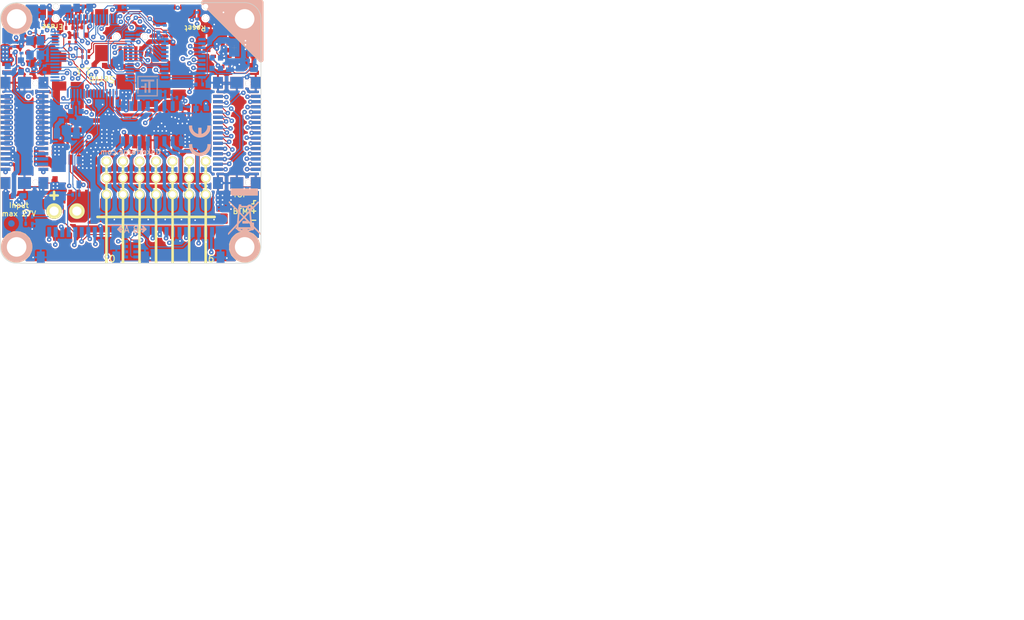
<source format=kicad_pcb>
(kicad_pcb (version 4) (host pcbnew 4.0.2+dfsg1-stable)
  (title_block (title "Servo Brick") (rev 1.1) (company "Tinkerforge GmbH") (comment 1 "Licensed under CERN OHL v.1.1") (comment 2 "Copyright (©) 2013, B.Nordmeyer <bastian@tinkerforge.com>"))
  (layers (0 Vorderseite signal hide) (1 GND signal hide) (2 VCC signal hide) (31 Rückseite signal hide) (34 B.Paste user) (35 F.Paste user) (36 B.SilkS user) (37 F.SilkS user) (38 B.Mask user) (39 F.Mask user) (44 Edge.Cuts user))
  (net 0 "")
  (net 1 3V3)
  (net 2 BRICKLET-I2C-SCL)
  (net 3 BRICKLET-I2C-SDA)
  (net 4 BRICKLET-IO0_0/AD0)
  (net 5 BRICKLET-IO0_1/DA0)
  (net 6 BRICKLET-IO0_2/PWM0)
  (net 7 BRICKLET-IO0_3)
  (net 8 BRICKLET-IO1_0/AD1)
  (net 9 BRICKLET-IO1_1)
  (net 10 BRICKLET-IO1_2/PWM1)
  (net 11 BRICKLET-IO1_3)
  (net 12 CUR-SERVO-0)
  (net 13 CUR-SERVO-1)
  (net 14 CUR-SERVO-2)
  (net 15 CUR-SERVO-3)
  (net 16 CUR-SERVO-4)
  (net 17 CUR-SERVO-5)
  (net 18 CUR-SERVO-6)
  (net 19 GND)
  (net 20 PWM-SERVO-0)
  (net 21 PWM-SERVO-1)
  (net 22 PWM-SERVO-2)
  (net 23 PWM-SERVO-3)
  (net 24 PWM-SERVO-4)
  (net 25 PWM-SERVO-5)
  (net 26 PWM-SERVO-6)
  (net 27 PWR-AD-CLK)
  (net 28 PWR-AD-CS)
  (net 29 PWR-AD-MISO)
  (net 30 PWR-AD-MOSI)
  (net 31 PWR-ENABLE)
  (net 32 PWR-SET-VOLTAGE)
  (net 33 PWR-VEXT)
  (net 34 PWR-VSTACK)
  (net 35 PWR-VSTACK-SW)
  (net 36 STACK-DETECT/JTAG-TMS)
  (net 37 STACK-I2C-SCL/JTAG-TDO)
  (net 38 STACK-I2C-SDA/JTAG-TDI)
  (net 39 STACK-INT)
  (net 40 STACK-PGND)
  (net 41 STACK-PVCC)
  (net 42 STACK-RESET)
  (net 43 STACK-SER-RXD)
  (net 44 STACK-SER-TXD)
  (net 45 STACK-SPI-MISO)
  (net 46 STACK-SPI-MOSI)
  (net 47 STACK-SPI-SCLK)
  (net 48 STACK-SPI-SELECT)
  (net 49 STACK-SYNC/JTAG-TCK)
  (net 50 USB-DETECT)
  (net 51 VPP)
  (net 52 VSTACK)
  (net 53 VUSB)
  (net 54 XIN)
  (net 55 XOUT)
  (net 56 "Net-(C11-Pad1)")
  (net 57 "Net-(C14-Pad2)")
  (net 58 "Net-(C19-Pad1)")
  (net 59 "Net-(C20-Pad1)")
  (net 60 "Net-(C22-Pad1)")
  (net 61 "Net-(C25-Pad1)")
  (net 62 "Net-(C26-Pad1)")
  (net 63 "Net-(C27-Pad1)")
  (net 64 "Net-(C27-Pad2)")
  (net 65 "Net-(C28-Pad2)")
  (net 66 "Net-(D1-Pad2)")
  (net 67 "Net-(D2-Pad2)")
  (net 68 "Net-(D5-Pad2)")
  (net 69 "Net-(D6-Pad2)")
  (net 70 "Net-(D7-Pad1)")
  (net 71 "Net-(D8-Pad1)")
  (net 72 "Net-(FB1-Pad2)")
  (net 73 "Net-(FB2-Pad2)")
  (net 74 "Net-(FB3-Pad2)")
  (net 75 "Net-(FB4-Pad1)")
  (net 76 "Net-(FB5-Pad2)")
  (net 77 "Net-(J5-Pad4)")
  (net 78 "Net-(J5-Pad3)")
  (net 79 "Net-(J5-Pad2)")
  (net 80 "Net-(J6-Pad29)")
  (net 81 "Net-(J6-Pad27)")
  (net 82 "Net-(J6-Pad25)")
  (net 83 "Net-(J6-Pad23)")
  (net 84 "Net-(J6-Pad21)")
  (net 85 "Net-(J6-Pad17)")
  (net 86 "Net-(J6-Pad15)")
  (net 87 "Net-(J6-Pad13)")
  (net 88 "Net-(J6-Pad7)")
  (net 89 "Net-(J6-Pad6)")
  (net 90 "Net-(J6-Pad8)")
  (net 91 "Net-(J6-Pad10)")
  (net 92 "Net-(J6-Pad12)")
  (net 93 "Net-(J6-Pad14)")
  (net 94 "Net-(J6-Pad16)")
  (net 95 "Net-(J6-Pad18)")
  (net 96 "Net-(J6-Pad22)")
  (net 97 "Net-(J6-Pad24)")
  (net 98 "Net-(J6-Pad30)")
  (net 99 "Net-(J8-Pad29)")
  (net 100 "Net-(J8-Pad30)")
  (net 101 "Net-(J10-PadA3)")
  (net 102 "Net-(J10-PadB3)")
  (net 103 "Net-(J10-PadC3)")
  (net 104 "Net-(J10-PadD3)")
  (net 105 "Net-(J10-PadE3)")
  (net 106 "Net-(J10-PadF3)")
  (net 107 "Net-(J10-PadG3)")
  (net 108 "Net-(L1-Pad1)")
  (net 109 "Net-(P3-Pad2)")
  (net 110 "Net-(Q2-PadG)")
  (net 111 "Net-(R1-Pad2)")
  (net 112 "Net-(R2-Pad2)")
  (net 113 "Net-(R17-Pad2)")
  (net 114 "Net-(R19-Pad2)")
  (net 115 "Net-(RP1-Pad1)")
  (net 116 "Net-(RP1-Pad2)")
  (net 117 "Net-(RP1-Pad3)")
  (net 118 "Net-(RP1-Pad4)")
  (net 119 "Net-(RP1-Pad6)")
  (net 120 "Net-(RP1-Pad7)")
  (net 121 "Net-(RP2-Pad6)")
  (net 122 "Net-(RP2-Pad7)")
  (net 123 "Net-(SW2-Pad1)")
  (net 124 "Net-(U1-Pad5)")
  (net 125 "Net-(U1-Pad31)")
  (net 126 "Net-(U1-Pad40)")
  (net 127 "Net-(U1-Pad50)")
  (net 128 "Net-(U4-Pad11)")
  (module Logo_31x31m (layer Rückseite) (at 147.625 82.9)
    (fp_text reference Ref** hide)
    (fp_text value Val** hide)
  )
  (module kicad-libraries:BTB08-ACS-BTM (layer Rückseite) (at 162.90036 91.6559 270)
    (fp_text reference J7)
    (fp_text value STACK-DOWN)
    (pad 1 smd rect (at -5.59816 -2.89814 90) (size 0.49784 1.4986) (layers Rückseite B.Paste B.Mask) (net 45 STACK-SPI-MISO))
    (pad 3 smd rect (at -4.79806 -2.89814 90) (size 0.49784 1.4986) (layers Rückseite B.Paste B.Mask) (net 46 STACK-SPI-MOSI))
    (pad 5 smd rect (at -3.99796 -2.89814 90) (size 0.49784 1.4986) (layers Rückseite B.Paste B.Mask) (net 47 STACK-SPI-SCLK))
    (pad 7 smd rect (at -3.19786 -2.89814 90) (size 0.49784 1.4986) (layers Rückseite B.Paste B.Mask) (net 88 "Net-(J6-Pad7)"))
    (pad 9 smd rect (at -2.39776 -2.89814 90) (size 0.49784 1.4986) (layers Rückseite B.Paste B.Mask) (net 36 STACK-DETECT/JTAG-TMS))
    (pad 11 smd rect (at -1.59766 -2.89814 90) (size 0.49784 1.4986) (layers Rückseite B.Paste B.Mask) (net 49 STACK-SYNC/JTAG-TCK))
    (pad 13 smd rect (at -0.79756 -2.89814 90) (size 0.49784 1.4986) (layers Rückseite B.Paste B.Mask) (net 87 "Net-(J6-Pad13)"))
    (pad 15 smd rect (at 0 -2.89814 90) (size 0.49784 1.4986) (layers Rückseite B.Paste B.Mask) (net 86 "Net-(J6-Pad15)"))
    (pad 17 smd rect (at 0.79756 -2.89814 90) (size 0.49784 1.4986) (layers Rückseite B.Paste B.Mask) (net 85 "Net-(J6-Pad17)"))
    (pad 19 smd rect (at 1.59766 -2.89814 90) (size 0.49784 1.4986) (layers Rückseite B.Paste B.Mask) (net 39 STACK-INT))
    (pad 21 smd rect (at 2.39776 -2.89814 90) (size 0.49784 1.4986) (layers Rückseite B.Paste B.Mask) (net 84 "Net-(J6-Pad21)"))
    (pad 23 smd rect (at 3.19786 -2.89814 90) (size 0.49784 1.4986) (layers Rückseite B.Paste B.Mask) (net 83 "Net-(J6-Pad23)"))
    (pad 25 smd rect (at 3.99796 -2.89814 90) (size 0.49784 1.4986) (layers Rückseite B.Paste B.Mask) (net 82 "Net-(J6-Pad25)"))
    (pad 27 smd rect (at 4.79806 -2.89814 90) (size 0.49784 1.4986) (layers Rückseite B.Paste B.Mask) (net 81 "Net-(J6-Pad27)"))
    (pad 29 smd rect (at 5.59816 -2.89814 90) (size 0.49784 1.4986) (layers Rückseite B.Paste B.Mask) (net 80 "Net-(J6-Pad29)"))
    (pad 30 smd rect (at 5.59816 2.89814 270) (size 0.49784 1.4986) (layers Rückseite B.Paste B.Mask) (net 98 "Net-(J6-Pad30)"))
    (pad 28 smd rect (at 4.79806 2.89814 270) (size 0.49784 1.4986) (layers Rückseite B.Paste B.Mask) (net 44 STACK-SER-TXD))
    (pad 26 smd rect (at 3.99796 2.89814 270) (size 0.49784 1.4986) (layers Rückseite B.Paste B.Mask) (net 43 STACK-SER-RXD))
    (pad 24 smd rect (at 3.19786 2.89814 270) (size 0.49784 1.4986) (layers Rückseite B.Paste B.Mask) (net 97 "Net-(J6-Pad24)"))
    (pad 22 smd rect (at 2.39776 2.89814 270) (size 0.49784 1.4986) (layers Rückseite B.Paste B.Mask) (net 96 "Net-(J6-Pad22)"))
    (pad 20 smd rect (at 1.59766 2.89814 270) (size 0.49784 1.4986) (layers Rückseite B.Paste B.Mask) (net 95 "Net-(J6-Pad18)"))
    (pad 18 smd rect (at 0.79756 2.89814 270) (size 0.49784 1.4986) (layers Rückseite B.Paste B.Mask) (net 94 "Net-(J6-Pad16)"))
    (pad 16 smd rect (at 0 2.89814 270) (size 0.49784 1.4986) (layers Rückseite B.Paste B.Mask) (net 93 "Net-(J6-Pad14)"))
    (pad 14 smd rect (at -0.79756 2.89814 270) (size 0.49784 1.4986) (layers Rückseite B.Paste B.Mask) (net 92 "Net-(J6-Pad12)"))
    (pad 12 smd rect (at -1.59766 2.89814 270) (size 0.49784 1.4986) (layers Rückseite B.Paste B.Mask) (net 91 "Net-(J6-Pad10)"))
    (pad 10 smd rect (at -2.39776 2.89814 270) (size 0.49784 1.4986) (layers Rückseite B.Paste B.Mask) (net 90 "Net-(J6-Pad8)"))
    (pad 8 smd rect (at -3.19786 2.89814 270) (size 0.49784 1.4986) (layers Rückseite B.Paste B.Mask) (net 89 "Net-(J6-Pad6)"))
    (pad 6 smd rect (at -3.99796 2.89814 270) (size 0.49784 1.4986) (layers Rückseite B.Paste B.Mask) (net 48 STACK-SPI-SELECT))
    (pad 4 smd rect (at -4.79806 2.89814 270) (size 0.49784 1.4986) (layers Rückseite B.Paste B.Mask) (net 37 STACK-I2C-SCL/JTAG-TDO))
    (pad 2 smd rect (at -5.59816 2.89814 270) (size 0.49784 1.4986) (layers Rückseite B.Paste B.Mask) (net 38 STACK-I2C-SDA/JTAG-TDI))
    (pad EP smd rect (at 7.69874 2.90068 270) (size 1.80086 1.50114) (layers Rückseite B.Paste B.Mask) (net 19 GND))
    (pad EP smd rect (at 7.69874 -2.90068 270) (size 1.80086 1.50114) (layers Rückseite B.Paste B.Mask) (net 19 GND))
    (pad EP smd rect (at -7.69874 -2.90068 270) (size 1.80086 1.50114) (layers Rückseite B.Paste B.Mask) (net 19 GND))
    (pad EP smd rect (at -7.69874 2.90068 270) (size 1.80086 1.50114) (layers Rückseite B.Paste B.Mask) (net 19 GND))
    (pad EP smd rect (at 7.69874 0 270) (size 1.80086 1.99898) (layers Rückseite B.Paste B.Mask) (net 19 GND))
    (pad EP smd rect (at -7.69874 0 270) (size 1.80086 1.99898) (layers Rückseite B.Paste B.Mask) (net 19 GND))
    (pad "" thru_hole circle (at 7.59968 -1.69926 270) (size 0.8001 0.8001) (drill 0.8001) (layers *.Cu *.Mask B.SilkS))
    (pad "" thru_hole circle (at -7.59968 -1.69926 270) (size 0.8001 0.8001) (drill 0.8001) (layers *.Cu *.Mask B.SilkS))
  )
  (module kicad-libraries:BTB08-ACS-BTM (layer Rückseite) (at 130.302 91.6559 270)
    (fp_text reference J9)
    (fp_text value STACK-DOWN)
    (pad 1 smd rect (at -5.59816 -2.89814 90) (size 0.49784 1.4986) (layers Rückseite B.Paste B.Mask) (net 40 STACK-PGND))
    (pad 3 smd rect (at -4.79806 -2.89814 90) (size 0.49784 1.4986) (layers Rückseite B.Paste B.Mask) (net 40 STACK-PGND))
    (pad 5 smd rect (at -3.99796 -2.89814 90) (size 0.49784 1.4986) (layers Rückseite B.Paste B.Mask) (net 40 STACK-PGND))
    (pad 7 smd rect (at -3.19786 -2.89814 90) (size 0.49784 1.4986) (layers Rückseite B.Paste B.Mask) (net 40 STACK-PGND))
    (pad 9 smd rect (at -2.39776 -2.89814 90) (size 0.49784 1.4986) (layers Rückseite B.Paste B.Mask) (net 40 STACK-PGND))
    (pad 11 smd rect (at -1.59766 -2.89814 90) (size 0.49784 1.4986) (layers Rückseite B.Paste B.Mask) (net 40 STACK-PGND))
    (pad 13 smd rect (at -0.79756 -2.89814 90) (size 0.49784 1.4986) (layers Rückseite B.Paste B.Mask) (net 40 STACK-PGND))
    (pad 15 smd rect (at 0 -2.89814 90) (size 0.49784 1.4986) (layers Rückseite B.Paste B.Mask) (net 40 STACK-PGND))
    (pad 17 smd rect (at 0.79756 -2.89814 90) (size 0.49784 1.4986) (layers Rückseite B.Paste B.Mask) (net 40 STACK-PGND))
    (pad 19 smd rect (at 1.59766 -2.89814 90) (size 0.49784 1.4986) (layers Rückseite B.Paste B.Mask) (net 40 STACK-PGND))
    (pad 21 smd rect (at 2.39776 -2.89814 90) (size 0.49784 1.4986) (layers Rückseite B.Paste B.Mask) (net 75 "Net-(FB4-Pad1)"))
    (pad 23 smd rect (at 3.19786 -2.89814 90) (size 0.49784 1.4986) (layers Rückseite B.Paste B.Mask) (net 75 "Net-(FB4-Pad1)"))
    (pad 25 smd rect (at 3.99796 -2.89814 90) (size 0.49784 1.4986) (layers Rückseite B.Paste B.Mask) (net 75 "Net-(FB4-Pad1)"))
    (pad 27 smd rect (at 4.79806 -2.89814 90) (size 0.49784 1.4986) (layers Rückseite B.Paste B.Mask) (net 75 "Net-(FB4-Pad1)"))
    (pad 29 smd rect (at 5.59816 -2.89814 90) (size 0.49784 1.4986) (layers Rückseite B.Paste B.Mask) (net 99 "Net-(J8-Pad29)"))
    (pad 30 smd rect (at 5.59816 2.89814 270) (size 0.49784 1.4986) (layers Rückseite B.Paste B.Mask) (net 100 "Net-(J8-Pad30)"))
    (pad 28 smd rect (at 4.79806 2.89814 270) (size 0.49784 1.4986) (layers Rückseite B.Paste B.Mask) (net 68 "Net-(D5-Pad2)"))
    (pad 26 smd rect (at 3.99796 2.89814 270) (size 0.49784 1.4986) (layers Rückseite B.Paste B.Mask) (net 76 "Net-(FB5-Pad2)"))
    (pad 24 smd rect (at 3.19786 2.89814 270) (size 0.49784 1.4986) (layers Rückseite B.Paste B.Mask) (net 76 "Net-(FB5-Pad2)"))
    (pad 22 smd rect (at 2.39776 2.89814 270) (size 0.49784 1.4986) (layers Rückseite B.Paste B.Mask) (net 76 "Net-(FB5-Pad2)"))
    (pad 20 smd rect (at 1.59766 2.89814 270) (size 0.49784 1.4986) (layers Rückseite B.Paste B.Mask) (net 41 STACK-PVCC))
    (pad 18 smd rect (at 0.79756 2.89814 270) (size 0.49784 1.4986) (layers Rückseite B.Paste B.Mask) (net 41 STACK-PVCC))
    (pad 16 smd rect (at 0 2.89814 270) (size 0.49784 1.4986) (layers Rückseite B.Paste B.Mask) (net 41 STACK-PVCC))
    (pad 14 smd rect (at -0.79756 2.89814 270) (size 0.49784 1.4986) (layers Rückseite B.Paste B.Mask) (net 41 STACK-PVCC))
    (pad 12 smd rect (at -1.59766 2.89814 270) (size 0.49784 1.4986) (layers Rückseite B.Paste B.Mask) (net 41 STACK-PVCC))
    (pad 10 smd rect (at -2.39776 2.89814 270) (size 0.49784 1.4986) (layers Rückseite B.Paste B.Mask) (net 41 STACK-PVCC))
    (pad 8 smd rect (at -3.19786 2.89814 270) (size 0.49784 1.4986) (layers Rückseite B.Paste B.Mask) (net 41 STACK-PVCC))
    (pad 6 smd rect (at -3.99796 2.89814 270) (size 0.49784 1.4986) (layers Rückseite B.Paste B.Mask) (net 41 STACK-PVCC))
    (pad 4 smd rect (at -4.79806 2.89814 270) (size 0.49784 1.4986) (layers Rückseite B.Paste B.Mask) (net 41 STACK-PVCC))
    (pad 2 smd rect (at -5.59816 2.89814 270) (size 0.49784 1.4986) (layers Rückseite B.Paste B.Mask) (net 41 STACK-PVCC))
    (pad EP smd rect (at 7.69874 2.90068 270) (size 1.80086 1.50114) (layers Rückseite B.Paste B.Mask) (net 19 GND))
    (pad EP smd rect (at 7.69874 -2.90068 270) (size 1.80086 1.50114) (layers Rückseite B.Paste B.Mask) (net 19 GND))
    (pad EP smd rect (at -7.69874 -2.90068 270) (size 1.80086 1.50114) (layers Rückseite B.Paste B.Mask) (net 19 GND))
    (pad EP smd rect (at -7.69874 2.90068 270) (size 1.80086 1.50114) (layers Rückseite B.Paste B.Mask) (net 19 GND))
    (pad EP smd rect (at 7.69874 0 270) (size 1.80086 1.99898) (layers Rückseite B.Paste B.Mask) (net 19 GND))
    (pad EP smd rect (at -7.69874 0 270) (size 1.80086 1.99898) (layers Rückseite B.Paste B.Mask) (net 19 GND))
    (pad "" thru_hole circle (at 7.59968 -1.69926 270) (size 0.8001 0.8001) (drill 0.8001) (layers *.Cu *.Mask B.SilkS))
    (pad "" thru_hole circle (at -7.59968 -1.69926 270) (size 0.8001 0.8001) (drill 0.8001) (layers *.Cu *.Mask B.SilkS))
  )
  (module kicad-libraries:R0805 (layer Rückseite) (at 158.15056 103.95458 270)
    (fp_text reference R30)
    (fp_text value 0R1)
    (pad 1 smd rect (at -1.00076 0 270) (size 1.00076 1.24968) (layers Rückseite B.Paste B.Mask) (net 18 CUR-SERVO-6) (clearance 0.14986))
    (pad 2 smd rect (at 1.00076 0 270) (size 1.00076 1.24968) (layers Rückseite B.Paste B.Mask) (net 40 STACK-PGND) (clearance 0.14986))
  )
  (module kicad-libraries:R0805 (layer Rückseite) (at 155.6004 103.95458 270)
    (fp_text reference R29)
    (fp_text value 0R1)
    (pad 1 smd rect (at -1.00076 0 270) (size 1.00076 1.24968) (layers Rückseite B.Paste B.Mask) (net 17 CUR-SERVO-5) (clearance 0.14986))
    (pad 2 smd rect (at 1.00076 0 270) (size 1.00076 1.24968) (layers Rückseite B.Paste B.Mask) (net 40 STACK-PGND) (clearance 0.14986))
  )
  (module kicad-libraries:R0805 (layer Rückseite) (at 153.05278 103.95458 270)
    (fp_text reference R28)
    (fp_text value 0R1)
    (pad 1 smd rect (at -1.00076 0 270) (size 1.00076 1.24968) (layers Rückseite B.Paste B.Mask) (net 16 CUR-SERVO-4) (clearance 0.14986))
    (pad 2 smd rect (at 1.00076 0 270) (size 1.00076 1.24968) (layers Rückseite B.Paste B.Mask) (net 40 STACK-PGND) (clearance 0.14986))
  )
  (module kicad-libraries:R0805 (layer Rückseite) (at 150.60168 103.95458 270)
    (fp_text reference R27)
    (fp_text value 0R1)
    (pad 1 smd rect (at -1.00076 0 270) (size 1.00076 1.24968) (layers Rückseite B.Paste B.Mask) (net 15 CUR-SERVO-3) (clearance 0.14986))
    (pad 2 smd rect (at 1.00076 0 270) (size 1.00076 1.24968) (layers Rückseite B.Paste B.Mask) (net 40 STACK-PGND) (clearance 0.14986))
  )
  (module kicad-libraries:R0805 (layer Rückseite) (at 148.00072 103.95458 270)
    (fp_text reference R26)
    (fp_text value 0R1)
    (pad 1 smd rect (at -1.00076 0 270) (size 1.00076 1.24968) (layers Rückseite B.Paste B.Mask) (net 14 CUR-SERVO-2) (clearance 0.14986))
    (pad 2 smd rect (at 1.00076 0 270) (size 1.00076 1.24968) (layers Rückseite B.Paste B.Mask) (net 40 STACK-PGND) (clearance 0.14986))
  )
  (module kicad-libraries:R0805 (layer Rückseite) (at 145.50136 103.95458 270)
    (fp_text reference R25)
    (fp_text value 0R1)
    (pad 1 smd rect (at -1.00076 0 270) (size 1.00076 1.24968) (layers Rückseite B.Paste B.Mask) (net 13 CUR-SERVO-1) (clearance 0.14986))
    (pad 2 smd rect (at 1.00076 0 270) (size 1.00076 1.24968) (layers Rückseite B.Paste B.Mask) (net 40 STACK-PGND) (clearance 0.14986))
  )
  (module kicad-libraries:R0805 (layer Rückseite) (at 142.80134 103.95458 270)
    (fp_text reference R24)
    (fp_text value 0R1)
    (pad 1 smd rect (at -1.00076 0 270) (size 1.00076 1.24968) (layers Rückseite B.Paste B.Mask) (net 12 CUR-SERVO-0) (clearance 0.14986))
    (pad 2 smd rect (at 1.00076 0 270) (size 1.00076 1.24968) (layers Rückseite B.Paste B.Mask) (net 40 STACK-PGND) (clearance 0.14986))
  )
  (module kicad-libraries:R0402 (layer Rückseite) (at 152.40254 86.25586)
    (fp_text reference R23)
    (fp_text value 1k)
    (pad 1 smd rect (at -0.50038 0) (size 0.39878 0.59944) (layers Rückseite B.Paste B.Mask) (net 40 STACK-PGND))
    (pad 2 smd rect (at 0.50038 0) (size 0.39878 0.59944) (layers Rückseite B.Paste B.Mask) (net 65 "Net-(C28-Pad2)"))
  )
  (module kicad-libraries:R0402 (layer Rückseite) (at 154.20086 86.25586)
    (fp_text reference R22)
    (fp_text value 10k)
    (pad 1 smd rect (at -0.50038 0) (size 0.39878 0.59944) (layers Rückseite B.Paste B.Mask) (net 65 "Net-(C28-Pad2)"))
    (pad 2 smd rect (at 0.50038 0) (size 0.39878 0.59944) (layers Rückseite B.Paste B.Mask) (net 1 3V3))
  )
  (module kicad-libraries:R0402 (layer Vorderseite) (at 143.92656 85.50402)
    (fp_text reference R21)
    (fp_text value 10k)
    (pad 1 smd rect (at -0.50038 0) (size 0.39878 0.59944) (layers Vorderseite F.Paste F.Mask) (net 32 PWR-SET-VOLTAGE))
    (pad 2 smd rect (at 0.50038 0) (size 0.39878 0.59944) (layers Vorderseite F.Paste F.Mask) (net 114 "Net-(R19-Pad2)"))
  )
  (module kicad-libraries:R0402 (layer Vorderseite) (at 150.22576 89.90584)
    (fp_text reference R20)
    (fp_text value 10k)
    (pad 1 smd rect (at -0.50038 0) (size 0.39878 0.59944) (layers Vorderseite F.Paste F.Mask) (net 114 "Net-(R19-Pad2)"))
    (pad 2 smd rect (at 0.50038 0) (size 0.39878 0.59944) (layers Vorderseite F.Paste F.Mask) (net 40 STACK-PGND))
  )
  (module kicad-libraries:R0402 (layer Vorderseite) (at 150.22576 88.95588 180)
    (fp_text reference R19)
    (fp_text value 100k)
    (pad 1 smd rect (at -0.50038 0 180) (size 0.39878 0.59944) (layers Vorderseite F.Paste F.Mask) (net 51 VPP))
    (pad 2 smd rect (at 0.50038 0 180) (size 0.39878 0.59944) (layers Vorderseite F.Paste F.Mask) (net 114 "Net-(R19-Pad2)"))
  )
  (module kicad-libraries:R0402 (layer Rückseite) (at 129.85242 78.9051 270)
    (fp_text reference R18)
    (fp_text value 1k)
    (pad 1 smd rect (at -0.50038 0 270) (size 0.39878 0.59944) (layers Rückseite B.Paste B.Mask) (net 19 GND))
    (pad 2 smd rect (at 0.50038 0 270) (size 0.39878 0.59944) (layers Rückseite B.Paste B.Mask) (net 35 PWR-VSTACK-SW))
  )
  (module kicad-libraries:R0402 (layer Vorderseite) (at 145.3007 94.55404)
    (fp_text reference R17)
    (fp_text value 10k)
    (pad 1 smd rect (at -0.50038 0) (size 0.39878 0.59944) (layers Vorderseite F.Paste F.Mask) (net 62 "Net-(C26-Pad1)"))
    (pad 2 smd rect (at 0.50038 0) (size 0.39878 0.59944) (layers Vorderseite F.Paste F.Mask) (net 113 "Net-(R17-Pad2)"))
  )
  (module kicad-libraries:R0402 (layer Vorderseite) (at 147.30222 94.55404 180)
    (fp_text reference R16)
    (fp_text value 10k)
    (pad 1 smd rect (at -0.50038 0 180) (size 0.39878 0.59944) (layers Vorderseite F.Paste F.Mask) (net 40 STACK-PGND))
    (pad 2 smd rect (at 0.50038 0 180) (size 0.39878 0.59944) (layers Vorderseite F.Paste F.Mask) (net 31 PWR-ENABLE))
  )
  (module kicad-libraries:R0402 (layer Rückseite) (at 131.0005 105.60558 180)
    (fp_text reference R15)
    (fp_text value 1k)
    (pad 1 smd rect (at -0.50038 0 180) (size 0.39878 0.59944) (layers Rückseite B.Paste B.Mask) (net 19 GND))
    (pad 2 smd rect (at 0.50038 0 180) (size 0.39878 0.59944) (layers Rückseite B.Paste B.Mask) (net 33 PWR-VEXT))
  )
  (module kicad-libraries:R0402 (layer Rückseite) (at 131.0005 104.50576)
    (fp_text reference R14)
    (fp_text value 10k)
    (pad 1 smd rect (at -0.50038 0) (size 0.39878 0.59944) (layers Rückseite B.Paste B.Mask) (net 33 PWR-VEXT))
    (pad 2 smd rect (at 0.50038 0) (size 0.39878 0.59944) (layers Rückseite B.Paste B.Mask) (net 70 "Net-(D7-Pad1)"))
  )
  (module kicad-libraries:R0402 (layer Rückseite) (at 128.7526 78.9051 270)
    (fp_text reference R13)
    (fp_text value 10k)
    (pad 1 smd rect (at -0.50038 0 270) (size 0.39878 0.59944) (layers Rückseite B.Paste B.Mask) (net 41 STACK-PVCC))
    (pad 2 smd rect (at 0.50038 0 270) (size 0.39878 0.59944) (layers Rückseite B.Paste B.Mask) (net 110 "Net-(Q2-PadG)"))
  )
  (module kicad-libraries:R0402 (layer Rückseite) (at 138.2 101.15)
    (fp_text reference R12)
    (fp_text value 100k)
    (pad 1 smd rect (at -0.50038 0) (size 0.39878 0.59944) (layers Rückseite B.Paste B.Mask) (net 70 "Net-(D7-Pad1)"))
    (pad 2 smd rect (at 0.50038 0) (size 0.39878 0.59944) (layers Rückseite B.Paste B.Mask) (net 69 "Net-(D6-Pad2)"))
  )
  (module kicad-libraries:R0402 (layer Vorderseite) (at 129.60096 77.60462 180)
    (fp_text reference R11)
    (fp_text value 1k)
    (pad 1 smd rect (at -0.50038 0 180) (size 0.39878 0.59944) (layers Vorderseite F.Paste F.Mask) (net 19 GND))
    (pad 2 smd rect (at 0.50038 0 180) (size 0.39878 0.59944) (layers Vorderseite F.Paste F.Mask) (net 34 PWR-VSTACK))
  )
  (module kicad-libraries:R0402 (layer Vorderseite) (at 127.75184 77.60462 180)
    (fp_text reference R10)
    (fp_text value 10k)
    (pad 1 smd rect (at -0.50038 0 180) (size 0.39878 0.59944) (layers Vorderseite F.Paste F.Mask) (net 34 PWR-VSTACK))
    (pad 2 smd rect (at 0.50038 0 180) (size 0.39878 0.59944) (layers Vorderseite F.Paste F.Mask) (net 41 STACK-PVCC))
  )
  (module kicad-libraries:C0603 (layer Rückseite) (at 160.70072 104.15524 90)
    (fp_text reference R9)
    (fp_text value FB)
    (pad 1 smd rect (at -0.8001 0 90) (size 0.8001 0.8001) (layers Rückseite B.Paste B.Mask) (net 40 STACK-PGND))
    (pad 2 smd rect (at 0.8001 0 90) (size 0.8001 0.8001) (layers Rückseite B.Paste B.Mask) (net 19 GND))
  )
  (module kicad-libraries:R0402 (layer Rückseite) (at 156.80182 73.65492 90)
    (fp_text reference R8)
    (fp_text value 1k)
    (pad 1 smd rect (at -0.50038 0 90) (size 0.39878 0.59944) (layers Rückseite B.Paste B.Mask) (net 88 "Net-(J6-Pad7)"))
    (pad 2 smd rect (at 0.50038 0 90) (size 0.39878 0.59944) (layers Rückseite B.Paste B.Mask) (net 42 STACK-RESET))
  )
  (module kicad-libraries:R0402 (layer Rückseite) (at 133.60146 75.00366)
    (fp_text reference R7)
    (fp_text value 1R0)
    (pad 1 smd rect (at -0.50038 0) (size 0.39878 0.59944) (layers Rückseite B.Paste B.Mask) (net 58 "Net-(C19-Pad1)"))
    (pad 2 smd rect (at 0.50038 0) (size 0.39878 0.59944) (layers Rückseite B.Paste B.Mask) (net 59 "Net-(C20-Pad1)"))
  )
  (module kicad-libraries:R0603 (layer Rückseite) (at 160.401 80.95488 90)
    (fp_text reference R6)
    (fp_text value DNP)
    (pad 1 smd rect (at -0.8001 0 90) (size 0.8001 0.8001) (layers Rückseite B.Paste B.Mask) (net 57 "Net-(C14-Pad2)"))
    (pad 2 smd rect (at 0.8001 0 90) (size 0.8001 0.8001) (layers Rückseite B.Paste B.Mask) (net 19 GND))
  )
  (module kicad-libraries:R0603 (layer Rückseite) (at 159.10052 80.95488 90)
    (fp_text reference R5)
    (fp_text value 0)
    (pad 1 smd rect (at -0.8001 0 90) (size 0.8001 0.8001) (layers Rückseite B.Paste B.Mask) (net 1 3V3))
    (pad 2 smd rect (at 0.8001 0 90) (size 0.8001 0.8001) (layers Rückseite B.Paste B.Mask) (net 57 "Net-(C14-Pad2)"))
  )
  (module kicad-libraries:R0402 (layer Rückseite) (at 150.80234 75.6539 90)
    (fp_text reference R4)
    (fp_text value 2.7k)
    (pad 1 smd rect (at -0.50038 0 90) (size 0.39878 0.59944) (layers Rückseite B.Paste B.Mask) (net 19 GND))
    (pad 2 smd rect (at 0.50038 0 90) (size 0.39878 0.59944) (layers Rückseite B.Paste B.Mask) (net 50 USB-DETECT))
  )
  (module kicad-libraries:R0402 (layer Rückseite) (at 151.85136 75.6539 90)
    (fp_text reference R3)
    (fp_text value 1.8k)
    (pad 1 smd rect (at -0.50038 0 90) (size 0.39878 0.59944) (layers Rückseite B.Paste B.Mask) (net 74 "Net-(FB3-Pad2)"))
    (pad 2 smd rect (at 0.50038 0 90) (size 0.39878 0.59944) (layers Rückseite B.Paste B.Mask) (net 50 USB-DETECT))
  )
  (module kicad-libraries:R0402 (layer Vorderseite) (at 139.68984 80.00238 180)
    (fp_text reference R2)
    (fp_text value 27)
    (pad 1 smd rect (at -0.50038 0 180) (size 0.39878 0.59944) (layers Vorderseite F.Paste F.Mask) (net 78 "Net-(J5-Pad3)"))
    (pad 2 smd rect (at 0.50038 0 180) (size 0.39878 0.59944) (layers Vorderseite F.Paste F.Mask) (net 112 "Net-(R2-Pad2)"))
  )
  (module kicad-libraries:R0402 (layer Vorderseite) (at 139.68984 79.10322 180)
    (fp_text reference R1)
    (fp_text value 27)
    (pad 1 smd rect (at -0.50038 0 180) (size 0.39878 0.59944) (layers Vorderseite F.Paste F.Mask) (net 79 "Net-(J5-Pad2)"))
    (pad 2 smd rect (at 0.50038 0 180) (size 0.39878 0.59944) (layers Vorderseite F.Paste F.Mask) (net 111 "Net-(R1-Pad2)"))
  )
  (module kicad-libraries:C0805 (layer Vorderseite) (at 134.00278 77.2541)
    (fp_text reference L2)
    (fp_text value LBR2012T100K)
    (pad 1 smd rect (at -1.00076 0) (size 1.00076 1.24968) (layers Vorderseite F.Paste F.Mask) (net 56 "Net-(C11-Pad1)") (clearance 0.14986))
    (pad 2 smd rect (at 1.00076 0) (size 1.00076 1.24968) (layers Vorderseite F.Paste F.Mask) (net 59 "Net-(C20-Pad1)") (clearance 0.14986))
  )
  (module kicad-libraries:C0603 (layer Rückseite) (at 129.4 101.3 180)
    (fp_text reference FB5)
    (fp_text value FB)
    (pad 1 smd rect (at -0.8001 0 180) (size 0.8001 0.8001) (layers Rückseite B.Paste B.Mask) (net 52 VSTACK))
    (pad 2 smd rect (at 0.8001 0 180) (size 0.8001 0.8001) (layers Rückseite B.Paste B.Mask) (net 76 "Net-(FB5-Pad2)"))
  )
  (module kicad-libraries:C0603 (layer Vorderseite) (at 135 97.9 270)
    (fp_text reference FB4)
    (fp_text value FB)
    (pad 1 smd rect (at -0.8001 0 270) (size 0.8001 0.8001) (layers Vorderseite F.Paste F.Mask) (net 75 "Net-(FB4-Pad1)"))
    (pad 2 smd rect (at 0.8001 0 270) (size 0.8001 0.8001) (layers Vorderseite F.Paste F.Mask) (net 19 GND))
  )
  (module kicad-libraries:C0603 (layer Vorderseite) (at 153.1 79.2 90)
    (fp_text reference FB3)
    (fp_text value FB)
    (pad 1 smd rect (at -0.8001 0 90) (size 0.8001 0.8001) (layers Vorderseite F.Paste F.Mask) (net 53 VUSB))
    (pad 2 smd rect (at 0.8001 0 90) (size 0.8001 0.8001) (layers Vorderseite F.Paste F.Mask) (net 74 "Net-(FB3-Pad2)"))
  )
  (module kicad-libraries:C0603 (layer Vorderseite) (at 141.8 81.3 180)
    (fp_text reference FB2)
    (fp_text value FB)
    (pad 1 smd rect (at -0.8001 0 180) (size 0.8001 0.8001) (layers Vorderseite F.Paste F.Mask) (net 72 "Net-(FB1-Pad2)"))
    (pad 2 smd rect (at 0.8001 0 180) (size 0.8001 0.8001) (layers Vorderseite F.Paste F.Mask) (net 73 "Net-(FB2-Pad2)"))
  )
  (module kicad-libraries:C0603 (layer Vorderseite) (at 144.6 81.5 180)
    (fp_text reference FB1)
    (fp_text value FB)
    (pad 1 smd rect (at -0.8001 0 180) (size 0.8001 0.8001) (layers Vorderseite F.Paste F.Mask) (net 19 GND))
    (pad 2 smd rect (at 0.8001 0 180) (size 0.8001 0.8001) (layers Vorderseite F.Paste F.Mask) (net 72 "Net-(FB1-Pad2)"))
  )
  (module kicad-libraries:C0402 (layer Rückseite) (at 157.15234 84.20608 180)
    (fp_text reference C32)
    (fp_text value 100nF)
    (pad 1 smd rect (at -0.50038 0 180) (size 0.39878 0.59944) (layers Rückseite B.Paste B.Mask) (net 52 VSTACK))
    (pad 2 smd rect (at 0.50038 0 180) (size 0.39878 0.59944) (layers Rückseite B.Paste B.Mask) (net 19 GND))
  )
  (module kicad-libraries:C1206 (layer Vorderseite) (at 156.07538 89.281 180)
    (fp_text reference C31)
    (fp_text value 47µF/10V)
    (pad 1 smd rect (at -1.50114 0 180) (size 1.00076 1.6002) (layers Vorderseite F.Paste F.Mask) (net 51 VPP))
    (pad 2 smd rect (at 1.50114 0 180) (size 1.00076 1.6002) (layers Vorderseite F.Paste F.Mask) (net 40 STACK-PGND))
  )
  (module kicad-libraries:C0603 (layer Rückseite) (at 157.42666 87.90432 180)
    (fp_text reference C30)
    (fp_text value 100nF)
    (pad 1 smd rect (at -0.8001 0 180) (size 0.8001 0.8001) (layers Rückseite B.Paste B.Mask) (net 51 VPP))
    (pad 2 smd rect (at 0.8001 0 180) (size 0.8001 0.8001) (layers Rückseite B.Paste B.Mask) (net 40 STACK-PGND))
  )
  (module kicad-libraries:C0402 (layer Rückseite) (at 152.40254 85.35416)
    (fp_text reference C28)
    (fp_text value 100nF)
    (pad 1 smd rect (at -0.50038 0) (size 0.39878 0.59944) (layers Rückseite B.Paste B.Mask) (net 40 STACK-PGND))
    (pad 2 smd rect (at 0.50038 0) (size 0.39878 0.59944) (layers Rückseite B.Paste B.Mask) (net 65 "Net-(C28-Pad2)"))
  )
  (module kicad-libraries:C0402 (layer Vorderseite) (at 147.90166 85.75548 180)
    (fp_text reference C27)
    (fp_text value 100nF)
    (pad 1 smd rect (at -0.50038 0 180) (size 0.39878 0.59944) (layers Vorderseite F.Paste F.Mask) (net 63 "Net-(C27-Pad1)"))
    (pad 2 smd rect (at 0.50038 0 180) (size 0.39878 0.59944) (layers Vorderseite F.Paste F.Mask) (net 64 "Net-(C27-Pad2)"))
  )
  (module kicad-libraries:C0402 (layer Vorderseite) (at 143.60144 94.55404 180)
    (fp_text reference C26)
    (fp_text value 1nF)
    (pad 1 smd rect (at -0.50038 0 180) (size 0.39878 0.59944) (layers Vorderseite F.Paste F.Mask) (net 62 "Net-(C26-Pad1)"))
    (pad 2 smd rect (at 0.50038 0 180) (size 0.39878 0.59944) (layers Vorderseite F.Paste F.Mask) (net 40 STACK-PGND))
  )
  (module kicad-libraries:C0402 (layer Vorderseite) (at 149.20214 94.55404)
    (fp_text reference C25)
    (fp_text value 1µF/10V)
    (pad 1 smd rect (at -0.50038 0) (size 0.39878 0.59944) (layers Vorderseite F.Paste F.Mask) (net 61 "Net-(C25-Pad1)"))
    (pad 2 smd rect (at 0.50038 0) (size 0.39878 0.59944) (layers Vorderseite F.Paste F.Mask) (net 40 STACK-PGND))
  )
  (module kicad-libraries:C0603 (layer Rückseite) (at 136.77646 89.80424)
    (fp_text reference C24)
    (fp_text value 100nF)
    (pad 1 smd rect (at -0.8001 0) (size 0.8001 0.8001) (layers Rückseite B.Paste B.Mask) (net 60 "Net-(C22-Pad1)"))
    (pad 2 smd rect (at 0.8001 0) (size 0.8001 0.8001) (layers Rückseite B.Paste B.Mask) (net 40 STACK-PGND))
  )
  (module kicad-libraries:C1206 (layer Rückseite) (at 136.77646 91.72956)
    (fp_text reference C23)
    (fp_text value 10µF/35V)
    (pad 1 smd rect (at -1.50114 0) (size 1.00076 1.6002) (layers Rückseite B.Paste B.Mask) (net 60 "Net-(C22-Pad1)"))
    (pad 2 smd rect (at 1.50114 0) (size 1.00076 1.6002) (layers Rückseite B.Paste B.Mask) (net 40 STACK-PGND))
  )
  (module kicad-libraries:C0402 (layer Vorderseite) (at 137.20064 75.55484)
    (fp_text reference C21)
    (fp_text value 100nF)
    (pad 1 smd rect (at -0.50038 0) (size 0.39878 0.59944) (layers Vorderseite F.Paste F.Mask) (net 1 3V3))
    (pad 2 smd rect (at 0.50038 0) (size 0.39878 0.59944) (layers Vorderseite F.Paste F.Mask) (net 19 GND))
  )
  (module kicad-libraries:C0402 (layer Rückseite) (at 134.2009 73.2536 90)
    (fp_text reference C20)
    (fp_text value 100nF)
    (pad 1 smd rect (at -0.50038 0 90) (size 0.39878 0.59944) (layers Rückseite B.Paste B.Mask) (net 59 "Net-(C20-Pad1)"))
    (pad 2 smd rect (at 0.50038 0 90) (size 0.39878 0.59944) (layers Rückseite B.Paste B.Mask) (net 19 GND))
  )
  (module kicad-libraries:C0603 (layer Rückseite) (at 133.10108 73.15454 90)
    (fp_text reference C19)
    (fp_text value 4.7µF)
    (pad 1 smd rect (at -0.8001 0 90) (size 0.8001 0.8001) (layers Rückseite B.Paste B.Mask) (net 58 "Net-(C19-Pad1)"))
    (pad 2 smd rect (at 0.8001 0 90) (size 0.8001 0.8001) (layers Rückseite B.Paste B.Mask) (net 19 GND))
  )
  (module kicad-libraries:C0402 (layer Rückseite) (at 165.2016 80.55356 180)
    (fp_text reference C18)
    (fp_text value 100nF)
    (pad 1 smd rect (at -0.50038 0 180) (size 0.39878 0.59944) (layers Rückseite B.Paste B.Mask) (net 1 3V3))
    (pad 2 smd rect (at 0.50038 0 180) (size 0.39878 0.59944) (layers Rückseite B.Paste B.Mask) (net 19 GND))
  )
  (module kicad-libraries:C0805 (layer Vorderseite) (at 164.30244 81.55432 180)
    (fp_text reference C17)
    (fp_text value 10µF/10V)
    (pad 1 smd rect (at -1.00076 0 180) (size 1.00076 1.24968) (layers Vorderseite F.Paste F.Mask) (net 1 3V3) (clearance 0.14986))
    (pad 2 smd rect (at 1.00076 0 180) (size 1.00076 1.24968) (layers Vorderseite F.Paste F.Mask) (net 19 GND) (clearance 0.14986))
  )
  (module kicad-libraries:C0402 (layer Rückseite) (at 133.4008 81.85404 270)
    (fp_text reference C16)
    (fp_text value 100nF)
    (pad 1 smd rect (at -0.50038 0 270) (size 0.39878 0.59944) (layers Rückseite B.Paste B.Mask) (net 56 "Net-(C11-Pad1)"))
    (pad 2 smd rect (at 0.50038 0 270) (size 0.39878 0.59944) (layers Rückseite B.Paste B.Mask) (net 19 GND))
  )
  (module kicad-libraries:C0402 (layer Rückseite) (at 148.6027 79.6544)
    (fp_text reference C15)
    (fp_text value 100nF)
    (pad 1 smd rect (at -0.50038 0) (size 0.39878 0.59944) (layers Rückseite B.Paste B.Mask) (net 56 "Net-(C11-Pad1)"))
    (pad 2 smd rect (at 0.50038 0) (size 0.39878 0.59944) (layers Rückseite B.Paste B.Mask) (net 19 GND))
  )
  (module kicad-libraries:C0402 (layer Vorderseite) (at 161.3027 81.45526 180)
    (fp_text reference C14)
    (fp_text value DNP)
    (pad 1 smd rect (at -0.50038 0 180) (size 0.39878 0.59944) (layers Vorderseite F.Paste F.Mask) (net 1 3V3))
    (pad 2 smd rect (at 0.50038 0 180) (size 0.39878 0.59944) (layers Vorderseite F.Paste F.Mask) (net 57 "Net-(C14-Pad2)"))
  )
  (module kicad-libraries:C0402 (layer Rückseite) (at 144.90192 72.35444)
    (fp_text reference C13)
    (fp_text value 100nF)
    (pad 1 smd rect (at -0.50038 0) (size 0.39878 0.59944) (layers Rückseite B.Paste B.Mask) (net 56 "Net-(C11-Pad1)"))
    (pad 2 smd rect (at 0.50038 0) (size 0.39878 0.59944) (layers Rückseite B.Paste B.Mask) (net 19 GND))
  )
  (module kicad-libraries:C0402 (layer Vorderseite) (at 139.60094 75.45578 180)
    (fp_text reference C12)
    (fp_text value 100nF)
    (pad 1 smd rect (at -0.50038 0 180) (size 0.39878 0.59944) (layers Vorderseite F.Paste F.Mask) (net 56 "Net-(C11-Pad1)"))
    (pad 2 smd rect (at 0.50038 0 180) (size 0.39878 0.59944) (layers Vorderseite F.Paste F.Mask) (net 19 GND))
  )
  (module kicad-libraries:C0603 (layer Vorderseite) (at 139.0015 76.65466 180)
    (fp_text reference C11)
    (fp_text value 2.2µF)
    (pad 1 smd rect (at -0.8001 0 180) (size 0.8001 0.8001) (layers Vorderseite F.Paste F.Mask) (net 56 "Net-(C11-Pad1)"))
    (pad 2 smd rect (at 0.8001 0 180) (size 0.8001 0.8001) (layers Vorderseite F.Paste F.Mask) (net 19 GND))
  )
  (module kicad-libraries:C0402 (layer Vorderseite) (at 137.70102 77.80528)
    (fp_text reference C10)
    (fp_text value 100nF)
    (pad 1 smd rect (at -0.50038 0) (size 0.39878 0.59944) (layers Vorderseite F.Paste F.Mask) (net 1 3V3))
    (pad 2 smd rect (at 0.50038 0) (size 0.39878 0.59944) (layers Vorderseite F.Paste F.Mask) (net 19 GND))
  )
  (module kicad-libraries:C0402 (layer Rückseite) (at 138.2014 87.05596 180)
    (fp_text reference C9)
    (fp_text value 100nF)
    (pad 1 smd rect (at -0.50038 0 180) (size 0.39878 0.59944) (layers Rückseite B.Paste B.Mask) (net 1 3V3))
    (pad 2 smd rect (at 0.50038 0 180) (size 0.39878 0.59944) (layers Rückseite B.Paste B.Mask) (net 19 GND))
  )
  (module kicad-libraries:C0402 (layer Rückseite) (at 147.7518 76.10602 90)
    (fp_text reference C8)
    (fp_text value 100nF)
    (pad 1 smd rect (at -0.50038 0 90) (size 0.39878 0.59944) (layers Rückseite B.Paste B.Mask) (net 1 3V3))
    (pad 2 smd rect (at 0.50038 0 90) (size 0.39878 0.59944) (layers Rückseite B.Paste B.Mask) (net 19 GND))
  )
  (module kicad-libraries:C0603 (layer Rückseite) (at 138.2014 88.3539 180)
    (fp_text reference C7)
    (fp_text value 4.7µF)
    (pad 1 smd rect (at -0.8001 0 180) (size 0.8001 0.8001) (layers Rückseite B.Paste B.Mask) (net 1 3V3))
    (pad 2 smd rect (at 0.8001 0 180) (size 0.8001 0.8001) (layers Rückseite B.Paste B.Mask) (net 19 GND))
  )
  (module kicad-libraries:C0805 (layer Vorderseite) (at 159.90062 76.35494 180)
    (fp_text reference C6)
    (fp_text value 10µF)
    (pad 1 smd rect (at -1.00076 0 180) (size 1.00076 1.24968) (layers Vorderseite F.Paste F.Mask) (net 52 VSTACK) (clearance 0.14986))
    (pad 2 smd rect (at 1.00076 0 180) (size 1.00076 1.24968) (layers Vorderseite F.Paste F.Mask) (net 19 GND) (clearance 0.14986))
  )
  (module kicad-libraries:C0402 (layer Vorderseite) (at 139.30122 73.85558 180)
    (fp_text reference C5)
    (fp_text value 100nF)
    (pad 1 smd rect (at -0.50038 0 180) (size 0.39878 0.59944) (layers Vorderseite F.Paste F.Mask) (net 1 3V3))
    (pad 2 smd rect (at 0.50038 0 180) (size 0.39878 0.59944) (layers Vorderseite F.Paste F.Mask) (net 19 GND))
  )
  (module kicad-libraries:C0805 (layer Rückseite) (at 139.30122 72.45604 180)
    (fp_text reference C4)
    (fp_text value 10µF)
    (pad 1 smd rect (at -1.00076 0 180) (size 1.00076 1.24968) (layers Rückseite B.Paste B.Mask) (net 1 3V3) (clearance 0.14986))
    (pad 2 smd rect (at 1.00076 0 180) (size 1.00076 1.24968) (layers Rückseite B.Paste B.Mask) (net 19 GND) (clearance 0.14986))
  )
  (module kicad-libraries:C0402 (layer Rückseite) (at 132.55244 76.15428 180)
    (fp_text reference C2)
    (fp_text value 9pF)
    (pad 1 smd rect (at -0.50038 0 180) (size 0.39878 0.59944) (layers Rückseite B.Paste B.Mask) (net 54 XIN))
    (pad 2 smd rect (at 0.50038 0 180) (size 0.39878 0.59944) (layers Rückseite B.Paste B.Mask) (net 19 GND))
  )
  (module kicad-libraries:C0402 (layer Rückseite) (at 131.52628 81.13014)
    (fp_text reference C1)
    (fp_text value 9pF)
    (pad 1 smd rect (at -0.50038 0) (size 0.39878 0.59944) (layers Rückseite B.Paste B.Mask) (net 55 XOUT))
    (pad 2 smd rect (at 0.50038 0) (size 0.39878 0.59944) (layers Rückseite B.Paste B.Mask) (net 19 GND))
  )
  (module kicad-libraries:0402 (layer Rückseite) (at 155.50134 88.15578 270)
    (fp_text reference C29)
    (fp_text value 1µF/10V)
    (pad 1 smd rect (at -0.50038 0 270) (size 0.39878 0.59944) (layers Rückseite B.Paste B.Mask) (net 1 3V3))
    (pad 2 smd rect (at 0.50038 0 270) (size 0.39878 0.59944) (layers Rückseite B.Paste B.Mask) (net 40 STACK-PGND))
  )
  (module kicad-libraries:D0603 (layer Vorderseite) (at 153.10104 73.15454 270)
    (fp_text reference D2)
    (fp_text value red)
    (pad 1 smd rect (at -0.8001 0 270) (size 0.8001 0.8001) (layers Vorderseite F.Paste F.Mask) (net 1 3V3))
    (pad 2 smd rect (at 0.8001 0 270) (size 0.8001 0.8001) (layers Vorderseite F.Paste F.Mask) (net 67 "Net-(D2-Pad2)"))
  )
  (module kicad-libraries:D0603 (layer Vorderseite) (at 154.60218 73.15454 270)
    (fp_text reference D1)
    (fp_text value blue)
    (pad 1 smd rect (at -0.8001 0 270) (size 0.8001 0.8001) (layers Vorderseite F.Paste F.Mask) (net 1 3V3))
    (pad 2 smd rect (at 0.8001 0 270) (size 0.8001 0.8001) (layers Vorderseite F.Paste F.Mask) (net 66 "Net-(D1-Pad2)"))
  )
  (module kicad-libraries:4X0603 (layer Rückseite) (at 146.6 109.5 270)
    (fp_text reference RP2)
    (fp_text value 1k)
    (pad 1 smd rect (at -1.19888 0.8509 270) (size 0.44958 0.89916) (layers Rückseite B.Paste B.Mask) (net 1 3V3))
    (pad 2 smd rect (at -0.39878 0.8509 270) (size 0.44958 0.89916) (layers Rückseite B.Paste B.Mask) (net 1 3V3))
    (pad 3 smd rect (at 0.39878 0.8509 270) (size 0.44958 0.89916) (layers Rückseite B.Paste B.Mask) (net 1 3V3))
    (pad 4 smd rect (at 1.19888 0.8509 270) (size 0.44958 0.89916) (layers Rückseite B.Paste B.Mask) (net 1 3V3))
    (pad 5 smd rect (at 1.19888 -0.8509 270) (size 0.44958 0.89916) (layers Rückseite B.Paste B.Mask) (net 2 BRICKLET-I2C-SCL))
    (pad 6 smd rect (at 0.39878 -0.8509 270) (size 0.44958 0.89916) (layers Rückseite B.Paste B.Mask) (net 121 "Net-(RP2-Pad6)"))
    (pad 7 smd rect (at -0.39878 -0.8509 270) (size 0.44958 0.89916) (layers Rückseite B.Paste B.Mask) (net 122 "Net-(RP2-Pad7)"))
    (pad 8 smd rect (at -1.19888 -0.8509 270) (size 0.44958 0.89916) (layers Rückseite B.Paste B.Mask) (net 3 BRICKLET-I2C-SDA))
  )
  (module kicad-libraries:4X0603 (layer Vorderseite) (at 154.03 75.88 180)
    (fp_text reference RP1)
    (fp_text value 1k)
    (pad 1 smd rect (at -1.19888 -0.8509 180) (size 0.44958 0.89916) (layers Vorderseite F.Paste F.Mask) (net 115 "Net-(RP1-Pad1)"))
    (pad 2 smd rect (at -0.39878 -0.8509 180) (size 0.44958 0.89916) (layers Vorderseite F.Paste F.Mask) (net 116 "Net-(RP1-Pad2)"))
    (pad 3 smd rect (at 0.39878 -0.8509 180) (size 0.44958 0.89916) (layers Vorderseite F.Paste F.Mask) (net 117 "Net-(RP1-Pad3)"))
    (pad 4 smd rect (at 1.19888 -0.8509 180) (size 0.44958 0.89916) (layers Vorderseite F.Paste F.Mask) (net 118 "Net-(RP1-Pad4)"))
    (pad 5 smd rect (at 1.19888 0.8509 180) (size 0.44958 0.89916) (layers Vorderseite F.Paste F.Mask) (net 67 "Net-(D2-Pad2)"))
    (pad 6 smd rect (at 0.39878 0.8509 180) (size 0.44958 0.89916) (layers Vorderseite F.Paste F.Mask) (net 119 "Net-(RP1-Pad6)"))
    (pad 7 smd rect (at -0.39878 0.8509 180) (size 0.44958 0.89916) (layers Vorderseite F.Paste F.Mask) (net 120 "Net-(RP1-Pad7)"))
    (pad 8 smd rect (at -1.19888 0.8509 180) (size 0.44958 0.89916) (layers Vorderseite F.Paste F.Mask) (net 66 "Net-(D1-Pad2)"))
  )
  (module kicad-libraries:Fiducial_Mark (layer Rückseite) (at 128.30048 105.5497)
    (fp_text reference Fiducial_Mark hide)
    (fp_text value VAL** hide)
    (pad 1 smd circle (at 0 0) (size 1.00076 1.00076) (layers Rückseite B.Paste B.Mask) (clearance 0.65024))
  )
  (module kicad-libraries:Fiducial_Mark (layer Rückseite) (at 158.09976 75.84948)
    (fp_text reference Fiducial_Mark hide)
    (fp_text value VAL** hide)
    (pad 1 smd circle (at 0 0) (size 1.00076 1.00076) (layers Rückseite B.Paste B.Mask) (clearance 0.65024))
  )
  (module kicad-libraries:Fiducial_Mark (layer Vorderseite) (at 130.90144 79.3496)
    (fp_text reference Fiducial_Mark hide)
    (fp_text value VAL** hide)
    (pad 1 smd circle (at 0 0) (size 1.00076 1.00076) (layers Vorderseite F.Paste F.Mask) (clearance 0.65024))
  )
  (module kicad-libraries:Fiducial_Mark (layer Vorderseite) (at 160.59912 107.74934)
    (fp_text reference Fiducial_Mark hide)
    (fp_text value VAL** hide)
    (pad 1 smd circle (at 0 0) (size 1.00076 1.00076) (layers Vorderseite F.Paste F.Mask) (clearance 0.65024))
  )
  (module kicad-libraries:CE_5mm (layer Rückseite) (at 157.225 92.825 90)
    (fp_text reference VAL hide)
    (fp_text value CE_5mm hide)
  )
  (module kicad-libraries:WEEE_7mm (layer Rückseite) (at 164.05 103.75)
    (fp_text reference VAL hide)
    (fp_text value WEEE_7mm hide)
  )
  (module kicad-libraries:DRILL_NP (layer Vorderseite) (at 164.10178 109.15396 90)
    (fp_text reference J3 hide)
    (fp_text value DRILL hide)
    (pad "" np_thru_hole circle (at 0 0 90) (size 2.99974 2.99974) (drill 2.99974) (layers *.Cu *.Mask F.SilkS) (clearance 0.89916))
  )
  (module kicad-libraries:DRILL_NP (layer Vorderseite) (at 129.10058 74.1553 90)
    (fp_text reference J1 hide)
    (fp_text value DRILL hide)
    (pad "" np_thru_hole circle (at 0 0 90) (size 2.99974 2.99974) (drill 2.99974) (layers *.Cu *.Mask F.SilkS) (clearance 0.89916))
  )
  (module kicad-libraries:DRILL_NP (layer Vorderseite) (at 164.10178 74.1553)
    (fp_text reference J4 hide)
    (fp_text value DRILL hide)
    (pad "" np_thru_hole circle (at 0 0) (size 2.99974 2.99974) (drill 2.99974) (layers *.Cu *.Mask F.SilkS) (clearance 0.89916))
  )
  (module kicad-libraries:DRILL_NP (layer Vorderseite) (at 129.10058 109.15396)
    (fp_text reference J2 hide)
    (fp_text value DRILL hide)
    (pad "" np_thru_hole circle (at 0 0) (size 2.99974 2.99974) (drill 2.99974) (layers *.Cu *.Mask F.SilkS) (clearance 0.89916))
  )
  (module kicad-libraries:CRYSTAL_3225 (layer Rückseite) (at 131.95046 78.60538 90)
    (fp_text reference X1)
    (fp_text value 16Mhz)
    (pad 3 smd rect (at -1.09982 0.8001 90) (size 1.39954 1.15062) (layers Rückseite B.Paste B.Mask) (net 19 GND))
    (pad 2 smd rect (at 1.09982 0.8001 90) (size 1.39954 1.15062) (layers Rückseite B.Paste B.Mask) (net 54 XIN))
    (pad 1 smd rect (at -1.09982 -0.8001 90) (size 1.39954 1.15062) (layers Rückseite B.Paste B.Mask) (net 55 XOUT))
    (pad 3 smd rect (at 1.09982 -0.8001 90) (size 1.39954 1.15062) (layers Rückseite B.Paste B.Mask) (net 19 GND))
  )
  (module kicad-libraries:SOIC-8-MOSFET (layer Vorderseite) (at 139.25296 98.45548 180)
    (fp_text reference Q1)
    (fp_text value FDS8449)
    (pad S smd rect (at -1.90246 2.69748) (size 0.59944 1.5494) (layers Vorderseite F.Paste F.Mask) (net 40 STACK-PGND))
    (pad S smd rect (at -0.63246 2.69748) (size 0.59944 1.5494) (layers Vorderseite F.Paste F.Mask) (net 40 STACK-PGND))
    (pad S smd rect (at 0.63246 2.69748) (size 0.59944 1.5494) (layers Vorderseite F.Paste F.Mask) (net 40 STACK-PGND))
    (pad G smd rect (at 1.90246 2.69748) (size 0.59944 1.5494) (layers Vorderseite F.Paste F.Mask) (net 69 "Net-(D6-Pad2)"))
    (pad D smd rect (at 1.90246 -2.69748 180) (size 0.59944 1.5494) (layers Vorderseite F.Paste F.Mask) (net 109 "Net-(P3-Pad2)"))
    (pad D smd rect (at 0.63246 -2.69748 180) (size 0.59944 1.5494) (layers Vorderseite F.Paste F.Mask) (net 109 "Net-(P3-Pad2)"))
    (pad D smd rect (at -0.63246 -2.69748 180) (size 0.59944 1.5494) (layers Vorderseite F.Paste F.Mask) (net 109 "Net-(P3-Pad2)"))
    (pad D smd rect (at -1.90246 -2.69748 180) (size 0.59944 1.5494) (layers Vorderseite F.Paste F.Mask) (net 109 "Net-(P3-Pad2)"))
  )
  (module kicad-libraries:SOIC-8-MOSFET (layer Vorderseite) (at 130.3528 80.4545 270)
    (fp_text reference Q2)
    (fp_text value AO4421)
    (pad S smd rect (at -1.90246 2.69748 90) (size 0.59944 1.5494) (layers Vorderseite F.Paste F.Mask) (net 41 STACK-PVCC))
    (pad S smd rect (at -0.63246 2.69748 90) (size 0.59944 1.5494) (layers Vorderseite F.Paste F.Mask) (net 41 STACK-PVCC))
    (pad S smd rect (at 0.63246 2.69748 90) (size 0.59944 1.5494) (layers Vorderseite F.Paste F.Mask) (net 41 STACK-PVCC))
    (pad G smd rect (at 1.90246 2.69748 90) (size 0.59944 1.5494) (layers Vorderseite F.Paste F.Mask) (net 110 "Net-(Q2-PadG)"))
    (pad D smd rect (at 1.90246 -2.69748 270) (size 0.59944 1.5494) (layers Vorderseite F.Paste F.Mask) (net 71 "Net-(D8-Pad1)"))
    (pad D smd rect (at 0.63246 -2.69748 270) (size 0.59944 1.5494) (layers Vorderseite F.Paste F.Mask) (net 71 "Net-(D8-Pad1)"))
    (pad D smd rect (at -0.63246 -2.69748 270) (size 0.59944 1.5494) (layers Vorderseite F.Paste F.Mask) (net 71 "Net-(D8-Pad1)"))
    (pad D smd rect (at -1.90246 -2.69748 270) (size 0.59944 1.5494) (layers Vorderseite F.Paste F.Mask) (net 71 "Net-(D8-Pad1)"))
  )
  (module kicad-libraries:ELKO_83 (layer Vorderseite) (at 138.40206 89.32926 90)
    (fp_text reference C22)
    (fp_text value 220µF/35V)
    (pad 2 smd rect (at -3.50012 0 90) (size 4.0005 1.99898) (layers Vorderseite F.Paste F.Mask) (net 40 STACK-PGND))
    (pad 1 smd rect (at 3.50012 0 90) (size 4.0005 1.99898) (layers Vorderseite F.Paste F.Mask) (net 60 "Net-(C22-Pad1)"))
  )
  (module kicad-libraries:SOD-128 (layer Vorderseite) (at 135.62584 82.25536 90)
    (fp_text reference D8)
    (fp_text value PMEG4050BEP)
    (pad 2 smd rect (at -2.19964 0 90) (size 1.39954 2.19964) (layers Vorderseite F.Paste F.Mask) (net 60 "Net-(C22-Pad1)"))
    (pad 1 smd rect (at 2.19964 0 90) (size 1.39954 2.19964) (layers Vorderseite F.Paste F.Mask) (net 71 "Net-(D8-Pad1)"))
  )
  (module kicad-libraries:SOD-128 (layer Vorderseite) (at 147.3 83.8 180)
    (fp_text reference D9)
    (fp_text value PMEG4050BEP)
    (pad 2 smd rect (at -2.19964 0 180) (size 1.39954 2.19964) (layers Vorderseite F.Paste F.Mask) (net 63 "Net-(C27-Pad1)"))
    (pad 1 smd rect (at 2.19964 0 180) (size 1.39954 2.19964) (layers Vorderseite F.Paste F.Mask) (net 40 STACK-PGND))
  )
  (module kicad-libraries:OQ_2P (layer Vorderseite) (at 136.6012 103.65486)
    (fp_text reference P3)
    (fp_text value black)
    (pad 1 thru_hole circle (at -1.75006 0) (size 2.4003 2.4003) (drill 1.39954) (layers *.Cu *.Mask F.SilkS) (net 70 "Net-(D7-Pad1)"))
    (pad 2 thru_hole circle (at 1.75006 0) (size 2.4003 2.4003) (drill 1.39954) (layers *.Cu *.Mask F.SilkS) (net 109 "Net-(P3-Pad2)"))
  )
  (module kicad-libraries:BTB08-ACS-TOP (layer Vorderseite) (at 130.302 91.6559 90)
    (fp_text reference J8)
    (fp_text value STACK-UP-HIGH)
    (pad 29 smd rect (at -5.59816 2.89814 270) (size 0.49784 1.4986) (layers Vorderseite F.Paste F.Mask) (net 99 "Net-(J8-Pad29)"))
    (pad 27 smd rect (at -4.79806 2.89814 270) (size 0.49784 1.4986) (layers Vorderseite F.Paste F.Mask) (net 75 "Net-(FB4-Pad1)"))
    (pad 25 smd rect (at -3.99796 2.89814 270) (size 0.49784 1.4986) (layers Vorderseite F.Paste F.Mask) (net 75 "Net-(FB4-Pad1)"))
    (pad 23 smd rect (at -3.19786 2.89814 270) (size 0.49784 1.4986) (layers Vorderseite F.Paste F.Mask) (net 75 "Net-(FB4-Pad1)"))
    (pad 21 smd rect (at -2.39776 2.89814 270) (size 0.49784 1.4986) (layers Vorderseite F.Paste F.Mask) (net 75 "Net-(FB4-Pad1)"))
    (pad 19 smd rect (at -1.59766 2.89814 270) (size 0.49784 1.4986) (layers Vorderseite F.Paste F.Mask) (net 40 STACK-PGND))
    (pad 17 smd rect (at -0.79756 2.89814 270) (size 0.49784 1.4986) (layers Vorderseite F.Paste F.Mask) (net 40 STACK-PGND))
    (pad 15 smd rect (at 0 2.89814 270) (size 0.49784 1.4986) (layers Vorderseite F.Paste F.Mask) (net 40 STACK-PGND))
    (pad 13 smd rect (at 0.79756 2.89814 270) (size 0.49784 1.4986) (layers Vorderseite F.Paste F.Mask) (net 40 STACK-PGND))
    (pad 11 smd rect (at 1.59766 2.89814 270) (size 0.49784 1.4986) (layers Vorderseite F.Paste F.Mask) (net 40 STACK-PGND))
    (pad 9 smd rect (at 2.39776 2.89814 270) (size 0.49784 1.4986) (layers Vorderseite F.Paste F.Mask) (net 40 STACK-PGND))
    (pad 7 smd rect (at 3.19786 2.89814 270) (size 0.49784 1.4986) (layers Vorderseite F.Paste F.Mask) (net 40 STACK-PGND))
    (pad 5 smd rect (at 3.99796 2.89814 270) (size 0.49784 1.4986) (layers Vorderseite F.Paste F.Mask) (net 40 STACK-PGND))
    (pad 3 smd rect (at 4.79806 2.89814 270) (size 0.49784 1.4986) (layers Vorderseite F.Paste F.Mask) (net 40 STACK-PGND))
    (pad 1 smd rect (at 5.59816 2.89814 270) (size 0.49784 1.4986) (layers Vorderseite F.Paste F.Mask) (net 40 STACK-PGND))
    (pad 2 smd rect (at 5.59816 -2.89814 90) (size 0.49784 1.4986) (layers Vorderseite F.Paste F.Mask) (net 41 STACK-PVCC))
    (pad 4 smd rect (at 4.79806 -2.89814 90) (size 0.49784 1.4986) (layers Vorderseite F.Paste F.Mask) (net 41 STACK-PVCC))
    (pad 6 smd rect (at 3.99796 -2.89814 90) (size 0.49784 1.4986) (layers Vorderseite F.Paste F.Mask) (net 41 STACK-PVCC))
    (pad 8 smd rect (at 3.19786 -2.89814 90) (size 0.49784 1.4986) (layers Vorderseite F.Paste F.Mask) (net 41 STACK-PVCC))
    (pad 10 smd rect (at 2.39776 -2.89814 90) (size 0.49784 1.4986) (layers Vorderseite F.Paste F.Mask) (net 41 STACK-PVCC))
    (pad 12 smd rect (at 1.59766 -2.89814 90) (size 0.49784 1.4986) (layers Vorderseite F.Paste F.Mask) (net 41 STACK-PVCC))
    (pad 14 smd rect (at 0.79756 -2.89814 90) (size 0.49784 1.4986) (layers Vorderseite F.Paste F.Mask) (net 41 STACK-PVCC))
    (pad 16 smd rect (at 0 -2.89814 90) (size 0.49784 1.4986) (layers Vorderseite F.Paste F.Mask) (net 41 STACK-PVCC))
    (pad 18 smd rect (at -0.79756 -2.89814 90) (size 0.49784 1.4986) (layers Vorderseite F.Paste F.Mask) (net 41 STACK-PVCC))
    (pad 20 smd rect (at -1.59766 -2.89814 90) (size 0.49784 1.4986) (layers Vorderseite F.Paste F.Mask) (net 41 STACK-PVCC))
    (pad 22 smd rect (at -2.39776 -2.89814 90) (size 0.49784 1.4986) (layers Vorderseite F.Paste F.Mask) (net 76 "Net-(FB5-Pad2)"))
    (pad 24 smd rect (at -3.19786 -2.89814 90) (size 0.49784 1.4986) (layers Vorderseite F.Paste F.Mask) (net 76 "Net-(FB5-Pad2)"))
    (pad 26 smd rect (at -3.99796 -2.89814 90) (size 0.49784 1.4986) (layers Vorderseite F.Paste F.Mask) (net 76 "Net-(FB5-Pad2)"))
    (pad 28 smd rect (at -4.79806 -2.89814 90) (size 0.49784 1.4986) (layers Vorderseite F.Paste F.Mask) (net 68 "Net-(D5-Pad2)"))
    (pad 30 smd rect (at -5.59816 -2.89814 90) (size 0.49784 1.4986) (layers Vorderseite F.Paste F.Mask) (net 100 "Net-(J8-Pad30)"))
    (pad EP smd rect (at 7.69874 -2.90068 90) (size 1.80086 1.50114) (layers Vorderseite F.Paste F.Mask) (net 19 GND))
    (pad EP smd rect (at 7.69874 2.90068 90) (size 1.80086 1.50114) (layers Vorderseite F.Paste F.Mask) (net 19 GND))
    (pad EP smd rect (at -7.69874 2.90068 90) (size 1.80086 1.50114) (layers Vorderseite F.Paste F.Mask) (net 19 GND))
    (pad EP smd rect (at -7.69874 -2.90068 90) (size 1.80086 1.50114) (layers Vorderseite F.Paste F.Mask) (net 19 GND))
    (pad EP smd rect (at 7.69874 0 90) (size 1.80086 1.99898) (layers Vorderseite F.Paste F.Mask) (net 19 GND))
    (pad EP smd rect (at -7.69874 0 90) (size 1.80086 1.99898) (layers Vorderseite F.Paste F.Mask) (net 19 GND))
    (pad "" thru_hole circle (at 7.59968 1.69926 90) (size 0.8001 0.8001) (drill 0.8001) (layers *.Cu *.Mask F.SilkS))
    (pad "" thru_hole circle (at -7.59968 1.69926 90) (size 0.8001 0.8001) (drill 0.8001) (layers *.Cu *.Mask F.SilkS))
  )
  (module kicad-libraries:BTB08-ACS-TOP (layer Vorderseite) (at 162.90036 91.6559 90)
    (fp_text reference J6)
    (fp_text value STACK-UP-HIGH)
    (pad 29 smd rect (at -5.59816 2.89814 270) (size 0.49784 1.4986) (layers Vorderseite F.Paste F.Mask) (net 80 "Net-(J6-Pad29)"))
    (pad 27 smd rect (at -4.79806 2.89814 270) (size 0.49784 1.4986) (layers Vorderseite F.Paste F.Mask) (net 81 "Net-(J6-Pad27)"))
    (pad 25 smd rect (at -3.99796 2.89814 270) (size 0.49784 1.4986) (layers Vorderseite F.Paste F.Mask) (net 82 "Net-(J6-Pad25)"))
    (pad 23 smd rect (at -3.19786 2.89814 270) (size 0.49784 1.4986) (layers Vorderseite F.Paste F.Mask) (net 83 "Net-(J6-Pad23)"))
    (pad 21 smd rect (at -2.39776 2.89814 270) (size 0.49784 1.4986) (layers Vorderseite F.Paste F.Mask) (net 84 "Net-(J6-Pad21)"))
    (pad 19 smd rect (at -1.59766 2.89814 270) (size 0.49784 1.4986) (layers Vorderseite F.Paste F.Mask) (net 39 STACK-INT))
    (pad 17 smd rect (at -0.79756 2.89814 270) (size 0.49784 1.4986) (layers Vorderseite F.Paste F.Mask) (net 85 "Net-(J6-Pad17)"))
    (pad 15 smd rect (at 0 2.89814 270) (size 0.49784 1.4986) (layers Vorderseite F.Paste F.Mask) (net 86 "Net-(J6-Pad15)"))
    (pad 13 smd rect (at 0.79756 2.89814 270) (size 0.49784 1.4986) (layers Vorderseite F.Paste F.Mask) (net 87 "Net-(J6-Pad13)"))
    (pad 11 smd rect (at 1.59766 2.89814 270) (size 0.49784 1.4986) (layers Vorderseite F.Paste F.Mask) (net 49 STACK-SYNC/JTAG-TCK))
    (pad 9 smd rect (at 2.39776 2.89814 270) (size 0.49784 1.4986) (layers Vorderseite F.Paste F.Mask) (net 36 STACK-DETECT/JTAG-TMS))
    (pad 7 smd rect (at 3.19786 2.89814 270) (size 0.49784 1.4986) (layers Vorderseite F.Paste F.Mask) (net 88 "Net-(J6-Pad7)"))
    (pad 5 smd rect (at 3.99796 2.89814 270) (size 0.49784 1.4986) (layers Vorderseite F.Paste F.Mask) (net 47 STACK-SPI-SCLK))
    (pad 3 smd rect (at 4.79806 2.89814 270) (size 0.49784 1.4986) (layers Vorderseite F.Paste F.Mask) (net 46 STACK-SPI-MOSI))
    (pad 1 smd rect (at 5.59816 2.89814 270) (size 0.49784 1.4986) (layers Vorderseite F.Paste F.Mask) (net 45 STACK-SPI-MISO))
    (pad 2 smd rect (at 5.59816 -2.89814 90) (size 0.49784 1.4986) (layers Vorderseite F.Paste F.Mask) (net 38 STACK-I2C-SDA/JTAG-TDI))
    (pad 4 smd rect (at 4.79806 -2.89814 90) (size 0.49784 1.4986) (layers Vorderseite F.Paste F.Mask) (net 37 STACK-I2C-SCL/JTAG-TDO))
    (pad 6 smd rect (at 3.99796 -2.89814 90) (size 0.49784 1.4986) (layers Vorderseite F.Paste F.Mask) (net 89 "Net-(J6-Pad6)"))
    (pad 8 smd rect (at 3.19786 -2.89814 90) (size 0.49784 1.4986) (layers Vorderseite F.Paste F.Mask) (net 90 "Net-(J6-Pad8)"))
    (pad 10 smd rect (at 2.39776 -2.89814 90) (size 0.49784 1.4986) (layers Vorderseite F.Paste F.Mask) (net 91 "Net-(J6-Pad10)"))
    (pad 12 smd rect (at 1.59766 -2.89814 90) (size 0.49784 1.4986) (layers Vorderseite F.Paste F.Mask) (net 92 "Net-(J6-Pad12)"))
    (pad 14 smd rect (at 0.79756 -2.89814 90) (size 0.49784 1.4986) (layers Vorderseite F.Paste F.Mask) (net 93 "Net-(J6-Pad14)"))
    (pad 16 smd rect (at 0 -2.89814 90) (size 0.49784 1.4986) (layers Vorderseite F.Paste F.Mask) (net 94 "Net-(J6-Pad16)"))
    (pad 18 smd rect (at -0.79756 -2.89814 90) (size 0.49784 1.4986) (layers Vorderseite F.Paste F.Mask) (net 95 "Net-(J6-Pad18)"))
    (pad 20 smd rect (at -1.59766 -2.89814 90) (size 0.49784 1.4986) (layers Vorderseite F.Paste F.Mask) (net 1 3V3))
    (pad 22 smd rect (at -2.39776 -2.89814 90) (size 0.49784 1.4986) (layers Vorderseite F.Paste F.Mask) (net 96 "Net-(J6-Pad22)"))
    (pad 24 smd rect (at -3.19786 -2.89814 90) (size 0.49784 1.4986) (layers Vorderseite F.Paste F.Mask) (net 97 "Net-(J6-Pad24)"))
    (pad 26 smd rect (at -3.99796 -2.89814 90) (size 0.49784 1.4986) (layers Vorderseite F.Paste F.Mask) (net 43 STACK-SER-RXD))
    (pad 28 smd rect (at -4.79806 -2.89814 90) (size 0.49784 1.4986) (layers Vorderseite F.Paste F.Mask) (net 44 STACK-SER-TXD))
    (pad 30 smd rect (at -5.59816 -2.89814 90) (size 0.49784 1.4986) (layers Vorderseite F.Paste F.Mask) (net 98 "Net-(J6-Pad30)"))
    (pad EP smd rect (at 7.69874 -2.90068 90) (size 1.80086 1.50114) (layers Vorderseite F.Paste F.Mask) (net 19 GND))
    (pad EP smd rect (at 7.69874 2.90068 90) (size 1.80086 1.50114) (layers Vorderseite F.Paste F.Mask) (net 19 GND))
    (pad EP smd rect (at -7.69874 2.90068 90) (size 1.80086 1.50114) (layers Vorderseite F.Paste F.Mask) (net 19 GND))
    (pad EP smd rect (at -7.69874 -2.90068 90) (size 1.80086 1.50114) (layers Vorderseite F.Paste F.Mask) (net 19 GND))
    (pad EP smd rect (at 7.69874 0 90) (size 1.80086 1.99898) (layers Vorderseite F.Paste F.Mask) (net 19 GND))
    (pad EP smd rect (at -7.69874 0 90) (size 1.80086 1.99898) (layers Vorderseite F.Paste F.Mask) (net 19 GND))
    (pad "" thru_hole circle (at 7.59968 1.69926 90) (size 0.8001 0.8001) (drill 0.8001) (layers *.Cu *.Mask F.SilkS))
    (pad "" thru_hole circle (at -7.59968 1.69926 90) (size 0.8001 0.8001) (drill 0.8001) (layers *.Cu *.Mask F.SilkS))
  )
  (module kicad-libraries:USB-MINI-B-SMD (layer Vorderseite) (at 146.60118 71.65594)
    (fp_text reference J5)
    (fp_text value USB-MINI-B-SMD)
    (pad "" smd rect (at 4.45008 2.25044) (size 1.99898 2.49936) (layers Vorderseite F.Paste F.Mask) (clearance 0.14986))
    (pad "" smd rect (at 4.45008 7.74954) (size 1.99898 2.49936) (layers Vorderseite F.Paste F.Mask))
    (pad 6 smd rect (at -4.45008 7.74954) (size 1.99898 2.49936) (layers Vorderseite F.Paste F.Mask) (net 73 "Net-(FB2-Pad2)"))
    (pad "" smd rect (at -4.45008 2.25044) (size 1.99898 2.49936) (layers Vorderseite F.Paste F.Mask))
    (pad "" thru_hole circle (at 2.19964 5.25018) (size 0.90932 0.90932) (drill 0.89916) (layers *.Cu *.Mask F.SilkS) (clearance 0.14986))
    (pad "" thru_hole circle (at -2.19964 5.25018) (size 0.90932 0.90932) (drill 0.89916) (layers *.Cu *.Mask F.SilkS) (clearance 0.14986))
    (pad 5 smd rect (at -1.6002 7.85114) (size 0.50038 2.30124) (layers Vorderseite F.Paste F.Mask) (net 72 "Net-(FB1-Pad2)") (clearance 0.14986))
    (pad 4 smd rect (at -0.8001 7.85114) (size 0.50038 2.30124) (layers Vorderseite F.Paste F.Mask) (net 77 "Net-(J5-Pad4)") (clearance 0.14986))
    (pad 3 smd rect (at 0 7.85114) (size 0.50038 2.30124) (layers Vorderseite F.Paste F.Mask) (net 78 "Net-(J5-Pad3)") (clearance 0.14986))
    (pad 2 smd rect (at 0.8001 7.85114) (size 0.50038 2.30124) (layers Vorderseite F.Paste F.Mask) (net 79 "Net-(J5-Pad2)") (clearance 0.14986))
    (pad 1 smd rect (at 1.6002 7.85114) (size 0.50038 2.30124) (layers Vorderseite F.Paste F.Mask) (net 74 "Net-(FB3-Pad2)") (clearance 0.14986))
  )
  (module kicad-libraries:TACT-SWITCH (layer Vorderseite) (at 135.1026 73.15454)
    (fp_text reference SW2)
    (fp_text value Erase)
    (pad 1 smd rect (at -2.09898 0) (size 1.2 1.80086) (layers Vorderseite F.Paste F.Mask) (net 123 "Net-(SW2-Pad1)") (clearance 0.14986))
    (pad 2 smd rect (at 2.09898 0) (size 1.20076 1.80086) (layers Vorderseite F.Paste F.Mask) (net 1 3V3) (clearance 0.14986))
    (pad "" thru_hole circle (at 0 0.89916) (size 0.8001 0.8001) (drill 0.8001) (layers *.Cu *.Mask F.SilkS) (clearance 0.14986))
    (pad "" thru_hole circle (at 0 -0.89916) (size 0.8001 0.8001) (drill 0.8001) (layers *.Cu *.Mask F.SilkS) (clearance 0.14986))
  )
  (module kicad-libraries:TACT-SWITCH (layer Vorderseite) (at 158.1023 73.15454)
    (fp_text reference SW1)
    (fp_text value Reset)
    (pad 1 smd rect (at -2.09898 0) (size 1.2 1.80086) (layers Vorderseite F.Paste F.Mask) (net 42 STACK-RESET) (clearance 0.14986))
    (pad 2 smd rect (at 2.09898 0) (size 1.20076 1.80086) (layers Vorderseite F.Paste F.Mask) (net 19 GND) (clearance 0.14986))
    (pad "" thru_hole circle (at 0 0.89916) (size 0.8001 0.8001) (drill 0.8001) (layers *.Cu *.Mask F.SilkS) (clearance 0.14986))
    (pad "" thru_hole circle (at 0 -0.89916) (size 0.8001 0.8001) (drill 0.8001) (layers *.Cu *.Mask F.SilkS) (clearance 0.14986))
  )
  (module kicad-libraries:SO-8 (layer Vorderseite) (at 146.60118 90.0557 180)
    (fp_text reference U3)
    (fp_text value AOZ1212)
    (pad 1 smd rect (at -1.90246 2.86766) (size 0.79756 2.19964) (layers Vorderseite F.Paste F.Mask) (net 63 "Net-(C27-Pad1)"))
    (pad 2 smd rect (at -0.63246 2.86766) (size 0.79756 2.19964) (layers Vorderseite F.Paste F.Mask) (net 64 "Net-(C27-Pad2)"))
    (pad 3 smd rect (at 0.63246 2.86766) (size 0.79756 2.19964) (layers Vorderseite F.Paste F.Mask) (net 40 STACK-PGND))
    (pad 4 smd rect (at 1.90246 2.86766) (size 0.79756 2.19964) (layers Vorderseite F.Paste F.Mask) (net 114 "Net-(R19-Pad2)"))
    (pad 5 smd rect (at 1.90246 -2.86766 180) (size 0.79756 2.19964) (layers Vorderseite F.Paste F.Mask) (net 113 "Net-(R17-Pad2)"))
    (pad 6 smd rect (at 0.63246 -2.86766 180) (size 0.79756 2.19964) (layers Vorderseite F.Paste F.Mask) (net 31 PWR-ENABLE))
    (pad 7 smd rect (at -0.63246 -2.86766 180) (size 0.79756 2.19964) (layers Vorderseite F.Paste F.Mask) (net 60 "Net-(C22-Pad1)"))
    (pad 8 smd rect (at -1.90246 -2.86766 180) (size 0.79756 2.19964) (layers Vorderseite F.Paste F.Mask) (net 61 "Net-(C25-Pad1)"))
  )
  (module kicad-libraries:SOD-123 (layer Vorderseite) (at 129.90068 101.45522 180)
    (fp_text reference D5)
    (fp_text value B0520LW-7-F)
    (pad 1 smd rect (at -1.84912 0 180) (size 1.19888 0.70104) (layers Vorderseite F.Paste F.Mask) (net 1 3V3) (clearance 0.14986))
    (pad 2 smd rect (at 1.84912 0 180) (size 1.19888 0.70104) (layers Vorderseite F.Paste F.Mask) (net 68 "Net-(D5-Pad2)") (clearance 0.14986))
  )
  (module kicad-libraries:SOD-123 (layer Vorderseite) (at 156.4 78.9)
    (fp_text reference D3)
    (fp_text value B0520LW-7-F)
    (pad 1 smd rect (at -1.84912 0) (size 1.19888 0.70104) (layers Vorderseite F.Paste F.Mask) (net 53 VUSB) (clearance 0.14986))
    (pad 2 smd rect (at 1.84912 0) (size 1.19888 0.70104) (layers Vorderseite F.Paste F.Mask) (net 52 VSTACK) (clearance 0.14986))
  )
  (module kicad-libraries:SOT23-5 (layer Vorderseite) (at 160.5026 78.9559 90)
    (fp_text reference U2)
    (fp_text value EUP3406)
    (pad 1 smd rect (at -0.94996 1.19888 90) (size 0.50038 0.8001) (layers Vorderseite F.Paste F.Mask) (net 52 VSTACK))
    (pad 2 smd rect (at 0 1.19888 90) (size 0.50038 0.8001) (layers Vorderseite F.Paste F.Mask) (net 19 GND))
    (pad 3 smd rect (at 0.94996 1.19888 90) (size 0.50038 0.8001) (layers Vorderseite F.Paste F.Mask) (net 108 "Net-(L1-Pad1)"))
    (pad 5 smd rect (at -0.94996 -1.19888 90) (size 0.50038 0.8001) (layers Vorderseite F.Paste F.Mask) (net 57 "Net-(C14-Pad2)"))
    (pad 4 smd rect (at 0.94996 -1.19888 90) (size 0.50038 0.8001) (layers Vorderseite F.Paste F.Mask) (net 52 VSTACK))
  )
  (module kicad-libraries:SRP7030 (layer Vorderseite) (at 154.55138 84.4804)
    (fp_text reference L3)
    (fp_text value 10µH)
    (pad 1 smd rect (at -3.0988 0) (size 2.49936 3.70078) (layers Vorderseite F.Paste F.Mask) (net 63 "Net-(C27-Pad1)"))
    (pad 2 smd rect (at 3.0988 0) (size 2.49936 3.70078) (layers Vorderseite F.Paste F.Mask) (net 51 VPP))
  )
  (module kicad-libraries:SOD-128 (layer Rückseite) (at 135.55218 99.15398 270)
    (fp_text reference D7)
    (fp_text value PMEG4050BEP)
    (pad 2 smd rect (at -2.19964 0 270) (size 1.39954 2.19964) (layers Rückseite B.Paste B.Mask) (net 60 "Net-(C22-Pad1)"))
    (pad 1 smd rect (at 2.19964 0 270) (size 1.39954 2.19964) (layers Rückseite B.Paste B.Mask) (net 70 "Net-(D7-Pad1)"))
  )
  (module kicad-libraries:SOD-123 (layer Rückseite) (at 138.65098 97.70364 270)
    (fp_text reference D6)
    (fp_text value Z12V)
    (pad 1 smd rect (at -1.84912 0 270) (size 1.19888 0.70104) (layers Rückseite B.Paste B.Mask) (net 40 STACK-PGND) (clearance 0.14986))
    (pad 2 smd rect (at 1.84912 0 270) (size 1.19888 0.70104) (layers Rückseite B.Paste B.Mask) (net 69 "Net-(D6-Pad2)") (clearance 0.14986))
  )
  (module kicad-libraries:SOT23GDS (layer Rückseite) (at 128.7526 81.40446 90)
    (fp_text reference Q3)
    (fp_text value 2N7002)
    (pad S smd rect (at -0.889 1.016 90) (size 0.9144 0.9144) (layers Rückseite B.Paste B.Mask) (net 40 STACK-PGND))
    (pad G smd rect (at 0.889 1.016 90) (size 0.9144 0.9144) (layers Rückseite B.Paste B.Mask) (net 35 PWR-VSTACK-SW))
    (pad D smd rect (at 0 -1.016 90) (size 0.9144 0.9144) (layers Rückseite B.Paste B.Mask) (net 110 "Net-(Q2-PadG)"))
  )
  (module kicad-libraries:3528-21 (layer Rückseite) (at 163.90112 78.55458)
    (fp_text reference C3)
    (fp_text value 100µF)
    (pad 1 smd rect (at -1.40048 0) (size 1.59954 2.79908) (layers Rückseite B.Paste B.Mask) (net 52 VSTACK) (clearance 0.14986))
    (pad 2 smd rect (at 1.40048 0) (size 1.59954 2.79908) (layers Rückseite B.Paste B.Mask) (net 19 GND) (clearance 0.14986))
  )
  (module kicad-libraries:LQFP64 (layer Rückseite) (at 140.70076 79.85506)
    (fp_text reference U1)
    (fp_text value AT91SAM3SXB)
    (pad 1 smd rect (at -3.74904 -5.72262 180) (size 0.28956 1.34874) (layers Rückseite B.Paste B.Mask) (net 1 3V3))
    (pad 2 smd rect (at -3.24866 -5.72262 180) (size 0.28956 1.34874) (layers Rückseite B.Paste B.Mask) (net 19 GND))
    (pad 3 smd rect (at -2.74828 -5.72262 180) (size 0.28956 1.34874) (layers Rückseite B.Paste B.Mask) (net 4 BRICKLET-IO0_0/AD0))
    (pad 4 smd rect (at -2.2479 -5.72262 180) (size 0.28956 1.34874) (layers Rückseite B.Paste B.Mask) (net 8 BRICKLET-IO1_0/AD1))
    (pad 5 smd rect (at -1.74752 -5.72262 180) (size 0.28956 1.34874) (layers Rückseite B.Paste B.Mask) (net 124 "Net-(U1-Pad5)"))
    (pad 6 smd rect (at -1.24968 -5.72262 180) (size 0.28956 1.34874) (layers Rückseite B.Paste B.Mask) (net 9 BRICKLET-IO1_1))
    (pad 7 smd rect (at -0.7493 -5.72262 180) (size 0.28956 1.34874) (layers Rückseite B.Paste B.Mask) (net 1 3V3))
    (pad 8 smd rect (at -0.24892 -5.72262 180) (size 0.28956 1.34874) (layers Rückseite B.Paste B.Mask) (net 56 "Net-(C11-Pad1)"))
    (pad 9 smd rect (at 0.24892 -5.72262 180) (size 0.28956 1.34874) (layers Rückseite B.Paste B.Mask) (net 25 PWM-SERVO-5))
    (pad 10 smd rect (at 0.7493 -5.72262 180) (size 0.28956 1.34874) (layers Rückseite B.Paste B.Mask) (net 33 PWR-VEXT))
    (pad 11 smd rect (at 1.24968 -5.72262 180) (size 0.28956 1.34874) (layers Rückseite B.Paste B.Mask) (net 43 STACK-SER-RXD))
    (pad 12 smd rect (at 1.74752 -5.72262 180) (size 0.28956 1.34874) (layers Rückseite B.Paste B.Mask) (net 56 "Net-(C11-Pad1)"))
    (pad 13 smd rect (at 2.2479 -5.72262 180) (size 0.28956 1.34874) (layers Rückseite B.Paste B.Mask) (net 34 PWR-VSTACK))
    (pad 14 smd rect (at 2.74828 -5.72262 180) (size 0.28956 1.34874) (layers Rückseite B.Paste B.Mask) (net 44 STACK-SER-TXD))
    (pad 15 smd rect (at 3.24866 -5.72262 180) (size 0.28956 1.34874) (layers Rückseite B.Paste B.Mask) (net 26 PWM-SERVO-6))
    (pad 16 smd rect (at 3.74904 -5.72262 180) (size 0.28956 1.34874) (layers Rückseite B.Paste B.Mask) (net 31 PWR-ENABLE))
    (pad 17 smd rect (at 5.72262 -3.74904 90) (size 0.28956 1.34874) (layers Rückseite B.Paste B.Mask) (net 19 GND))
    (pad 18 smd rect (at 5.72262 -3.24866 90) (size 0.28956 1.34874) (layers Rückseite B.Paste B.Mask) (net 1 3V3))
    (pad 19 smd rect (at 5.72262 -2.74828 90) (size 0.28956 1.34874) (layers Rückseite B.Paste B.Mask) (net 24 PWM-SERVO-4))
    (pad 20 smd rect (at 5.72262 -2.2479 90) (size 0.28956 1.34874) (layers Rückseite B.Paste B.Mask) (net 6 BRICKLET-IO0_2/PWM0))
    (pad 21 smd rect (at 5.72262 -1.74752 90) (size 0.28956 1.34874) (layers Rückseite B.Paste B.Mask) (net 47 STACK-SPI-SCLK))
    (pad 22 smd rect (at 5.72262 -1.24968 90) (size 0.28956 1.34874) (layers Rückseite B.Paste B.Mask) (net 46 STACK-SPI-MOSI))
    (pad 23 smd rect (at 5.72262 -0.7493 90) (size 0.28956 1.34874) (layers Rückseite B.Paste B.Mask) (net 23 PWM-SERVO-3))
    (pad 24 smd rect (at 5.72262 -0.24892 90) (size 0.28956 1.34874) (layers Rückseite B.Paste B.Mask) (net 56 "Net-(C11-Pad1)"))
    (pad 25 smd rect (at 5.72262 0.24892 90) (size 0.28956 1.34874) (layers Rückseite B.Paste B.Mask) (net 22 PWM-SERVO-2))
    (pad 26 smd rect (at 5.72262 0.7493 90) (size 0.28956 1.34874) (layers Rückseite B.Paste B.Mask) (net 21 PWM-SERVO-1))
    (pad 27 smd rect (at 5.72262 1.24968 90) (size 0.28956 1.34874) (layers Rückseite B.Paste B.Mask) (net 45 STACK-SPI-MISO))
    (pad 28 smd rect (at 5.72262 1.74752 90) (size 0.28956 1.34874) (layers Rückseite B.Paste B.Mask) (net 48 STACK-SPI-SELECT))
    (pad 29 smd rect (at 5.72262 2.2479 90) (size 0.28956 1.34874) (layers Rückseite B.Paste B.Mask) (net 118 "Net-(RP1-Pad4)"))
    (pad 30 smd rect (at 5.72262 2.74828 90) (size 0.28956 1.34874) (layers Rückseite B.Paste B.Mask) (net 115 "Net-(RP1-Pad1)"))
    (pad 31 smd rect (at 5.72262 3.24866 90) (size 0.28956 1.34874) (layers Rückseite B.Paste B.Mask) (net 125 "Net-(U1-Pad31)"))
    (pad 32 smd rect (at 5.72262 3.74904 90) (size 0.28956 1.34874) (layers Rückseite B.Paste B.Mask) (net 28 PWR-AD-CS))
    (pad 33 smd rect (at 3.74904 5.72262) (size 0.28956 1.34874) (layers Rückseite B.Paste B.Mask) (net 38 STACK-I2C-SDA/JTAG-TDI))
    (pad 34 smd rect (at 3.24866 5.72262) (size 0.28956 1.34874) (layers Rückseite B.Paste B.Mask) (net 30 PWR-AD-MOSI))
    (pad 35 smd rect (at 2.74828 5.72262) (size 0.28956 1.34874) (layers Rückseite B.Paste B.Mask) (net 29 PWR-AD-MISO))
    (pad 36 smd rect (at 2.2479 5.72262) (size 0.28956 1.34874) (layers Rückseite B.Paste B.Mask) (net 2 BRICKLET-I2C-SCL))
    (pad 37 smd rect (at 1.74752 5.72262) (size 0.28956 1.34874) (layers Rückseite B.Paste B.Mask) (net 35 PWR-VSTACK-SW))
    (pad 38 smd rect (at 1.24968 5.72262) (size 0.28956 1.34874) (layers Rückseite B.Paste B.Mask) (net 50 USB-DETECT))
    (pad 39 smd rect (at 0.7493 5.72262) (size 0.28956 1.34874) (layers Rückseite B.Paste B.Mask) (net 42 STACK-RESET))
    (pad 40 smd rect (at 0.24892 5.72262) (size 0.28956 1.34874) (layers Rückseite B.Paste B.Mask) (net 126 "Net-(U1-Pad40)"))
    (pad 41 smd rect (at -0.24892 5.72262) (size 0.28956 1.34874) (layers Rückseite B.Paste B.Mask) (net 7 BRICKLET-IO0_3))
    (pad 42 smd rect (at -0.7493 5.72262) (size 0.28956 1.34874) (layers Rückseite B.Paste B.Mask) (net 10 BRICKLET-IO1_2/PWM1))
    (pad 43 smd rect (at -1.24968 5.72262) (size 0.28956 1.34874) (layers Rückseite B.Paste B.Mask) (net 3 BRICKLET-I2C-SDA))
    (pad 44 smd rect (at -1.74752 5.72262) (size 0.28956 1.34874) (layers Rückseite B.Paste B.Mask) (net 27 PWR-AD-CLK))
    (pad 45 smd rect (at -2.2479 5.72262) (size 0.28956 1.34874) (layers Rückseite B.Paste B.Mask) (net 1 3V3))
    (pad 46 smd rect (at -2.74828 5.72262) (size 0.28956 1.34874) (layers Rückseite B.Paste B.Mask) (net 19 GND))
    (pad 47 smd rect (at -3.24866 5.72262) (size 0.28956 1.34874) (layers Rückseite B.Paste B.Mask) (net 11 BRICKLET-IO1_3))
    (pad 48 smd rect (at -3.74904 5.72262) (size 0.28956 1.34874) (layers Rückseite B.Paste B.Mask) (net 20 PWM-SERVO-0))
    (pad 49 smd rect (at -5.72262 3.74904 270) (size 0.28956 1.34874) (layers Rückseite B.Paste B.Mask) (net 37 STACK-I2C-SCL/JTAG-TDO))
    (pad 50 smd rect (at -5.72262 3.24866 270) (size 0.28956 1.34874) (layers Rückseite B.Paste B.Mask) (net 127 "Net-(U1-Pad50)"))
    (pad 51 smd rect (at -5.72262 2.74828 270) (size 0.28956 1.34874) (layers Rückseite B.Paste B.Mask) (net 36 STACK-DETECT/JTAG-TMS))
    (pad 52 smd rect (at -5.72262 2.2479 270) (size 0.28956 1.34874) (layers Rückseite B.Paste B.Mask) (net 39 STACK-INT))
    (pad 53 smd rect (at -5.72262 1.74752 270) (size 0.28956 1.34874) (layers Rückseite B.Paste B.Mask) (net 49 STACK-SYNC/JTAG-TCK))
    (pad 54 smd rect (at -5.72262 1.24968 270) (size 0.28956 1.34874) (layers Rückseite B.Paste B.Mask) (net 56 "Net-(C11-Pad1)"))
    (pad 55 smd rect (at -5.72262 0.7493 270) (size 0.28956 1.34874) (layers Rückseite B.Paste B.Mask) (net 123 "Net-(SW2-Pad1)"))
    (pad 56 smd rect (at -5.72262 0.24892 270) (size 0.28956 1.34874) (layers Rückseite B.Paste B.Mask) (net 111 "Net-(R1-Pad2)"))
    (pad 57 smd rect (at -5.72262 -0.24892 270) (size 0.28956 1.34874) (layers Rückseite B.Paste B.Mask) (net 112 "Net-(R2-Pad2)"))
    (pad 58 smd rect (at -5.72262 -0.7493 270) (size 0.28956 1.34874) (layers Rückseite B.Paste B.Mask) (net 1 3V3))
    (pad 59 smd rect (at -5.72262 -1.24968 270) (size 0.28956 1.34874) (layers Rückseite B.Paste B.Mask) (net 5 BRICKLET-IO0_1/DA0))
    (pad 60 smd rect (at -5.72262 -1.74752 270) (size 0.28956 1.34874) (layers Rückseite B.Paste B.Mask) (net 19 GND))
    (pad 61 smd rect (at -5.72262 -2.2479 270) (size 0.28956 1.34874) (layers Rückseite B.Paste B.Mask) (net 55 XOUT))
    (pad 62 smd rect (at -5.72262 -2.74828 270) (size 0.28956 1.34874) (layers Rückseite B.Paste B.Mask) (net 54 XIN))
    (pad 63 smd rect (at -5.72262 -3.24866 270) (size 0.28956 1.34874) (layers Rückseite B.Paste B.Mask) (net 32 PWR-SET-VOLTAGE))
    (pad 64 smd rect (at -5.72262 -3.74904 270) (size 0.28956 1.34874) (layers Rückseite B.Paste B.Mask) (net 59 "Net-(C20-Pad1)"))
  )
  (module kicad-libraries:SOD-123 (layer Rückseite) (at 163.70046 81.95564)
    (fp_text reference D4)
    (fp_text value Z3.3V)
    (pad 1 smd rect (at -1.84912 0) (size 1.19888 0.70104) (layers Rückseite B.Paste B.Mask) (net 19 GND) (clearance 0.14986))
    (pad 2 smd rect (at 1.84912 0) (size 1.19888 0.70104) (layers Rückseite B.Paste B.Mask) (net 1 3V3) (clearance 0.14986))
  )
  (module kicad-libraries:SOIC16 (layer Rückseite) (at 149.87778 90.23096 180)
    (fp_text reference U5)
    (fp_text value MCP3008)
    (pad 1 smd rect (at -4.44246 -2.69748) (size 0.59944 1.4986) (layers Rückseite B.Paste B.Mask) (net 40 STACK-PGND))
    (pad 2 smd rect (at -3.17246 -2.69748) (size 0.59944 1.4986) (layers Rückseite B.Paste B.Mask) (net 18 CUR-SERVO-6))
    (pad 3 smd rect (at -1.90246 -2.69748) (size 0.59944 1.4986) (layers Rückseite B.Paste B.Mask) (net 17 CUR-SERVO-5))
    (pad 4 smd rect (at -0.63246 -2.69748) (size 0.59944 1.4986) (layers Rückseite B.Paste B.Mask) (net 16 CUR-SERVO-4))
    (pad 5 smd rect (at 0.63246 -2.69748) (size 0.59944 1.4986) (layers Rückseite B.Paste B.Mask) (net 15 CUR-SERVO-3))
    (pad 6 smd rect (at 1.90246 -2.69748) (size 0.59944 1.4986) (layers Rückseite B.Paste B.Mask) (net 14 CUR-SERVO-2))
    (pad 7 smd rect (at 3.17246 -2.69748) (size 0.59944 1.4986) (layers Rückseite B.Paste B.Mask) (net 13 CUR-SERVO-1))
    (pad 8 smd rect (at 4.44246 -2.69748) (size 0.59944 1.4986) (layers Rückseite B.Paste B.Mask) (net 12 CUR-SERVO-0))
    (pad 9 smd rect (at 4.44246 2.69748 180) (size 0.59944 1.4986) (layers Rückseite B.Paste B.Mask) (net 40 STACK-PGND))
    (pad 10 smd rect (at 3.17246 2.69748 180) (size 0.59944 1.4986) (layers Rückseite B.Paste B.Mask) (net 28 PWR-AD-CS))
    (pad 11 smd rect (at 1.90246 2.69748 180) (size 0.59944 1.4986) (layers Rückseite B.Paste B.Mask) (net 30 PWR-AD-MOSI))
    (pad 12 smd rect (at 0.63246 2.69748 180) (size 0.59944 1.4986) (layers Rückseite B.Paste B.Mask) (net 29 PWR-AD-MISO))
    (pad 13 smd rect (at -0.63246 2.69748 180) (size 0.59944 1.4986) (layers Rückseite B.Paste B.Mask) (net 27 PWR-AD-CLK))
    (pad 14 smd rect (at -1.90246 2.69748 180) (size 0.59944 1.4986) (layers Rückseite B.Paste B.Mask) (net 40 STACK-PGND))
    (pad 15 smd rect (at -3.17246 2.69748 180) (size 0.59944 1.4986) (layers Rückseite B.Paste B.Mask) (net 65 "Net-(C28-Pad2)"))
    (pad 16 smd rect (at -4.44246 2.69748 180) (size 0.59944 1.4986) (layers Rückseite B.Paste B.Mask) (net 1 3V3))
  )
  (module kicad-libraries:TSSOP20 (layer Rückseite) (at 154.70124 80.20558 90)
    (fp_text reference U4)
    (fp_text value 74HC245)
    (pad 1 smd rect (at -2.92354 -2.84988 270) (size 0.39878 1.09982) (layers Rückseite B.Paste B.Mask) (net 52 VSTACK))
    (pad 2 smd rect (at -2.2733 -2.84988 270) (size 0.39878 1.09982) (layers Rückseite B.Paste B.Mask) (net 20 PWM-SERVO-0))
    (pad 3 smd rect (at -1.62306 -2.84988 270) (size 0.39878 1.09982) (layers Rückseite B.Paste B.Mask) (net 21 PWM-SERVO-1))
    (pad 4 smd rect (at -0.97282 -2.84988 270) (size 0.39878 1.09982) (layers Rückseite B.Paste B.Mask) (net 22 PWM-SERVO-2))
    (pad 5 smd rect (at -0.32258 -2.84988 270) (size 0.39878 1.09982) (layers Rückseite B.Paste B.Mask) (net 23 PWM-SERVO-3))
    (pad 6 smd rect (at 0.32258 -2.84988 270) (size 0.39878 1.09982) (layers Rückseite B.Paste B.Mask) (net 24 PWM-SERVO-4))
    (pad 7 smd rect (at 0.97282 -2.84988 270) (size 0.39878 1.09982) (layers Rückseite B.Paste B.Mask) (net 25 PWM-SERVO-5))
    (pad 8 smd rect (at 1.62306 -2.84988 270) (size 0.39878 1.09982) (layers Rückseite B.Paste B.Mask) (net 26 PWM-SERVO-6))
    (pad 9 smd rect (at 2.2733 -2.84988 270) (size 0.39878 1.09982) (layers Rückseite B.Paste B.Mask) (net 19 GND))
    (pad 10 smd rect (at 2.92354 -2.84988 270) (size 0.39878 1.09982) (layers Rückseite B.Paste B.Mask) (net 19 GND))
    (pad 11 smd rect (at 2.92354 2.84988 90) (size 0.39878 1.09982) (layers Rückseite B.Paste B.Mask) (net 128 "Net-(U4-Pad11)"))
    (pad 12 smd rect (at 2.2733 2.84988 90) (size 0.39878 1.09982) (layers Rückseite B.Paste B.Mask) (net 101 "Net-(J10-PadA3)"))
    (pad 13 smd rect (at 1.62306 2.84988 90) (size 0.39878 1.09982) (layers Rückseite B.Paste B.Mask) (net 102 "Net-(J10-PadB3)"))
    (pad 14 smd rect (at 0.97282 2.84988 90) (size 0.39878 1.09982) (layers Rückseite B.Paste B.Mask) (net 103 "Net-(J10-PadC3)"))
    (pad 15 smd rect (at 0.32258 2.84988 90) (size 0.39878 1.09982) (layers Rückseite B.Paste B.Mask) (net 104 "Net-(J10-PadD3)"))
    (pad 16 smd rect (at -0.32258 2.84988 90) (size 0.39878 1.09982) (layers Rückseite B.Paste B.Mask) (net 105 "Net-(J10-PadE3)"))
    (pad 17 smd rect (at -0.97282 2.84988 90) (size 0.39878 1.09982) (layers Rückseite B.Paste B.Mask) (net 106 "Net-(J10-PadF3)"))
    (pad 18 smd rect (at -1.62306 2.84988 90) (size 0.39878 1.09982) (layers Rückseite B.Paste B.Mask) (net 107 "Net-(J10-PadG3)"))
    (pad 19 smd rect (at -2.2733 2.84988 90) (size 0.39878 1.09982) (layers Rückseite B.Paste B.Mask) (net 19 GND))
    (pad 20 smd rect (at -2.92354 2.84988 90) (size 0.39878 1.09982) (layers Rückseite B.Paste B.Mask) (net 52 VSTACK))
  )
  (module kicad-libraries:CON-SENSOR (layer Rückseite) (at 138.60272 111.65586 180)
    (fp_text reference P1)
    (fp_text value CON-SENSOR)
    (pad 1 smd rect (at -4.50088 4.7752 180) (size 0.59944 1.5494) (layers Rückseite B.Paste B.Mask) (net 52 VSTACK))
    (pad 2 smd rect (at -3.50012 4.7752 180) (size 0.59944 1.5494) (layers Rückseite B.Paste B.Mask) (net 19 GND))
    (pad 3 smd rect (at -2.49936 4.7752 180) (size 0.59944 1.5494) (layers Rückseite B.Paste B.Mask) (net 1 3V3))
    (pad 4 smd rect (at -1.50114 4.7752 180) (size 0.59944 1.5494) (layers Rückseite B.Paste B.Mask) (net 2 BRICKLET-I2C-SCL))
    (pad 5 smd rect (at -0.50038 4.7752 180) (size 0.59944 1.5494) (layers Rückseite B.Paste B.Mask) (net 3 BRICKLET-I2C-SDA))
    (pad 6 smd rect (at 0.50038 4.7752 180) (size 0.59944 1.5494) (layers Rückseite B.Paste B.Mask) (net 1 3V3))
    (pad 7 smd rect (at 1.50114 4.7752 180) (size 0.59944 1.5494) (layers Rückseite B.Paste B.Mask) (net 4 BRICKLET-IO0_0/AD0))
    (pad 8 smd rect (at 2.49936 4.7752 180) (size 0.59944 1.5494) (layers Rückseite B.Paste B.Mask) (net 5 BRICKLET-IO0_1/DA0))
    (pad 9 smd rect (at 3.50012 4.7752 180) (size 0.59944 1.5494) (layers Rückseite B.Paste B.Mask) (net 6 BRICKLET-IO0_2/PWM0))
    (pad 10 smd rect (at 4.50088 4.7752 180) (size 0.59944 1.5494) (layers Rückseite B.Paste B.Mask) (net 7 BRICKLET-IO0_3))
    (pad EP smd rect (at -5.79882 0.89916 180) (size 1.19888 1.80086) (layers Rückseite B.Paste B.Mask) (net 19 GND))
    (pad EP smd rect (at 5.79882 0.89916 180) (size 1.19888 1.80086) (layers Rückseite B.Paste B.Mask) (net 19 GND))
  )
  (module kicad-libraries:CON-SENSOR (layer Rückseite) (at 154.60218 111.65586 180)
    (fp_text reference P2)
    (fp_text value CON-SENSOR)
    (pad 1 smd rect (at -4.50088 4.7752 180) (size 0.59944 1.5494) (layers Rückseite B.Paste B.Mask) (net 52 VSTACK))
    (pad 2 smd rect (at -3.50012 4.7752 180) (size 0.59944 1.5494) (layers Rückseite B.Paste B.Mask) (net 19 GND))
    (pad 3 smd rect (at -2.49936 4.7752 180) (size 0.59944 1.5494) (layers Rückseite B.Paste B.Mask) (net 1 3V3))
    (pad 4 smd rect (at -1.50114 4.7752 180) (size 0.59944 1.5494) (layers Rückseite B.Paste B.Mask) (net 2 BRICKLET-I2C-SCL))
    (pad 5 smd rect (at -0.50038 4.7752 180) (size 0.59944 1.5494) (layers Rückseite B.Paste B.Mask) (net 3 BRICKLET-I2C-SDA))
    (pad 6 smd rect (at 0.50038 4.7752 180) (size 0.59944 1.5494) (layers Rückseite B.Paste B.Mask) (net 19 GND))
    (pad 7 smd rect (at 1.50114 4.7752 180) (size 0.59944 1.5494) (layers Rückseite B.Paste B.Mask) (net 8 BRICKLET-IO1_0/AD1))
    (pad 8 smd rect (at 2.49936 4.7752 180) (size 0.59944 1.5494) (layers Rückseite B.Paste B.Mask) (net 9 BRICKLET-IO1_1))
    (pad 9 smd rect (at 3.50012 4.7752 180) (size 0.59944 1.5494) (layers Rückseite B.Paste B.Mask) (net 10 BRICKLET-IO1_2/PWM1))
    (pad 10 smd rect (at 4.50088 4.7752 180) (size 0.59944 1.5494) (layers Rückseite B.Paste B.Mask) (net 11 BRICKLET-IO1_3))
    (pad EP smd rect (at -5.79882 0.89916 180) (size 1.19888 1.80086) (layers Rückseite B.Paste B.Mask) (net 19 GND))
    (pad EP smd rect (at 5.79882 0.89916 180) (size 1.19888 1.80086) (layers Rückseite B.Paste B.Mask) (net 19 GND))
  )
  (module kicad-libraries:CON-Servo (layer Vorderseite) (at 150.50262 98.55454)
    (fp_text reference J10)
    (fp_text value CON-SERVO)
    (pad A1 thru_hole circle (at -7.61746 2.53746) (size 1.4986 1.4986) (drill 0.99822) (layers *.Cu *.Mask F.SilkS) (net 12 CUR-SERVO-0))
    (pad B1 thru_hole circle (at -5.07746 2.53746) (size 1.4986 1.4986) (drill 0.99822) (layers *.Cu *.Mask F.SilkS) (net 13 CUR-SERVO-1))
    (pad C1 thru_hole circle (at -2.53746 2.53746) (size 1.4986 1.4986) (drill 0.99822) (layers *.Cu *.Mask F.SilkS) (net 14 CUR-SERVO-2))
    (pad D1 thru_hole circle (at -0.00254 2.53746) (size 1.4986 1.4986) (drill 0.99822) (layers *.Cu *.Mask F.SilkS) (net 15 CUR-SERVO-3))
    (pad E1 thru_hole circle (at 2.53746 2.53746) (size 1.4986 1.4986) (drill 0.99822) (layers *.Cu *.Mask F.SilkS) (net 16 CUR-SERVO-4))
    (pad F1 thru_hole circle (at 5.07746 2.53746) (size 1.4986 1.4986) (drill 0.99822) (layers *.Cu *.Mask F.SilkS) (net 17 CUR-SERVO-5))
    (pad A2 thru_hole circle (at -7.61746 0) (size 1.4986 1.4986) (drill 0.99822) (layers *.Cu *.Mask F.SilkS) (net 51 VPP))
    (pad B2 thru_hole circle (at -5.07746 0) (size 1.4986 1.4986) (drill 0.99822) (layers *.Cu *.Mask F.SilkS) (net 51 VPP))
    (pad C2 thru_hole circle (at -2.53746 0) (size 1.4986 1.4986) (drill 0.99822) (layers *.Cu *.Mask F.SilkS) (net 51 VPP))
    (pad D2 thru_hole circle (at -0.00254 0) (size 1.4986 1.4986) (drill 0.99822) (layers *.Cu *.Mask F.SilkS) (net 51 VPP))
    (pad E2 thru_hole circle (at 2.53746 0) (size 1.4986 1.4986) (drill 0.99822) (layers *.Cu *.Mask F.SilkS) (net 51 VPP))
    (pad F2 thru_hole circle (at 5.07746 0) (size 1.4986 1.4986) (drill 0.99822) (layers *.Cu *.Mask F.SilkS) (net 51 VPP))
    (pad A3 thru_hole circle (at -7.61746 -2.53746) (size 1.4986 1.4986) (drill 0.99822) (layers *.Cu *.Mask F.SilkS) (net 101 "Net-(J10-PadA3)"))
    (pad B3 thru_hole circle (at -5.07746 -2.53746) (size 1.4986 1.4986) (drill 0.99822) (layers *.Cu *.Mask F.SilkS) (net 102 "Net-(J10-PadB3)"))
    (pad C3 thru_hole circle (at -2.53746 -2.53746) (size 1.4986 1.4986) (drill 0.99822) (layers *.Cu *.Mask F.SilkS) (net 103 "Net-(J10-PadC3)"))
    (pad D3 thru_hole circle (at -0.00254 -2.53746) (size 1.4986 1.4986) (drill 0.99822) (layers *.Cu *.Mask F.SilkS) (net 104 "Net-(J10-PadD3)"))
    (pad E3 thru_hole circle (at 2.53746 -2.53746) (size 1.4986 1.4986) (drill 0.99822) (layers *.Cu *.Mask F.SilkS) (net 105 "Net-(J10-PadE3)"))
    (pad F3 thru_hole circle (at 5.07746 -2.53746) (size 1.4986 1.4986) (drill 0.99822) (layers *.Cu *.Mask F.SilkS) (net 106 "Net-(J10-PadF3)"))
    (pad G3 thru_hole circle (at 7.62 -2.54) (size 1.4986 1.4986) (drill 0.99822) (layers *.Cu *.Mask F.SilkS) (net 107 "Net-(J10-PadG3)"))
    (pad G2 thru_hole circle (at 7.62 0) (size 1.4986 1.4986) (drill 0.99822) (layers *.Cu *.Mask F.SilkS) (net 51 VPP))
    (pad G1 thru_hole circle (at 7.62 2.54) (size 1.4986 1.4986) (drill 0.99822) (layers *.Cu *.Mask F.SilkS) (net 18 CUR-SERVO-6))
  )
  (module kicad-libraries:7343 (layer Vorderseite) (at 154.57678 92.77858 180)
    (fp_text reference C33)
    (fp_text value 470µF/10V)
    (pad 1 smd rect (at -3.175 0 180) (size 2.55016 2.70002) (layers Vorderseite F.Paste F.Mask) (net 51 VPP))
    (pad 2 smd rect (at 3.175 0 180) (size 2.55016 2.70002) (layers Vorderseite F.Paste F.Mask) (net 40 STACK-PGND))
  )
  (module kicad-libraries:NR3030 (layer Vorderseite) (at 164.30244 78.8543)
    (fp_text reference L1)
    (fp_text value NR3015T4R7M)
    (pad 1 smd rect (at -1.19982 0) (size 1 2.70002) (layers Vorderseite F.Paste F.Mask) (net 108 "Net-(L1-Pad1)") (clearance 0.14986))
    (pad 2 smd rect (at 1.19982 0) (size 1 2.70002) (layers Vorderseite F.Paste F.Mask) (net 1 3V3) (clearance 0.14986))
  )
  (gr_text Servo (at 142.1765 83.45424 180) (layer F.SilkS) (effects (font (size 1.00076 1.00076) (thickness 0.14986))))
  (gr_line (start 163.82746 75.63104) (end 163.82746 74.8792) (angle 90) (layer B.SilkS) (width 0.8001))
  (gr_line (start 162.62604 74.42962) (end 163.82746 75.63104) (angle 90) (layer B.SilkS) (width 0.8001))
  (gr_line (start 164.35324 74.42962) (end 162.62604 74.42962) (angle 90) (layer B.SilkS) (width 0.8001))
  (gr_line (start 164.35324 76.70546) (end 164.35324 74.42962) (angle 90) (layer B.SilkS) (width 0.8001))
  (gr_line (start 161.40176 73.75398) (end 164.35324 76.70546) (angle 90) (layer B.SilkS) (width 0.8001))
  (gr_line (start 164.95014 73.75398) (end 161.40176 73.75398) (angle 90) (layer B.SilkS) (width 0.8001))
  (gr_line (start 164.95014 77.75448) (end 164.95014 73.75398) (angle 90) (layer B.SilkS) (width 0.8001))
  (gr_line (start 160.27654 73.08088) (end 164.95014 77.75448) (angle 90) (layer B.SilkS) (width 0.8001))
  (gr_line (start 165.52672 73.08088) (end 160.27654 73.08088) (angle 90) (layer B.SilkS) (width 0.8001))
  (gr_line (start 165.52672 78.8797) (end 165.52672 73.08088) (angle 90) (layer B.SilkS) (width 0.8001))
  (gr_line (start 159.02686 72.37984) (end 165.52672 78.8797) (angle 90) (layer B.SilkS) (width 0.8001))
  (gr_line (start 166.12616 72.37984) (end 159.02686 72.37984) (angle 90) (layer B.SilkS) (width 0.8001))
  (gr_line (start 166.12616 79.13116) (end 166.12616 72.37984) (angle 90) (layer B.SilkS) (width 0.8001))
  (gr_line (start 166.5986 80.4037) (end 166.60114 80.4037) (angle 90) (layer B.SilkS) (width 0.8001))
  (gr_line (start 157.85084 71.65594) (end 166.5986 80.4037) (angle 90) (layer B.SilkS) (width 0.8001))
  (gr_line (start 166.60114 71.65594) (end 157.85084 71.65594) (angle 90) (layer B.SilkS) (width 0.8001))
  (gr_line (start 166.60114 80.4037) (end 166.60114 71.65594) (angle 90) (layer B.SilkS) (width 0.8001))
  (gr_line (start 163.703 74.8538) (end 163.6776 74.8538) (angle 90) (layer F.SilkS) (width 0.8001))
  (gr_line (start 163.703 75.58024) (end 163.703 74.8538) (angle 90) (layer F.SilkS) (width 0.8001))
  (gr_line (start 162.50158 74.37882) (end 163.703 75.58024) (angle 90) (layer F.SilkS) (width 0.8001))
  (gr_line (start 164.22624 74.37882) (end 162.50158 74.37882) (angle 90) (layer F.SilkS) (width 0.8001))
  (gr_line (start 164.22624 76.65466) (end 164.22624 74.37882) (angle 90) (layer F.SilkS) (width 0.8001))
  (gr_line (start 161.2773 73.70572) (end 164.22624 76.65466) (angle 90) (layer F.SilkS) (width 0.8001))
  (gr_line (start 164.82568 73.70572) (end 161.2773 73.70572) (angle 90) (layer F.SilkS) (width 0.8001))
  (gr_line (start 164.82568 77.80528) (end 164.82568 73.70572) (angle 90) (layer F.SilkS) (width 0.8001))
  (gr_line (start 160.10128 73.08088) (end 164.82568 77.80528) (angle 90) (layer F.SilkS) (width 0.8001))
  (gr_line (start 165.40226 73.08088) (end 160.10128 73.08088) (angle 90) (layer F.SilkS) (width 0.8001))
  (gr_line (start 165.40226 78.9305) (end 165.40226 73.08088) (angle 90) (layer F.SilkS) (width 0.8001))
  (gr_line (start 158.877 72.40524) (end 165.40226 78.9305) (angle 90) (layer F.SilkS) (width 0.8001))
  (gr_line (start 166.1033 72.40524) (end 158.877 72.40524) (angle 90) (layer F.SilkS) (width 0.8001))
  (gr_line (start 166.1033 79.23022) (end 166.1033 72.40524) (angle 90) (layer F.SilkS) (width 0.8001))
  (gr_line (start 166.60114 71.65594) (end 166.60114 80.4037) (angle 90) (layer F.SilkS) (width 0.8001))
  (gr_line (start 157.85084 71.65594) (end 166.60114 71.65594) (angle 90) (layer F.SilkS) (width 0.8001))
  (gr_line (start 157.85338 71.65594) (end 157.85084 71.65594) (angle 90) (layer F.SilkS) (width 0.20066))
  (gr_line (start 166.60114 80.4037) (end 157.85338 71.65594) (angle 90) (layer F.SilkS) (width 0.8001))
  (gr_line (start 166.60114 109.15396) (end 166.60114 74.1553) (angle 90) (layer Edge.Cuts) (width 0.09906))
  (gr_text 6 (at 158.9532 110.98022) (layer F.SilkS) (effects (font (size 1.00076 1.00076) (thickness 0.14986))))
  (gr_text 0 (at 143.8021 110.98022) (layer F.SilkS) (effects (font (size 1.00076 1.00076) (thickness 0.14986))))
  (gr_text + (at 134.85114 101.1555) (layer F.SilkS) (effects (font (size 1.50114 1.50114) (thickness 0.37592))))
  (gr_arc (start 164.10178 74.1553) (end 164.10178 71.65594) (angle 90) (layer Edge.Cuts) (width 0.09906))
  (gr_arc (start 129.10058 74.1553) (end 126.60122 74.1553) (angle 90) (layer Edge.Cuts) (width 0.09906))
  (gr_arc (start 129.10058 109.15396) (end 129.10058 111.65586) (angle 90) (layer Edge.Cuts) (width 0.09906))
  (gr_arc (start 164.10178 109.15396) (end 166.60114 109.15396) (angle 90) (layer Edge.Cuts) (width 0.09906))
  (gr_text "TOP\n\nBTM" (at 163.45154 102.40518) (layer F.SilkS) (effects (font (size 0.8001 0.8001) (thickness 0.14986))))
  (gr_text + (at 165.49878 103.6066) (layer F.SilkS) (effects (font (size 0.8001 0.8001) (thickness 0.20066))))
  (gr_text B (at 147.4 106.5) (layer B.SilkS) (effects (font (size 1.00076 1.00076) (thickness 0.14986)) (justify mirror)))
  (gr_text A (at 146 106.5) (layer B.SilkS) (effects (font (size 1.00076 1.00076) (thickness 0.14986)) (justify mirror)))
  (gr_text Reset (at 156.5275 75.58024 180) (layer F.SilkS) (effects (font (size 0.8001 0.8001) (thickness 0.14986))))
  (gr_text Erase (at 134.60222 75.35418 180) (layer F.SilkS) (effects (font (size 0.8001 0.8001) (thickness 0.14986))))
  (gr_text 1.1 (at 139.35202 82.15376 180) (layer F.SilkS) (effects (font (size 1.00076 1.00076) (thickness 0.14986))))
  (gr_text tinkerforge.com (at 146.60118 94.55404) (layer B.SilkS) (effects (font (size 0.8001 0.8001) (thickness 0.14986)) (justify mirror)))
  (gr_text - (at 165.49878 105.00614) (layer F.SilkS) (effects (font (size 0.8001 0.8001) (thickness 0.20066))))
  (gr_text "Input\nmax 27V" (at 129.4511 103.40594) (layer F.SilkS) (effects (font (size 0.8001 0.8001) (thickness 0.14986))))
  (gr_line (start 165.49878 102.55504) (end 165.19906 102.55504) (angle 90) (layer F.SilkS) (width 0.20066))
  (gr_line (start 165.49878 102.05466) (end 165.7985 102.05466) (angle 90) (layer F.SilkS) (width 0.20066))
  (gr_line (start 165.49878 102.55504) (end 165.49878 102.05466) (angle 90) (layer F.SilkS) (width 0.20066))
  (gr_line (start 144.7007 106.45244) (end 145.30268 106.45244) (angle 90) (layer B.SilkS) (width 0.29972))
  (gr_line (start 148.8502 106.45264) (end 148.45142 106.85142) (angle 90) (layer B.SilkS) (width 0.29972))
  (gr_line (start 148.901 106.45264) (end 148.49968 106.05132) (angle 90) (layer B.SilkS) (width 0.29972))
  (gr_line (start 148.14916 106.45264) (end 148.8502 106.45264) (angle 90) (layer B.SilkS) (width 0.29972))
  (gr_line (start 144.7007 106.45244) (end 145.09948 106.85122) (angle 90) (layer B.SilkS) (width 0.29972))
  (gr_line (start 144.7007 106.45244) (end 145.09948 106.05366) (angle 90) (layer B.SilkS) (width 0.29972))
  (gr_line (start 144.99788 106.70136) (end 145.00042 106.70136) (angle 90) (layer B.SilkS) (width 0.09906))
  (gr_line (start 126.60122 74.1553) (end 126.60122 109.15396) (angle 90) (layer Edge.Cuts) (width 0.09906))
  (gr_line (start 164.10178 71.65594) (end 129.10058 71.65594) (angle 90) (layer Edge.Cuts) (width 0.09906))
  (gr_line (start 129.10058 111.65586) (end 164.10178 111.65586) (angle 90) (layer Edge.Cuts) (width 0.09906))
  (segment (start 157.03296 106.94924) (end 157.10154 106.88066) (width 0.1524) (layer Rückseite) (net 1))
  (segment (start 134.97814 79.10576) (end 137.12444 79.10576) (width 0.1524) (layer Rückseite) (net 1))
  (segment (start 137.12444 79.10576) (end 137.35304 78.78064) (width 0.1524) (layer Rückseite) (net 1))
  (segment (start 138.70178 87.05596) (end 138.70178 88.05418) (width 0.1524) (layer Rückseite) (net 1))
  (segment (start 138.70178 88.05418) (end 139.0015 88.3539) (width 0.1524) (layer Rückseite) (net 1))
  (segment (start 146.42338 76.6064) (end 147.7518 76.6064) (width 0.1524) (layer Rückseite) (net 1))
  (segment (start 154.813 87.53348) (end 154.813 86.93658) (width 0.1524) (layer Rückseite) (net 1))
  (segment (start 154.813 86.93658) (end 154.98572 86.76386) (width 0.1524) (layer Rückseite) (net 1))
  (segment (start 165.70198 81.30032) (end 165.82644 81.42478) (width 0.39878) (layer Rückseite) (net 1))
  (segment (start 165.54958 80.70596) (end 165.70198 80.55356) (width 0.39878) (layer Rückseite) (net 1))
  (segment (start 160.00222 93.25356) (end 161.14522 93.25356) (width 0.1524) (layer Vorderseite) (net 1))
  (segment (start 162.10026 94.2086) (end 162.2171 94.2086) (width 0.1524) (layer Vorderseite) (net 1))
  (segment (start 139.1285 88.4809) (end 139.0015 88.3539) (width 0.1524) (layer Rückseite) (net 1))
  (segment (start 139.8016 88.4809) (end 139.1285 88.4809) (width 0.1524) (layer Rückseite) (net 1))
  (segment (start 140.30198 72.45604) (end 140.67536 72.45604) (width 0.1524) (layer Rückseite) (net 1))
  (segment (start 136.95172 74.13244) (end 136.57834 74.13244) (width 0.1524) (layer Rückseite) (net 1))
  (via (at 165.82644 81.42478) (size 0.70104) (layers Vorderseite Rückseite) (net 1))
  (via (at 157.03296 108.585) (size 0.70104) (layers Vorderseite Rückseite) (net 1))
  (via (at 137.95502 108.8644) (size 0.70104) (layers Vorderseite Rückseite) (net 1))
  (via (at 162.2171 94.2086) (size 0.70104) (layers Vorderseite Rückseite) (net 1))
  (segment (start 155.50134 87.6554) (end 154.93492 87.6554) (width 0.1524) (layer Rückseite) (net 1))
  (via (at 137.35304 78.78064) (size 0.70104) (layers Vorderseite Rückseite) (net 1))
  (segment (start 154.93492 87.6554) (end 154.813 87.53348) (width 0.1524) (layer Rückseite) (net 1))
  (via (at 153.81986 72.44588) (size 0.70104) (layers Vorderseite Rückseite) (net 1))
  (segment (start 154.32024 87.53348) (end 154.813 87.53348) (width 0.1524) (layer Rückseite) (net 1))
  (via (at 136.5758 74.1299) (size 0.70104) (layers Vorderseite Rückseite) (net 1))
  (segment (start 154.70124 86.25586) (end 154.32024 86.63686) (width 0.1524) (layer Rückseite) (net 1))
  (via (at 140.97762 72.15378) (size 0.70104) (layers Vorderseite Rückseite) (net 1))
  (segment (start 154.32024 86.63686) (end 154.32024 87.53348) (width 0.1524) (layer Rückseite) (net 1))
  (segment (start 137.34796 78.55204) (end 137.20064 78.40472) (width 0.1524) (layer Vorderseite) (net 1))
  (segment (start 136.70026 75.55484) (end 136.70026 74.25436) (width 0.1524) (layer Vorderseite) (net 1))
  (segment (start 137.20064 78.40472) (end 137.20064 77.80528) (width 0.1524) (layer Vorderseite) (net 1))
  (segment (start 136.70026 74.25436) (end 136.5758 74.1299) (width 0.1524) (layer Vorderseite) (net 1))
  (segment (start 137.35304 78.78064) (end 137.34796 78.55204) (width 0.1524) (layer Vorderseite) (net 1))
  (segment (start 138.45286 85.57768) (end 138.45286 86.80704) (width 0.1524) (layer Rückseite) (net 1))
  (segment (start 138.45286 86.80704) (end 138.70178 87.05596) (width 0.1524) (layer Rückseite) (net 1))
  (segment (start 137.10158 73.15454) (end 136.5758 73.68032) (width 0.1524) (layer Vorderseite) (net 1))
  (segment (start 136.5758 73.68032) (end 136.5758 74.1299) (width 0.1524) (layer Vorderseite) (net 1))
  (segment (start 153.81986 72.44588) (end 154.51074 72.44588) (width 0.1524) (layer Vorderseite) (net 1))
  (segment (start 154.51074 72.44588) (end 154.60218 72.35444) (width 0.1524) (layer Vorderseite) (net 1))
  (segment (start 153.10104 72.35444) (end 153.19248 72.44588) (width 0.1524) (layer Vorderseite) (net 1))
  (segment (start 153.19248 72.44588) (end 153.81986 72.44588) (width 0.1524) (layer Vorderseite) (net 1))
  (segment (start 139.8016 73.85558) (end 139.8016 73.23074) (width 0.1524) (layer Vorderseite) (net 1))
  (segment (start 139.8016 73.23074) (end 139.95146 73.08088) (width 0.1524) (layer Vorderseite) (net 1))
  (segment (start 139.95146 74.13244) (end 139.95146 73.08088) (width 0.1524) (layer Rückseite) (net 1))
  (segment (start 140.67536 72.45604) (end 140.97762 72.15378) (width 0.1524) (layer Rückseite) (net 1))
  (segment (start 136.57834 74.13244) (end 136.5758 74.1299) (width 0.1524) (layer Rückseite) (net 1))
  (via (at 141.19606 108.7247) (size 0.70104) (layers Vorderseite Rückseite) (net 1))
  (via (at 149.3774 76.0603) (size 0.70104) (layers Vorderseite Rückseite) (net 1))
  (via (at 154.98572 86.76386) (size 0.70104) (layers Vorderseite Rückseite) (net 1))
  (via (at 139.8016 88.4809) (size 0.70104) (layers Vorderseite Rückseite) (net 1))
  (via (at 139.95146 73.08088) (size 0.70104) (layers Vorderseite Rückseite) (net 1))
  (segment (start 141.10208 106.88066) (end 141.10208 108.63072) (width 0.39878) (layer Rückseite) (net 1))
  (segment (start 141.10208 108.63072) (end 141.19606 108.7247) (width 0.1524) (layer Rückseite) (net 1))
  (segment (start 136.2837 105.25252) (end 137.95502 106.92384) (width 0.1524) (layer Vorderseite) (net 1))
  (segment (start 136.2837 102.84206) (end 136.2837 105.25252) (width 0.1524) (layer Vorderseite) (net 1))
  (segment (start 134.89686 101.45522) (end 136.2837 102.84206) (width 0.1524) (layer Vorderseite) (net 1))
  (segment (start 131.7498 101.45522) (end 134.89686 101.45522) (width 0.1524) (layer Vorderseite) (net 1))
  (segment (start 137.95502 106.92384) (end 137.95502 108.8644) (width 0.1524) (layer Vorderseite) (net 1))
  (segment (start 138.10234 106.88066) (end 138.10234 108.71708) (width 0.39878) (layer Rückseite) (net 1))
  (segment (start 157.03296 108.585) (end 157.03296 106.94924) (width 0.39878) (layer Rückseite) (net 1))
  (segment (start 138.10234 108.71708) (end 137.95502 108.8644) (width 0.1524) (layer Rückseite) (net 1))
  (segment (start 159.10052 81.75498) (end 159.89554 82.55) (width 0.1524) (layer Rückseite) (net 1))
  (segment (start 159.89554 82.55) (end 164.15258 82.55) (width 0.1524) (layer Rückseite) (net 1))
  (segment (start 164.15258 82.55) (end 164.74694 81.95564) (width 0.1524) (layer Rückseite) (net 1))
  (segment (start 147.7518 76.6064) (end 148.14296 76.21524) (width 0.1524) (layer Rückseite) (net 1))
  (segment (start 164.74694 81.95564) (end 165.54958 81.95564) (width 0.1524) (layer Rückseite) (net 1))
  (segment (start 148.14296 76.21524) (end 149.22246 76.21524) (width 0.1524) (layer Rückseite) (net 1))
  (segment (start 165.40226 78.8543) (end 165.40226 81.0006) (width 0.50038) (layer Vorderseite) (net 1))
  (segment (start 149.22246 76.21524) (end 149.3774 76.0603) (width 0.1524) (layer Rückseite) (net 1))
  (segment (start 165.40226 81.0006) (end 165.82644 81.42478) (width 0.1524) (layer Vorderseite) (net 1))
  (segment (start 161.80308 81.45526) (end 161.80308 81.69402) (width 0.1524) (layer Vorderseite) (net 1))
  (segment (start 161.80308 81.69402) (end 162.59048 82.48142) (width 0.1524) (layer Vorderseite) (net 1))
  (segment (start 162.59048 82.48142) (end 164.3761 82.48142) (width 0.1524) (layer Vorderseite) (net 1))
  (segment (start 164.3761 82.48142) (end 165.3032 81.55432) (width 0.1524) (layer Vorderseite) (net 1))
  (segment (start 165.3032 81.55432) (end 165.6969 81.55432) (width 0.1524) (layer Vorderseite) (net 1))
  (segment (start 165.6969 81.55432) (end 165.82644 81.42478) (width 0.1524) (layer Vorderseite) (net 1))
  (segment (start 165.70198 80.55356) (end 165.70198 81.30032) (width 0.39878) (layer Rückseite) (net 1))
  (segment (start 165.54958 81.95564) (end 165.54958 80.70596) (width 0.39878) (layer Rückseite) (net 1))
  (segment (start 161.14522 93.25356) (end 162.10026 94.2086) (width 0.1524) (layer Vorderseite) (net 1))
  (segment (start 145.7491 110.69888) (end 145.7491 109.89878) (width 0.14986) (layer Rückseite) (net 1))
  (segment (start 145.7491 109.89878) (end 145.7491 109.10122) (width 0.14986) (layer Rückseite) (net 1))
  (segment (start 145.7491 109.10122) (end 145.7491 108.30112) (width 0.14986) (layer Rückseite) (net 1))
  (segment (start 145.7491 108.30112) (end 144.70112 108.30112) (width 0.14986) (layer Rückseite) (net 1))
  (via (at 144.7 108.3) (size 0.70104) (layers Vorderseite Rückseite) (net 1))
  (segment (start 144.70112 108.30112) (end 144.7 108.3) (width 0.14986) (layer Rückseite) (net 1))
  (segment (start 142.94866 85.57768) (end 142.94866 87.54364) (width 0.1524) (layer Rückseite) (net 2))
  (segment (start 142.94866 87.54364) (end 141.5161 88.9762) (width 0.1524) (layer Rückseite) (net 2))
  (segment (start 141.5161 88.9762) (end 141.5161 91.81846) (width 0.1524) (layer Rückseite) (net 2))
  (segment (start 141.5161 91.81846) (end 140.45184 92.88272) (width 0.1524) (layer Rückseite) (net 2))
  (segment (start 140.45184 92.88272) (end 140.29436 92.88272) (width 0.1524) (layer Rückseite) (net 2))
  (segment (start 140.29436 92.88272) (end 138.04138 95.1357) (width 0.1524) (layer Rückseite) (net 2))
  (segment (start 138.04138 95.1357) (end 138.04138 97.22104) (width 0.1524) (layer Rückseite) (net 2))
  (segment (start 138.04138 97.22104) (end 140.10386 99.28352) (width 0.1524) (layer Rückseite) (net 2))
  (segment (start 140.10386 99.28352) (end 140.10386 106.88066) (width 0.1524) (layer Rückseite) (net 2))
  (segment (start 140.10386 106.88066) (end 140.10386 107.696) (width 0.1524) (layer Rückseite) (net 2))
  (segment (start 140.10386 107.696) (end 140.34008 107.93222) (width 0.1524) (layer Rückseite) (net 2))
  (via (at 140.34008 107.93222) (size 0.70104) (layers Vorderseite Rückseite) (net 2))
  (via (at 147.32508 107.17276) (size 0.70104) (layers Vorderseite Rückseite) (net 2))
  (segment (start 149.1 108.7) (end 149.55396 109.15396) (width 0.14986) (layer Rückseite) (net 2))
  (segment (start 149.1 108.1) (end 149.1 108.7) (width 0.14986) (layer Rückseite) (net 2))
  (segment (start 148.17276 107.17276) (end 149.1 108.1) (width 0.14986) (layer Rückseite) (net 2))
  (segment (start 149.55396 109.15396) (end 154.56916 109.15396) (width 0.1524) (layer Rückseite) (net 2))
  (segment (start 156.10332 107.6198) (end 156.10332 106.88066) (width 0.1524) (layer Rückseite) (net 2))
  (segment (start 154.56916 109.15396) (end 156.10332 107.6198) (width 0.1524) (layer Rückseite) (net 2))
  (segment (start 147.32508 107.17276) (end 148.17276 107.17276) (width 0.14986) (layer Rückseite) (net 2))
  (segment (start 146.6 107.89784) (end 147.32508 107.17276) (width 0.14986) (layer Rückseite) (net 2))
  (segment (start 146.6 110.5) (end 146.6 107.89784) (width 0.14986) (layer Rückseite) (net 2))
  (segment (start 146.79888 110.69888) (end 146.6 110.5) (width 0.14986) (layer Rückseite) (net 2))
  (segment (start 147.4509 110.69888) (end 146.79888 110.69888) (width 0.14986) (layer Rückseite) (net 2))
  (segment (start 139.45108 86.24316) (end 140.00734 86.79942) (width 0.1524) (layer Rückseite) (net 3))
  (segment (start 140.00734 86.79942) (end 140.20038 86.79942) (width 0.1524) (layer Rückseite) (net 3))
  (via (at 155.13558 107.76458) (size 0.70104) (layers Vorderseite Rückseite) (net 3))
  (via (at 139.06754 108.331) (size 0.70104) (layers Vorderseite Rückseite) (net 3))
  (via (at 140.20038 86.79942) (size 0.70104) (layers Vorderseite Rückseite) (net 3))
  (segment (start 145.9357 107.26166) (end 140.13688 107.26166) (width 0.1524) (layer Vorderseite) (net 3))
  (segment (start 140.13688 107.26166) (end 139.06754 108.331) (width 0.1524) (layer Vorderseite) (net 3))
  (segment (start 155.13558 107.76458) (end 155.13558 106.91368) (width 0.1524) (layer Rückseite) (net 3))
  (segment (start 155.13558 106.91368) (end 155.10256 106.88066) (width 0.1524) (layer Rückseite) (net 3))
  (segment (start 139.1031 106.88066) (end 139.06754 106.91622) (width 0.1524) (layer Rückseite) (net 3))
  (segment (start 139.06754 106.91622) (end 139.06754 108.331) (width 0.1524) (layer Rückseite) (net 3))
  (segment (start 139.45108 85.57768) (end 139.45108 86.24316) (width 0.1524) (layer Rückseite) (net 3))
  (segment (start 147.99888 108.30112) (end 147.4509 108.30112) (width 0.14986) (layer Rückseite) (net 3))
  (via (at 148.2 108.1) (size 0.70104) (layers Vorderseite Rückseite) (net 3))
  (segment (start 147.99888 108.30112) (end 148.2 108.1) (width 0.14986) (layer Rückseite) (net 3))
  (segment (start 146.77404 108.1) (end 145.9357 107.26166) (width 0.14986) (layer Vorderseite) (net 3))
  (segment (start 148.2 108.1) (end 146.77404 108.1) (width 0.14986) (layer Vorderseite) (net 3))
  (segment (start 138.20648 101.76002) (end 138.20648 100.4316) (width 0.1524) (layer Rückseite) (net 4))
  (segment (start 138.20648 100.4316) (end 137.74928 99.9744) (width 0.1524) (layer Rückseite) (net 4))
  (segment (start 137.74928 99.9744) (end 137.74928 99.55022) (width 0.1524) (layer Rückseite) (net 4))
  (segment (start 137.74928 99.55022) (end 137.72642 99.52736) (width 0.1524) (layer Rückseite) (net 4))
  (segment (start 137.72642 99.52736) (end 137.72642 94.78518) (width 0.1524) (layer Rückseite) (net 4))
  (segment (start 137.72642 94.78518) (end 140.21054 92.30106) (width 0.1524) (layer Rückseite) (net 4))
  (via (at 139.8397 80.83296) (size 0.70104) (layers Vorderseite Rückseite) (net 4))
  (via (at 140.21054 92.30106) (size 0.70104) (layers Vorderseite Rückseite) (net 4))
  (segment (start 139.8397 80.83296) (end 139.8397 79.04988) (width 0.1524) (layer Rückseite) (net 4))
  (segment (start 139.8397 79.04988) (end 137.95248 77.16266) (width 0.1524) (layer Rückseite) (net 4))
  (segment (start 137.95248 77.16266) (end 137.95248 74.13244) (width 0.1524) (layer Rückseite) (net 4))
  (segment (start 137.10158 106.88066) (end 136.9187 106.69778) (width 0.1524) (layer Rückseite) (net 4))
  (segment (start 136.9187 106.69778) (end 136.9187 103.0478) (width 0.1524) (layer Rückseite) (net 4))
  (segment (start 136.9187 103.0478) (end 138.20648 101.76002) (width 0.1524) (layer Rückseite) (net 4))
  (via (at 139.16914 81.3816) (size 0.70104) (layers Vorderseite Rückseite) (net 5))
  (segment (start 139.16914 81.3816) (end 139.16914 78.81112) (width 0.1524) (layer Rückseite) (net 5))
  (segment (start 139.16914 78.81112) (end 138.34872 77.9907) (width 0.1524) (layer Rückseite) (net 5))
  (segment (start 138.34872 77.9907) (end 136.71804 77.9907) (width 0.1524) (layer Rückseite) (net 5))
  (segment (start 136.71804 77.9907) (end 136.10336 78.60538) (width 0.1524) (layer Rückseite) (net 5))
  (segment (start 136.10336 78.60538) (end 134.97814 78.60538) (width 0.1524) (layer Rückseite) (net 5))
  (via (at 135.9535 106.06532) (size 0.70104) (layers Vorderseite Rückseite) (net 5))
  (segment (start 135.9535 106.7308) (end 135.9535 106.06532) (width 0.1524) (layer Rückseite) (net 5))
  (segment (start 136.10336 106.88066) (end 135.9535 106.7308) (width 0.1524) (layer Rückseite) (net 5))
  (via (at 147.8026 77.6986) (size 0.70104) (layers Vorderseite Rückseite) (net 6))
  (via (at 135.03656 108.80344) (size 0.70104) (layers Vorderseite Rückseite) (net 6))
  (segment (start 135.03656 106.9467) (end 135.1026 106.88066) (width 0.1524) (layer Rückseite) (net 6))
  (segment (start 135.03656 108.80344) (end 135.03656 106.9467) (width 0.1524) (layer Rückseite) (net 6))
  (segment (start 147.71116 77.60716) (end 147.8026 77.6986) (width 0.1524) (layer Rückseite) (net 6))
  (segment (start 146.42338 77.60716) (end 147.71116 77.60716) (width 0.1524) (layer Rückseite) (net 6))
  (segment (start 137.16762 99.79152) (end 137.16762 94.62262) (width 0.1524) (layer Rückseite) (net 7))
  (segment (start 137.16762 94.62262) (end 139.62888 92.16136) (width 0.1524) (layer Rückseite) (net 7))
  (segment (start 139.62888 92.16136) (end 139.62888 92.0623) (width 0.1524) (layer Rückseite) (net 7))
  (segment (start 139.62888 92.0623) (end 141.20622 90.48496) (width 0.1524) (layer Rückseite) (net 7))
  (segment (start 141.20622 90.48496) (end 141.20622 88.08466) (width 0.1524) (layer Rückseite) (net 7))
  (via (at 134.09676 108.02112) (size 0.70104) (layers Vorderseite Rückseite) (net 7))
  (via (at 137.16762 99.79152) (size 0.70104) (layers Vorderseite Rückseite) (net 7))
  (segment (start 140.78458 87.66302) (end 141.20622 88.08466) (width 0.1524) (layer Rückseite) (net 7))
  (segment (start 140.78458 87.51316) (end 140.78458 87.66302) (width 0.1524) (layer Rückseite) (net 7))
  (segment (start 134.10184 108.01604) (end 134.09676 108.02112) (width 0.1524) (layer Rückseite) (net 7))
  (segment (start 134.10184 106.88066) (end 134.10184 108.01604) (width 0.1524) (layer Rückseite) (net 7))
  (segment (start 140.45184 86.22284) (end 140.45184 85.57768) (width 0.1524) (layer Rückseite) (net 7))
  (segment (start 140.78458 86.55558) (end 140.45184 86.22284) (width 0.1524) (layer Rückseite) (net 7))
  (segment (start 140.78458 87.51316) (end 140.78458 86.55558) (width 0.1524) (layer Rückseite) (net 7))
  (segment (start 138.45286 74.13244) (end 138.45286 76.83754) (width 0.1524) (layer Rückseite) (net 8))
  (segment (start 138.45286 76.83754) (end 139.16406 77.54874) (width 0.1524) (layer Rückseite) (net 8))
  (segment (start 153.10104 106.88066) (end 153.10104 107.96778) (width 0.1524) (layer Rückseite) (net 8))
  (segment (start 153.10104 107.96778) (end 152.54732 108.5215) (width 0.1524) (layer Rückseite) (net 8))
  (via (at 152.54732 108.5215) (size 0.70104) (layers Vorderseite Rückseite) (net 8))
  (via (at 139.16406 77.54874) (size 0.70104) (layers Vorderseite Rückseite) (net 8))
  (segment (start 140.02258 77.85354) (end 140.02258 77.5843) (width 0.1524) (layer Rückseite) (net 9))
  (segment (start 140.02258 77.5843) (end 139.45108 77.0128) (width 0.1524) (layer Rückseite) (net 9))
  (segment (start 139.45108 77.0128) (end 139.45108 74.13244) (width 0.1524) (layer Rückseite) (net 9))
  (segment (start 152.10282 106.88066) (end 152.10282 107.74934) (width 0.1524) (layer Rückseite) (net 9))
  (segment (start 152.10282 107.74934) (end 152.03424 107.81792) (width 0.1524) (layer Rückseite) (net 9))
  (via (at 140.02258 77.85354) (size 0.70104) (layers Vorderseite Rückseite) (net 9))
  (via (at 152.03424 107.81792) (size 0.70104) (layers Vorderseite Rückseite) (net 9))
  (segment (start 139.95146 84.54898) (end 139.95146 85.57768) (width 0.1524) (layer Rückseite) (net 10))
  (segment (start 139.95146 84.54898) (end 139.94638 84.5439) (width 0.1524) (layer Rückseite) (net 10))
  (segment (start 151.10206 106.88066) (end 151.10206 107.13212) (width 0.1524) (layer Rückseite) (net 10))
  (segment (start 151.10206 107.13212) (end 151.04618 107.188) (width 0.1524) (layer Rückseite) (net 10))
  (via (at 151.04618 107.188) (size 0.70104) (layers Vorderseite Rückseite) (net 10))
  (via (at 139.94638 84.5439) (size 0.70104) (layers Vorderseite Rückseite) (net 10))
  (segment (start 150.1013 106.88066) (end 150.1013 107.7214) (width 0.1524) (layer Rückseite) (net 11))
  (segment (start 150.1013 107.7214) (end 149.99716 107.82554) (width 0.1524) (layer Rückseite) (net 11))
  (via (at 149.99716 107.82554) (size 0.70104) (layers Vorderseite Rückseite) (net 11))
  (segment (start 137.4521 86.25586) (end 137.10412 86.60384) (width 0.1524) (layer Rückseite) (net 11))
  (segment (start 137.10412 86.60384) (end 136.525 86.60384) (width 0.1524) (layer Rückseite) (net 11))
  (segment (start 136.525 86.60384) (end 136.27608 86.35492) (width 0.1524) (layer Rückseite) (net 11))
  (via (at 136.27608 86.35492) (size 0.70104) (layers Vorderseite Rückseite) (net 11))
  (segment (start 137.4521 86.25586) (end 137.4521 85.57768) (width 0.1524) (layer Rückseite) (net 11))
  (segment (start 145.43532 93.27134) (end 145.43532 92.92844) (width 0.50292) (layer Rückseite) (net 12))
  (segment (start 143.8529 94.85376) (end 145.43532 93.27134) (width 0.50292) (layer Rückseite) (net 12))
  (segment (start 142.40256 94.85376) (end 143.8529 94.85376) (width 0.50292) (layer Rückseite) (net 12))
  (segment (start 141.70152 95.5548) (end 142.40256 94.85376) (width 0.50292) (layer Rückseite) (net 12))
  (segment (start 141.70152 99.35464) (end 141.70152 95.5548) (width 0.50292) (layer Rückseite) (net 12))
  (segment (start 142.88516 100.53828) (end 141.70152 99.35464) (width 0.50292) (layer Rückseite) (net 12))
  (segment (start 142.88516 101.092) (end 142.88516 100.53828) (width 0.50292) (layer Rückseite) (net 12))
  (segment (start 142.80134 101.17582) (end 142.88516 101.092) (width 1.50368) (layer Rückseite) (net 12))
  (segment (start 142.80134 102.95382) (end 142.80134 101.17582) (width 1.50368) (layer Rückseite) (net 12))
  (segment (start 146.70532 92.92844) (end 146.70532 93.35262) (width 0.50038) (layer Rückseite) (net 13))
  (segment (start 144.15262 99.81946) (end 145.42516 101.092) (width 0.50038) (layer Rückseite) (net 13))
  (segment (start 144.15262 95.5548) (end 144.15262 99.81946) (width 0.50038) (layer Rückseite) (net 13))
  (segment (start 145.15338 94.55404) (end 144.15262 95.5548) (width 0.50038) (layer Rückseite) (net 13))
  (segment (start 145.5039 94.55404) (end 145.15338 94.55404) (width 0.50038) (layer Rückseite) (net 13))
  (segment (start 146.70532 93.35262) (end 145.5039 94.55404) (width 0.50038) (layer Rückseite) (net 13))
  (segment (start 145.50136 101.1682) (end 145.42516 101.092) (width 1.50368) (layer Rückseite) (net 13))
  (segment (start 145.50136 102.95382) (end 145.50136 101.1682) (width 1.50368) (layer Rückseite) (net 13))
  (segment (start 147.97532 94.20352) (end 147.97532 92.92844) (width 0.50292) (layer Rückseite) (net 14))
  (segment (start 146.67738 95.50146) (end 147.97532 94.20352) (width 0.50292) (layer Rückseite) (net 14))
  (segment (start 146.67738 99.6061) (end 146.67738 95.50146) (width 0.50292) (layer Rückseite) (net 14))
  (segment (start 147.96516 100.89388) (end 146.67738 99.6061) (width 0.50292) (layer Rückseite) (net 14))
  (segment (start 147.96516 101.092) (end 147.96516 100.89388) (width 0.50292) (layer Rückseite) (net 14))
  (segment (start 148.00072 101.12756) (end 147.96516 101.092) (width 1.50368) (layer Rückseite) (net 14))
  (segment (start 148.00072 102.95382) (end 148.00072 101.12756) (width 1.50368) (layer Rückseite) (net 14))
  (segment (start 150.60168 102.95382) (end 150.60168 101.1936) (width 1.50368) (layer Rückseite) (net 15))
  (segment (start 150.60168 101.1936) (end 150.50008 101.092) (width 1.50368) (layer Rückseite) (net 15))
  (segment (start 150.50008 101.092) (end 150.48992 101.092) (width 0.50292) (layer Rückseite) (net 15))
  (segment (start 150.48992 101.092) (end 149.22754 99.82962) (width 0.50292) (layer Rückseite) (net 15))
  (segment (start 149.22754 99.82962) (end 149.22754 92.94622) (width 0.50292) (layer Rückseite) (net 15))
  (segment (start 149.22754 92.94622) (end 149.24532 92.92844) (width 0.50292) (layer Rückseite) (net 15))
  (segment (start 153.05278 102.95382) (end 153.05278 101.1047) (width 1.50114) (layer Rückseite) (net 16))
  (segment (start 153.05278 101.1047) (end 153.04008 101.092) (width 1.50114) (layer Rückseite) (net 16))
  (segment (start 150.51024 94.34068) (end 150.51024 92.92844) (width 0.50292) (layer Rückseite) (net 16))
  (segment (start 151.7777 95.60814) (end 150.51024 94.34068) (width 0.50292) (layer Rückseite) (net 16))
  (segment (start 151.7777 99.90582) (end 151.7777 95.60814) (width 0.50292) (layer Rückseite) (net 16))
  (segment (start 152.96388 101.092) (end 151.7777 99.90582) (width 0.50292) (layer Rückseite) (net 16))
  (segment (start 153.04008 101.092) (end 152.96388 101.092) (width 0.50292) (layer Rückseite) (net 16))
  (segment (start 155.6004 101.11232) (end 155.58008 101.092) (width 1.50368) (layer Rückseite) (net 17))
  (segment (start 155.6004 102.95382) (end 155.6004 101.11232) (width 1.50368) (layer Rückseite) (net 17))
  (segment (start 151.78024 93.40596) (end 151.78024 92.92844) (width 0.50292) (layer Rückseite) (net 17))
  (segment (start 153.10612 94.73184) (end 151.78024 93.40596) (width 0.50292) (layer Rückseite) (net 17))
  (segment (start 153.57856 94.73184) (end 153.10612 94.73184) (width 0.50292) (layer Rückseite) (net 17))
  (segment (start 154.30246 95.45574) (end 153.57856 94.73184) (width 0.50292) (layer Rückseite) (net 17))
  (segment (start 154.30246 99.77882) (end 154.30246 95.45574) (width 0.50292) (layer Rückseite) (net 17))
  (segment (start 155.61564 101.092) (end 154.30246 99.77882) (width 0.50292) (layer Rückseite) (net 17))
  (segment (start 155.58008 101.092) (end 155.61564 101.092) (width 0.50292) (layer Rückseite) (net 17))
  (segment (start 158.15056 102.95382) (end 158.15056 101.12248) (width 1.50114) (layer Rückseite) (net 18))
  (segment (start 158.15056 101.12248) (end 158.12262 101.09454) (width 1.50114) (layer Rückseite) (net 18))
  (segment (start 156.85262 99.82454) (end 158.12262 101.09454) (width 0.50292) (layer Rückseite) (net 18))
  (segment (start 156.85262 94.8309) (end 156.85262 99.82454) (width 0.50292) (layer Rückseite) (net 18))
  (segment (start 156.5021 94.48038) (end 156.85262 94.8309) (width 0.50292) (layer Rückseite) (net 18))
  (segment (start 154.25674 94.48038) (end 156.5021 94.48038) (width 0.50292) (layer Rückseite) (net 18))
  (segment (start 153.83002 94.05366) (end 154.25674 94.48038) (width 0.50292) (layer Rückseite) (net 18))
  (segment (start 153.57602 94.05366) (end 153.83002 94.05366) (width 0.50292) (layer Rückseite) (net 18))
  (segment (start 153.05024 93.52788) (end 153.57602 94.05366) (width 0.50292) (layer Rückseite) (net 18))
  (segment (start 153.05024 92.92844) (end 153.05024 93.52788) (width 0.50292) (layer Rückseite) (net 18))
  (segment (start 164.4777 78.55458) (end 164.22116 78.81112) (width 0.70104) (layer Rückseite) (net 19))
  (segment (start 137.4521 74.13244) (end 137.4521 73.3044) (width 0.1524) (layer Rückseite) (net 19))
  (segment (start 137.4521 73.3044) (end 138.30046 72.45604) (width 0.1524) (layer Rückseite) (net 19))
  (segment (start 146.18462 72.45604) (end 145.5039 72.45604) (width 0.1524) (layer Rückseite) (net 19))
  (segment (start 145.5039 72.45604) (end 145.4023 72.35444) (width 0.1524) (layer Rückseite) (net 19))
  (segment (start 138.30046 72.45604) (end 138.92784 72.45604) (width 0.1524) (layer Rückseite) (net 19))
  (segment (start 133.10108 72.35444) (end 133.95198 72.35444) (width 0.50292) (layer Rückseite) (net 19))
  (segment (start 133.95198 72.35444) (end 134.15264 72.15378) (width 0.1524) (layer Rückseite) (net 19))
  (segment (start 160.70072 102.6541) (end 160.70072 103.35514) (width 0.70104) (layer Rückseite) (net 19))
  (segment (start 160.70072 102.6541) (end 160.00222 102.6541) (width 0.70104) (layer Rückseite) (net 19))
  (segment (start 134.2009 72.20204) (end 134.15264 72.15378) (width 0.1524) (layer Rückseite) (net 19))
  (segment (start 134.2009 72.75322) (end 134.2009 72.20204) (width 0.50292) (layer Rückseite) (net 19))
  (segment (start 165.2016 78.55458) (end 164.4777 78.55458) (width 0.70104) (layer Rückseite) (net 19))
  (segment (start 160.10128 73.15454) (end 160.85058 73.15454) (width 0.1524) (layer Vorderseite) (net 19))
  (segment (start 138.80084 72.58304) (end 138.80084 73.85558) (width 0.1524) (layer Vorderseite) (net 19))
  (segment (start 138.92784 72.45604) (end 138.80084 72.58304) (width 0.1524) (layer Vorderseite) (net 19))
  (segment (start 160.10128 74.34326) (end 159.43326 75.01128) (width 0.1524) (layer Vorderseite) (net 19))
  (segment (start 160.10128 73.15454) (end 160.10128 74.34326) (width 0.1524) (layer Vorderseite) (net 19))
  (segment (start 159.43326 75.82154) (end 159.43326 75.01128) (width 0.1524) (layer Vorderseite) (net 19))
  (segment (start 158.89986 76.35494) (end 159.43326 75.82154) (width 0.1524) (layer Vorderseite) (net 19))
  (segment (start 137.95248 86.8045) (end 137.70102 87.05596) (width 0.1524) (layer Rückseite) (net 19))
  (segment (start 137.95248 85.57768) (end 137.95248 86.8045) (width 0.1524) (layer Rückseite) (net 19))
  (segment (start 137.70102 88.05418) (end 137.4013 88.3539) (width 0.1524) (layer Rückseite) (net 19))
  (via (at 127.42418 100.5713) (size 0.70104) (layers Vorderseite Rückseite) (net 19))
  (via (at 160.83534 79.46644) (size 0.70104) (layers Vorderseite Rückseite) (net 19))
  (via (at 163.27882 81.13014) (size 0.70104) (layers Vorderseite Rückseite) (net 19))
  (via (at 164.45738 83.08594) (size 0.70104) (layers Vorderseite Rückseite) (net 19))
  (via (at 141.95044 105.95864) (size 0.70104) (layers Vorderseite Rückseite) (net 19))
  (via (at 154.18308 108.24464) (size 0.70104) (layers Vorderseite Rückseite) (net 19))
  (via (at 158.18612 108.40466) (size 0.70104) (layers Vorderseite Rückseite) (net 19))
  (via (at 131.63296 110.77448) (size 0.70104) (layers Vorderseite Rückseite) (net 19))
  (via (at 149.62886 110.8837) (size 0.70104) (layers Vorderseite Rückseite) (net 19))
  (via (at 161.3662 110.86592) (size 0.70104) (layers Vorderseite Rückseite) (net 19))
  (via (at 160.55848 99.34194) (size 0.70104) (layers Vorderseite Rückseite) (net 19))
  (via (at 160.90138 78.55966) (size 0.70104) (layers Vorderseite Rückseite) (net 19))
  (segment (start 160.15716 83.95716) (end 160.43656 84.23656) (width 0.1524) (layer Vorderseite) (net 19))
  (segment (start 159.99968 83.95716) (end 160.15716 83.95716) (width 0.1524) (layer Vorderseite) (net 19))
  (segment (start 160.37052 84.23656) (end 160.43656 84.23656) (width 0.1524) (layer Rückseite) (net 19))
  (segment (start 160.26892 84.13496) (end 160.37052 84.23656) (width 0.1524) (layer Rückseite) (net 19))
  (segment (start 160.26892 83.95716) (end 160.26892 84.13496) (width 0.1524) (layer Rückseite) (net 19))
  (segment (start 159.99968 83.95716) (end 160.26892 83.95716) (width 0.1524) (layer Rückseite) (net 19))
  (segment (start 164.21354 78.81874) (end 164.22116 78.81112) (width 0.1524) (layer Rückseite) (net 19))
  (segment (start 164.21354 80.06588) (end 164.21354 78.81874) (width 0.1524) (layer Rückseite) (net 19))
  (segment (start 164.70122 80.55356) (end 164.21354 80.06588) (width 0.1524) (layer Rückseite) (net 19))
  (segment (start 130.10134 77.71638) (end 130.10134 77.60462) (width 0.1524) (layer Vorderseite) (net 19))
  (segment (start 129.82194 77.99578) (end 130.10134 77.71638) (width 0.1524) (layer Vorderseite) (net 19))
  (segment (start 129.85242 78.02626) (end 129.85242 78.40472) (width 0.1524) (layer Rückseite) (net 19))
  (segment (start 129.82194 77.99578) (end 129.85242 78.02626) (width 0.1524) (layer Rückseite) (net 19))
  (segment (start 130.31216 77.50556) (end 129.82194 77.99578) (width 0.1524) (layer Rückseite) (net 19))
  (segment (start 131.15036 77.50556) (end 130.31216 77.50556) (width 0.1524) (layer Rückseite) (net 19))
  (segment (start 131.49834 105.60812) (end 131.50088 105.60558) (width 0.1524) (layer Rückseite) (net 19))
  (segment (start 131.49834 106.41076) (end 131.49834 105.60812) (width 0.1524) (layer Rückseite) (net 19))
  (segment (start 133.4008 83.75904) (end 133.4008 82.35442) (width 0.1524) (layer Rückseite) (net 19))
  (segment (start 133.20268 83.95716) (end 133.4008 83.75904) (width 0.1524) (layer Rückseite) (net 19))
  (segment (start 137.70102 87.05596) (end 137.70102 88.05418) (width 0.1524) (layer Rückseite) (net 19))
  (segment (start 138.2014 76.05522) (end 137.70102 75.55484) (width 0.1524) (layer Vorderseite) (net 19))
  (segment (start 138.2014 76.65466) (end 138.2014 76.05522) (width 0.1524) (layer Vorderseite) (net 19))
  (segment (start 137.80008 75.45578) (end 137.70102 75.55484) (width 0.1524) (layer Vorderseite) (net 19))
  (segment (start 139.10056 75.45578) (end 137.80008 75.45578) (width 0.1524) (layer Vorderseite) (net 19))
  (segment (start 137.70102 74.9554) (end 138.80084 73.85558) (width 0.1524) (layer Vorderseite) (net 19))
  (segment (start 137.70102 75.55484) (end 137.70102 74.9554) (width 0.1524) (layer Vorderseite) (net 19))
  (segment (start 155.82138 82.47888) (end 155.68168 82.33918) (width 0.1524) (layer Rückseite) (net 19))
  (segment (start 157.55112 82.47888) (end 155.82138 82.47888) (width 0.1524) (layer Rückseite) (net 19))
  (segment (start 147.25142 76.10602) (end 147.7518 75.60564) (width 0.1524) (layer Rückseite) (net 19))
  (segment (start 146.42338 76.10602) (end 147.25142 76.10602) (width 0.1524) (layer Rückseite) (net 19))
  (segment (start 134.25678 78.10754) (end 134.97814 78.10754) (width 0.1524) (layer Rückseite) (net 19))
  (segment (start 132.75056 79.61376) (end 134.25678 78.10754) (width 0.1524) (layer Rückseite) (net 19))
  (segment (start 132.75056 79.7052) (end 132.75056 79.61376) (width 0.1524) (layer Rückseite) (net 19))
  (segment (start 151.85136 77.2033) (end 151.85136 77.28204) (width 0.1524) (layer Rückseite) (net 19))
  (segment (start 150.80234 76.15428) (end 151.85136 77.2033) (width 0.1524) (layer Rückseite) (net 19))
  (segment (start 151.85136 77.28204) (end 151.85136 77.93228) (width 0.1524) (layer Rückseite) (net 19))
  (segment (start 132.05206 76.60386) (end 132.05206 76.15428) (width 0.1524) (layer Rückseite) (net 19))
  (segment (start 131.15036 77.50556) (end 132.05206 76.60386) (width 0.1524) (layer Rückseite) (net 19))
  (via (at 160.70072 102.6541) (size 0.70104) (layers Vorderseite Rückseite) (net 19))
  (segment (start 135.35152 99.5045) (end 135.35152 99.50704) (width 0.70104) (layer Vorderseite) (net 19))
  (segment (start 135.35152 99.50704) (end 134.80034 98.95586) (width 0.70104) (layer Vorderseite) (net 19))
  (segment (start 135.35152 100.08108) (end 135.35152 99.5045) (width 0.70104) (layer Vorderseite) (net 19))
  (segment (start 134.75208 100.08108) (end 135.35152 100.08108) (width 0.70104) (layer Vorderseite) (net 19))
  (via (at 135.35152 100.08108) (size 0.70104) (layers Vorderseite Rückseite) (net 19))
  (segment (start 134.75208 99.5553) (end 134.75208 100.08108) (width 0.70104) (layer Vorderseite) (net 19))
  (via (at 134.75208 100.08108) (size 0.70104) (layers Vorderseite Rückseite) (net 19))
  (segment (start 134.75208 99.5045) (end 134.75208 99.5553) (width 0.70104) (layer Vorderseite) (net 19))
  (segment (start 134.75208 99.5553) (end 135.35152 99.5045) (width 0.70104) (layer Vorderseite) (net 19))
  (via (at 135.35152 99.5045) (size 0.70104) (layers Vorderseite Rückseite) (net 19))
  (segment (start 162.0012 101.9556) (end 162.0012 101.25456) (width 1.00076) (layer Rückseite) (net 19))
  (via (at 162.0012 101.25456) (size 0.70104) (layers Vorderseite Rückseite) (net 19))
  (segment (start 132.02666 81.13014) (end 132.02666 81.53146) (width 0.1524) (layer Rückseite) (net 19))
  (segment (start 132.02666 81.53146) (end 131.7498 81.80832) (width 0.1524) (layer Rückseite) (net 19))
  (segment (start 132.02666 81.13014) (end 132.02666 81.03108) (width 0.1524) (layer Rückseite) (net 19))
  (segment (start 132.02666 81.03108) (end 132.75056 80.30718) (width 0.1524) (layer Rückseite) (net 19))
  (segment (start 132.75056 80.30718) (end 132.75056 79.7052) (width 0.1524) (layer Rückseite) (net 19))
  (via (at 131.7498 81.80832) (size 0.70104) (layers Vorderseite Rückseite) (net 19))
  (segment (start 137.15238 87.05596) (end 137.15238 87.33028) (width 0.1524) (layer Rückseite) (net 19))
  (via (at 136.80186 87.6808) (size 0.70104) (layers Vorderseite Rückseite) (net 19))
  (segment (start 137.15238 87.33028) (end 136.80186 87.6808) (width 0.1524) (layer Rückseite) (net 19))
  (segment (start 138.2014 76.65466) (end 138.2014 77.80528) (width 0.1524) (layer Vorderseite) (net 19))
  (segment (start 136.30148 87.05596) (end 135.52932 87.05596) (width 0.1524) (layer Rückseite) (net 19))
  (segment (start 137.70102 87.05596) (end 137.15238 87.05596) (width 0.1524) (layer Rückseite) (net 19))
  (segment (start 137.15238 87.05596) (end 136.30148 87.05596) (width 0.1524) (layer Rückseite) (net 19))
  (segment (start 133.45414 83.95716) (end 133.20268 83.95716) (width 0.1524) (layer Rückseite) (net 19))
  (segment (start 134.52602 85.02904) (end 133.45414 83.95716) (width 0.1524) (layer Rückseite) (net 19))
  (segment (start 134.52602 86.05266) (end 134.52602 85.02904) (width 0.1524) (layer Rückseite) (net 19))
  (segment (start 135.52932 87.05596) (end 134.52602 86.05266) (width 0.1524) (layer Rückseite) (net 19))
  (segment (start 164.22624 78.1304) (end 164.22624 77.50556) (width 0.1524) (layer Rückseite) (net 19))
  (via (at 164.22624 77.50556) (size 0.70104) (layers Vorderseite Rückseite) (net 19))
  (segment (start 164.22116 78.81112) (end 164.22116 78.13548) (width 0.1524) (layer Rückseite) (net 19))
  (segment (start 164.22116 78.13548) (end 164.22624 78.1304) (width 0.1524) (layer Rückseite) (net 19))
  (via (at 164.22624 78.1304) (size 0.70104) (layers Vorderseite Rückseite) (net 19))
  (via (at 160.00222 102.6541) (size 0.70104) (layers Vorderseite Rückseite) (net 19))
  (via (at 134.15264 72.15378) (size 0.70104) (layers Vorderseite Rückseite) (net 19))
  (via (at 164.22116 78.81112) (size 0.70104) (layers Vorderseite Rückseite) (net 19))
  (via (at 146.18462 72.45604) (size 0.70104) (layers Vorderseite Rückseite) (net 19))
  (via (at 160.85058 73.15454) (size 0.70104) (layers Vorderseite Rückseite) (net 19))
  (via (at 138.92784 72.45604) (size 0.70104) (layers Vorderseite Rückseite) (net 19))
  (via (at 159.43326 75.01128) (size 0.70104) (layers Vorderseite Rückseite) (net 19))
  (via (at 149.34184 79.0321) (size 0.70104) (layers Vorderseite Rückseite) (net 19))
  (via (at 148.58746 75.63358) (size 0.70104) (layers Vorderseite Rückseite) (net 19))
  (via (at 155.68168 82.33918) (size 0.70104) (layers Vorderseite Rückseite) (net 19))
  (via (at 129.82194 77.99578) (size 0.70104) (layers Vorderseite Rückseite) (net 19))
  (via (at 129.29362 85.04428) (size 0.70104) (layers Vorderseite Rückseite) (net 19))
  (via (at 131.49834 106.41076) (size 0.70104) (layers Vorderseite Rückseite) (net 19))
  (via (at 155.6385 85.36178) (size 0.70104) (layers Vorderseite Rückseite) (net 19))
  (via (at 133.50494 83.88858) (size 0.70104) (layers Vorderseite Rückseite) (net 19))
  (segment (start 133.20268 83.88858) (end 133.50494 83.88858) (width 0.1524) (layer Vorderseite) (net 19))
  (segment (start 133.20268 83.95716) (end 133.27126 83.88858) (width 0.1524) (layer Rückseite) (net 19))
  (segment (start 133.27126 83.88858) (end 133.50494 83.88858) (width 0.1524) (layer Rückseite) (net 19))
  (via (at 129.13106 87.80526) (size 0.70104) (layers Vorderseite Rückseite) (net 19))
  (via (at 134.75208 99.5045) (size 0.70104) (layers Vorderseite Rückseite) (net 19))
  (segment (start 162.0012 102.6541) (end 162.0012 101.9556) (width 1.00076) (layer Rückseite) (net 19))
  (via (at 162.0012 101.9556) (size 0.70104) (layers Vorderseite Rückseite) (net 19))
  (segment (start 162.0012 103.35514) (end 162.0012 102.6541) (width 1.00076) (layer Rückseite) (net 19))
  (via (at 162.0012 102.6541) (size 0.70104) (layers Vorderseite Rückseite) (net 19))
  (segment (start 160.70072 103.35514) (end 162.0012 103.35514) (width 1.00076) (layer Rückseite) (net 19))
  (via (at 162.0012 103.35514) (size 0.70104) (layers Vorderseite Rückseite) (net 19))
  (segment (start 160.00222 101.9556) (end 160.00222 101.25456) (width 0.70104) (layer Rückseite) (net 19))
  (via (at 160.00222 101.25456) (size 0.70104) (layers Vorderseite Rückseite) (net 19))
  (segment (start 160.70072 101.9556) (end 160.70072 101.25456) (width 0.70104) (layer Rückseite) (net 19))
  (via (at 160.70072 101.25456) (size 0.70104) (layers Vorderseite Rückseite) (net 19))
  (segment (start 160.70072 101.9556) (end 160.00222 101.9556) (width 0.70104) (layer Rückseite) (net 19))
  (via (at 160.00222 101.9556) (size 0.70104) (layers Vorderseite Rückseite) (net 19))
  (segment (start 160.70072 102.6541) (end 160.70072 101.9556) (width 0.70104) (layer Rückseite) (net 19))
  (via (at 160.70072 101.9556) (size 0.70104) (layers Vorderseite Rückseite) (net 19))
  (segment (start 132.87502 100.37572) (end 132.87502 99.6823) (width 0.1524) (layer Vorderseite) (net 19))
  (segment (start 132.52958 100.02774) (end 132.87502 100.37572) (width 0.1524) (layer Rückseite) (net 19))
  (via (at 132.87502 100.37572) (size 0.70104) (layers Vorderseite Rückseite) (net 19))
  (segment (start 132.87502 99.6823) (end 133.20268 99.35464) (width 0.1524) (layer Vorderseite) (net 19))
  (via (at 160.43656 84.23656) (size 0.70104) (layers Vorderseite Rückseite) (net 19))
  (segment (start 165.80104 99.35464) (end 165.22954 99.92614) (width 0.1524) (layer Vorderseite) (net 19))
  (segment (start 162.90036 99.35464) (end 159.99968 99.35464) (width 0.1524) (layer Vorderseite) (net 19))
  (segment (start 159.99968 99.35464) (end 162.90036 99.35464) (width 0.1524) (layer Rückseite) (net 19))
  (segment (start 165.15842 99.99726) (end 165.80104 99.35464) (width 0.1524) (layer Rückseite) (net 19))
  (segment (start 163.54298 99.99726) (end 165.15842 99.99726) (width 0.1524) (layer Rückseite) (net 19))
  (segment (start 162.90036 99.35464) (end 163.54298 99.99726) (width 0.1524) (layer Rückseite) (net 19))
  (segment (start 160.00222 100.40366) (end 160.00222 101.25456) (width 0.1524) (layer Vorderseite) (net 19))
  (segment (start 160.00222 101.25456) (end 160.00222 101.9556) (width 0.1524) (layer Vorderseite) (net 19))
  (segment (start 160.00222 101.9556) (end 160.00222 102.6541) (width 0.1524) (layer Vorderseite) (net 19))
  (segment (start 159.99968 100.40366) (end 160.00222 100.40366) (width 0.1524) (layer Vorderseite) (net 19))
  (segment (start 159.99968 99.35464) (end 159.99968 100.40366) (width 0.1524) (layer Vorderseite) (net 19))
  (segment (start 160.54578 99.35464) (end 160.55848 99.34194) (width 0.1524) (layer Rückseite) (net 19))
  (segment (start 159.99968 99.35464) (end 160.54578 99.35464) (width 0.1524) (layer Rückseite) (net 19))
  (segment (start 160.55848 99.8474) (end 160.55848 99.34194) (width 0.1524) (layer Vorderseite) (net 19))
  (segment (start 160.00222 100.40366) (end 160.55848 99.8474) (width 0.1524) (layer Vorderseite) (net 19))
  (segment (start 132.52704 100.03028) (end 132.52958 100.02774) (width 0.1524) (layer Rückseite) (net 19))
  (segment (start 130.97764 100.03028) (end 132.52704 100.03028) (width 0.1524) (layer Rückseite) (net 19))
  (segment (start 130.302 99.35464) (end 130.97764 100.03028) (width 0.1524) (layer Rückseite) (net 19))
  (segment (start 160.51022 110.86592) (end 160.401 110.7567) (width 0.1524) (layer Rückseite) (net 19))
  (segment (start 161.3662 110.86592) (end 160.51022 110.86592) (width 0.1524) (layer Rückseite) (net 19))
  (segment (start 141.95044 106.72826) (end 141.95044 105.95864) (width 0.1524) (layer Rückseite) (net 19))
  (segment (start 142.10284 106.88066) (end 141.95044 106.72826) (width 0.1524) (layer Rückseite) (net 19))
  (segment (start 163.47186 99.92614) (end 162.90036 99.35464) (width 0.1524) (layer Vorderseite) (net 19))
  (segment (start 165.22954 99.92614) (end 163.47186 99.92614) (width 0.1524) (layer Vorderseite) (net 19))
  (segment (start 147.7518 75.60564) (end 147.77974 75.63358) (width 0.1524) (layer Rückseite) (net 19))
  (segment (start 147.77974 75.63358) (end 148.58746 75.63358) (width 0.1524) (layer Rückseite) (net 19))
  (segment (start 132.52958 100.02774) (end 133.20268 99.35464) (width 0.1524) (layer Rückseite) (net 19))
  (segment (start 132.5372 83.2231) (end 133.20268 83.88858) (width 0.1524) (layer Vorderseite) (net 19))
  (segment (start 131.03606 83.2231) (end 132.5372 83.2231) (width 0.1524) (layer Vorderseite) (net 19))
  (segment (start 130.302 83.95716) (end 131.03606 83.2231) (width 0.1524) (layer Vorderseite) (net 19))
  (segment (start 133.20268 83.88858) (end 133.20268 83.95716) (width 0.1524) (layer Vorderseite) (net 19))
  (segment (start 128.60528 83.95716) (end 129.45364 84.80552) (width 0.1524) (layer Vorderseite) (net 19))
  (segment (start 127.40132 83.95716) (end 128.60528 83.95716) (width 0.1524) (layer Vorderseite) (net 19))
  (segment (start 129.45364 84.80552) (end 130.302 83.95716) (width 0.1524) (layer Vorderseite) (net 19))
  (segment (start 129.13106 86.1314) (end 129.13106 87.80526) (width 0.1524) (layer Rückseite) (net 19))
  (segment (start 127.40132 84.40166) (end 129.13106 86.1314) (width 0.1524) (layer Rückseite) (net 19))
  (segment (start 127.40132 83.95716) (end 127.40132 84.40166) (width 0.1524) (layer Rückseite) (net 19))
  (segment (start 129.29362 84.96554) (end 129.29362 85.04428) (width 0.1524) (layer Rückseite) (net 19))
  (segment (start 130.302 83.95716) (end 129.29362 84.96554) (width 0.1524) (layer Rückseite) (net 19))
  (segment (start 129.45364 84.88426) (end 129.29362 85.04428) (width 0.1524) (layer Vorderseite) (net 19))
  (segment (start 129.45364 84.80552) (end 129.45364 84.88426) (width 0.1524) (layer Vorderseite) (net 19))
  (segment (start 155.6385 85.21954) (end 155.6385 85.36178) (width 0.1524) (layer Rückseite) (net 19))
  (segment (start 156.65196 84.20608) (end 155.6385 85.21954) (width 0.1524) (layer Rückseite) (net 19))
  (segment (start 155.6385 82.38236) (end 155.68168 82.33918) (width 0.1524) (layer Vorderseite) (net 19))
  (segment (start 155.6385 85.36178) (end 155.6385 82.38236) (width 0.1524) (layer Vorderseite) (net 19))
  (segment (start 134.40156 99.35464) (end 133.20268 99.35464) (width 0.1524) (layer Vorderseite) (net 19))
  (segment (start 134.80034 98.95586) (end 134.40156 99.35464) (width 0.1524) (layer Vorderseite) (net 19))
  (segment (start 134.80034 99.50958) (end 134.75208 99.5045) (width 0.1524) (layer Vorderseite) (net 19))
  (segment (start 134.80034 98.95586) (end 134.80034 99.50958) (width 0.70104) (layer Vorderseite) (net 19))
  (segment (start 127.40132 100.54844) (end 127.42418 100.5713) (width 0.1524) (layer Rückseite) (net 19))
  (segment (start 127.40132 99.35464) (end 127.40132 100.54844) (width 0.1524) (layer Rückseite) (net 19))
  (segment (start 127.42418 99.3775) (end 127.40132 99.35464) (width 0.1524) (layer Vorderseite) (net 19))
  (segment (start 127.42418 100.5713) (end 127.42418 99.3775) (width 0.1524) (layer Vorderseite) (net 19))
  (segment (start 130.8481 99.90074) (end 130.302 99.35464) (width 0.1524) (layer Vorderseite) (net 19))
  (segment (start 133.20268 99.35464) (end 132.65658 99.90074) (width 0.1524) (layer Vorderseite) (net 19))
  (segment (start 132.65658 99.90074) (end 130.8481 99.90074) (width 0.1524) (layer Vorderseite) (net 19))
  (segment (start 149.34184 79.41564) (end 149.34184 79.0321) (width 0.1524) (layer Rückseite) (net 19))
  (segment (start 149.10308 79.6544) (end 149.34184 79.41564) (width 0.1524) (layer Rückseite) (net 19))
  (segment (start 161.34588 78.9559) (end 160.83534 79.46644) (width 0.1524) (layer Vorderseite) (net 19))
  (segment (start 161.7726 78.9559) (end 161.34588 78.9559) (width 0.70104) (layer Vorderseite) (net 19))
  (segment (start 154.18308 106.96194) (end 154.1018 106.88066) (width 0.1524) (layer Rückseite) (net 19))
  (segment (start 154.18308 108.24464) (end 154.18308 106.96194) (width 0.39878) (layer Rückseite) (net 19))
  (segment (start 158.1023 108.32084) (end 158.1023 106.88066) (width 0.39878) (layer Rückseite) (net 19))
  (segment (start 158.18612 108.40466) (end 158.1023 108.32084) (width 0.1524) (layer Rückseite) (net 19))
  (segment (start 132.78612 110.77448) (end 131.63296 110.77448) (width 0.1524) (layer Rückseite) (net 19))
  (segment (start 132.8039 110.7567) (end 132.78612 110.77448) (width 0.1524) (layer Rückseite) (net 19))
  (segment (start 149.50186 110.7567) (end 148.80336 110.7567) (width 0.1524) (layer Rückseite) (net 19))
  (segment (start 149.62886 110.8837) (end 149.50186 110.7567) (width 0.1524) (layer Rückseite) (net 19))
  (segment (start 163.27882 81.53146) (end 163.27882 81.13014) (width 0.1524) (layer Vorderseite) (net 19))
  (segment (start 163.30168 81.55432) (end 163.27882 81.53146) (width 0.1524) (layer Vorderseite) (net 19))
  (segment (start 162.67684 81.13014) (end 163.27882 81.13014) (width 0.1524) (layer Rückseite) (net 19))
  (segment (start 161.85134 81.95564) (end 162.67684 81.13014) (width 0.1524) (layer Rückseite) (net 19))
  (segment (start 164.92982 83.08594) (end 164.45738 83.08594) (width 0.1524) (layer Rückseite) (net 19))
  (segment (start 165.80104 83.95716) (end 164.92982 83.08594) (width 0.1524) (layer Rückseite) (net 19))
  (segment (start 163.77158 83.08594) (end 164.45738 83.08594) (width 0.1524) (layer Rückseite) (net 19))
  (segment (start 162.90036 83.95716) (end 163.77158 83.08594) (width 0.1524) (layer Rückseite) (net 19))
  (segment (start 162.62096 84.23656) (end 160.43656 84.23656) (width 0.1524) (layer Rückseite) (net 19))
  (segment (start 162.90036 83.95716) (end 162.62096 84.23656) (width 0.1524) (layer Rückseite) (net 19))
  (segment (start 164.92982 83.08594) (end 164.45738 83.08594) (width 0.1524) (layer Vorderseite) (net 19))
  (segment (start 165.80104 83.95716) (end 164.92982 83.08594) (width 0.1524) (layer Vorderseite) (net 19))
  (segment (start 163.77158 83.08594) (end 162.90036 83.95716) (width 0.1524) (layer Vorderseite) (net 19))
  (segment (start 164.45738 83.08594) (end 163.77158 83.08594) (width 0.1524) (layer Vorderseite) (net 19))
  (segment (start 160.83534 79.72044) (end 160.83534 79.46644) (width 0.1524) (layer Rückseite) (net 19))
  (segment (start 160.401 80.15478) (end 160.83534 79.72044) (width 0.1524) (layer Rückseite) (net 19))
  (segment (start 148.6433 110.7567) (end 148.1 111.3) (width 0.14986) (layer Rückseite) (net 19))
  (segment (start 148.1 111.3) (end 144.94484 111.3) (width 0.14986) (layer Rückseite) (net 19))
  (segment (start 144.94484 111.3) (end 144.40154 110.7567) (width 0.14986) (layer Rückseite) (net 19))
  (segment (start 148.80336 110.7567) (end 148.6433 110.7567) (width 0.14986) (layer Rückseite) (net 19))
  (segment (start 151.48204 77.28204) (end 150.9 76.7) (width 0.14986) (layer Rückseite) (net 19))
  (via (at 150.9 76.7) (size 0.70104) (layers Vorderseite Rückseite) (net 19))
  (segment (start 151.85136 77.28204) (end 151.48204 77.28204) (width 0.14986) (layer Rückseite) (net 19))
  (segment (start 146.4 81.7) (end 146.511308 81.811308) (width 0.50038) (layer Vorderseite) (net 19))
  (segment (start 145.20734 81.80922) (end 146.511308 81.811308) (width 0.1524) (layer Vorderseite) (net 19))
  (segment (start 146.511308 81.811308) (end 147.81784 81.8134) (width 0.1524) (layer Vorderseite) (net 19))
  (segment (start 147.81784 81.8134) (end 148.51888 81.11236) (width 0.1524) (layer Vorderseite) (net 19))
  (segment (start 148.51888 81.11236) (end 149.77618 81.11236) (width 0.1524) (layer Vorderseite) (net 19))
  (segment (start 149.77618 81.11236) (end 149.81682 81.07172) (width 0.50038) (layer Vorderseite) (net 19))
  (segment (start 149.81682 81.07172) (end 149.81682 79.50708) (width 0.1524) (layer Vorderseite) (net 19))
  (segment (start 149.34184 79.0321) (end 149.81682 79.50708) (width 0.1524) (layer Vorderseite) (net 19))
  (segment (start 145.05146 81.2762) (end 145.20734 81.80922) (width 0.50038) (layer Vorderseite) (net 19))
  (via (at 144.8 81.2) (size 0.70104) (layers Vorderseite Rückseite) (net 19))
  (via (at 144.9 81.7) (size 0.70104) (layers Vorderseite Rückseite) (net 19))
  (segment (start 145.05146 81.2762) (end 145.09718 81.23048) (width 0.50038) (layer Vorderseite) (net 19))
  (segment (start 145.09718 81.23048) (end 144.8 81.2) (width 0.50038) (layer Vorderseite) (net 19))
  (segment (start 144.9 81.7) (end 146.4 81.7) (width 0.50038) (layer Vorderseite) (net 19))
  (segment (start 137.32764 84.57692) (end 138.55446 84.57692) (width 0.1524) (layer Rückseite) (net 20))
  (segment (start 139.827 82.30616) (end 140.52428 81.60888) (width 0.1524) (layer Rückseite) (net 20))
  (segment (start 139.827 83.30438) (end 139.827 82.30616) (width 0.1524) (layer Rückseite) (net 20))
  (segment (start 138.55446 84.57692) (end 139.827 83.30438) (width 0.1524) (layer Rückseite) (net 20))
  (segment (start 137.32764 84.57692) (end 137.28954 84.57692) (width 0.1524) (layer Rückseite) (net 20))
  (via (at 143.53286 84.30514) (size 0.70104) (layers Vorderseite Rückseite) (net 20))
  (segment (start 140.52428 81.60888) (end 141.8653 81.60888) (width 0.1524) (layer Rückseite) (net 20))
  (segment (start 141.8653 81.60888) (end 142.5067 82.25028) (width 0.1524) (layer Rückseite) (net 20))
  (segment (start 142.5067 82.25028) (end 142.5067 83.27898) (width 0.1524) (layer Rückseite) (net 20))
  (segment (start 142.5067 83.27898) (end 143.53286 84.30514) (width 0.1524) (layer Rückseite) (net 20))
  (segment (start 151.85136 82.47888) (end 150.98522 82.47888) (width 0.1524) (layer Rückseite) (net 20))
  (segment (start 150.98522 82.47888) (end 150.4823 81.97596) (width 0.1524) (layer Rückseite) (net 20))
  (via (at 150.4823 81.97596) (size 0.70104) (layers Vorderseite Rückseite) (net 20))
  (segment (start 136.95172 84.91474) (end 137.28954 84.57692) (width 0.1524) (layer Rückseite) (net 20))
  (segment (start 136.95172 85.57768) (end 136.95172 84.91474) (width 0.1524) (layer Rückseite) (net 20))
  (segment (start 146.4437 80.58404) (end 146.42338 80.60436) (width 0.1524) (layer Rückseite) (net 21))
  (segment (start 148.0566 80.58404) (end 146.4437 80.58404) (width 0.1524) (layer Rückseite) (net 21))
  (segment (start 148.86686 81.3943) (end 148.0566 80.58404) (width 0.1524) (layer Rückseite) (net 21))
  (segment (start 150.7236 81.3943) (end 148.86686 81.3943) (width 0.1524) (layer Rückseite) (net 21))
  (segment (start 151.15794 81.82864) (end 150.7236 81.3943) (width 0.1524) (layer Rückseite) (net 21))
  (segment (start 151.85136 81.82864) (end 151.15794 81.82864) (width 0.1524) (layer Rückseite) (net 21))
  (segment (start 151.85136 81.1784) (end 151.75992 81.08696) (width 0.1524) (layer Rückseite) (net 22))
  (segment (start 151.75992 81.08696) (end 148.99132 81.08696) (width 0.1524) (layer Rückseite) (net 22))
  (segment (start 148.99132 81.08696) (end 148.18106 80.2767) (width 0.1524) (layer Rückseite) (net 22))
  (segment (start 148.18106 80.2767) (end 147.8661 80.2767) (width 0.1524) (layer Rückseite) (net 22))
  (segment (start 147.8661 80.2767) (end 147.69338 80.10398) (width 0.1524) (layer Rückseite) (net 22))
  (segment (start 147.69338 80.10398) (end 146.42338 80.10398) (width 0.1524) (layer Rückseite) (net 22))
  (segment (start 148.4503 79.10576) (end 146.42338 79.10576) (width 0.1524) (layer Rückseite) (net 23))
  (segment (start 149.10562 78.45044) (end 148.4503 79.10576) (width 0.1524) (layer Rückseite) (net 23))
  (segment (start 149.58314 78.45044) (end 149.10562 78.45044) (width 0.1524) (layer Rückseite) (net 23))
  (segment (start 149.9235 78.7908) (end 149.58314 78.45044) (width 0.1524) (layer Rückseite) (net 23))
  (segment (start 149.9235 79.06004) (end 149.9235 78.7908) (width 0.1524) (layer Rückseite) (net 23))
  (segment (start 151.39162 80.52816) (end 149.9235 79.06004) (width 0.1524) (layer Rückseite) (net 23))
  (segment (start 151.85136 80.52816) (end 151.39162 80.52816) (width 0.1524) (layer Rückseite) (net 23))
  (segment (start 151.85136 79.883) (end 151.41956 79.883) (width 0.1524) (layer Rückseite) (net 24))
  (segment (start 151.41956 79.883) (end 150.23846 78.7019) (width 0.1524) (layer Rückseite) (net 24))
  (segment (start 150.23846 78.7019) (end 150.23846 78.67396) (width 0.1524) (layer Rückseite) (net 24))
  (segment (start 150.23846 78.67396) (end 149.7076 78.1431) (width 0.1524) (layer Rückseite) (net 24))
  (segment (start 149.7076 78.1431) (end 149.0726 78.1431) (width 0.1524) (layer Rückseite) (net 24))
  (segment (start 149.0726 78.1431) (end 148.03628 77.10678) (width 0.1524) (layer Rückseite) (net 24))
  (segment (start 148.03628 77.10678) (end 146.42338 77.10678) (width 0.1524) (layer Rückseite) (net 24))
  (segment (start 145.68424 74.8411) (end 145.68424 74.36104) (width 0.1524) (layer Rückseite) (net 25))
  (segment (start 145.68424 74.36104) (end 145.57248 74.24928) (width 0.1524) (layer Rückseite) (net 25))
  (segment (start 145.57248 74.24928) (end 145.57248 73.8632) (width 0.1524) (layer Rückseite) (net 25))
  (segment (start 145.57248 73.8632) (end 146.04492 73.39076) (width 0.1524) (layer Rückseite) (net 25))
  (segment (start 146.04492 73.39076) (end 147.7772 73.39076) (width 0.1524) (layer Rückseite) (net 25))
  (segment (start 147.7772 73.39076) (end 148.6535 74.26706) (width 0.1524) (layer Rückseite) (net 25))
  (segment (start 148.6535 74.26706) (end 148.6535 74.51344) (width 0.1524) (layer Rückseite) (net 25))
  (segment (start 148.6535 74.51344) (end 149.95906 75.819) (width 0.1524) (layer Rückseite) (net 25))
  (segment (start 149.95906 75.819) (end 149.95906 77.76464) (width 0.1524) (layer Rückseite) (net 25))
  (segment (start 149.95906 77.76464) (end 151.42718 79.23276) (width 0.1524) (layer Rückseite) (net 25))
  (segment (start 151.42718 79.23276) (end 151.85136 79.23276) (width 0.1524) (layer Rückseite) (net 25))
  (segment (start 144.9959 75.52944) (end 145.68424 74.8411) (width 0.1524) (layer Rückseite) (net 25))
  (segment (start 144.31264 75.52944) (end 144.9959 75.52944) (width 0.1524) (layer Rückseite) (net 25))
  (segment (start 142.99692 76.84516) (end 144.31264 75.52944) (width 0.1524) (layer Rückseite) (net 25))
  (segment (start 142.99692 77.27442) (end 142.99692 76.84516) (width 0.1524) (layer Rückseite) (net 25))
  (segment (start 142.65656 77.61478) (end 142.99692 77.27442) (width 0.1524) (layer Rückseite) (net 25))
  (segment (start 140.72616 77.61478) (end 142.65656 77.61478) (width 0.1524) (layer Rückseite) (net 25))
  (segment (start 140.17752 77.06614) (end 140.72616 77.61478) (width 0.1524) (layer Rückseite) (net 25))
  (segment (start 140.17752 76.26858) (end 140.17752 77.06614) (width 0.1524) (layer Rückseite) (net 25))
  (segment (start 140.93698 75.50912) (end 140.17752 76.26858) (width 0.1524) (layer Rückseite) (net 25))
  (segment (start 140.93698 74.14514) (end 140.93698 75.50912) (width 0.1524) (layer Rückseite) (net 25))
  (segment (start 140.94968 74.13244) (end 140.93698 74.14514) (width 0.1524) (layer Rückseite) (net 25))
  (segment (start 143.94942 74.13244) (end 143.94942 73.4568) (width 0.1524) (layer Rückseite) (net 26))
  (segment (start 151.42464 78.58252) (end 151.85136 78.58252) (width 0.1524) (layer Rückseite) (net 26))
  (segment (start 151.42464 78.58252) (end 150.2664 77.42428) (width 0.1524) (layer Rückseite) (net 26))
  (segment (start 150.2664 77.42428) (end 150.2664 75.69454) (width 0.1524) (layer Rückseite) (net 26))
  (segment (start 150.2664 75.69454) (end 148.96084 74.38898) (width 0.1524) (layer Rückseite) (net 26))
  (segment (start 148.96084 74.38898) (end 148.96084 74.1426) (width 0.1524) (layer Rückseite) (net 26))
  (segment (start 148.96084 74.1426) (end 147.89404 73.0758) (width 0.1524) (layer Rückseite) (net 26))
  (segment (start 147.89404 73.0758) (end 144.66824 73.0758) (width 0.1524) (layer Rückseite) (net 26))
  (segment (start 144.33042 73.0758) (end 144.66824 73.0758) (width 0.1524) (layer Rückseite) (net 26))
  (segment (start 143.94942 73.4568) (end 144.33042 73.0758) (width 0.1524) (layer Rückseite) (net 26))
  (segment (start 150.51024 88.4555) (end 148.844 90.12174) (width 0.1524) (layer Rückseite) (net 27))
  (segment (start 140.5763 88.02878) (end 140.5763 88.77808) (width 0.1524) (layer Rückseite) (net 27))
  (segment (start 140.5763 88.77808) (end 140.6271 88.82888) (width 0.1524) (layer Rückseite) (net 27))
  (via (at 140.6271 88.82888) (size 0.70104) (layers Vorderseite Rückseite) (net 27))
  (via (at 148.844 90.12174) (size 0.70104) (layers Vorderseite Rückseite) (net 27))
  (segment (start 140.55344 88.00592) (end 140.5763 88.02878) (width 0.1524) (layer Rückseite) (net 27))
  (segment (start 139.55268 87.00516) (end 140.55344 88.00592) (width 0.1524) (layer Rückseite) (net 27))
  (segment (start 139.55268 86.8553) (end 139.55268 87.00516) (width 0.1524) (layer Rückseite) (net 27))
  (segment (start 138.95324 86.25586) (end 139.55268 86.8553) (width 0.1524) (layer Rückseite) (net 27))
  (segment (start 150.51024 87.53348) (end 150.51024 88.4555) (width 0.1524) (layer Rückseite) (net 27))
  (segment (start 138.95324 85.57768) (end 138.95324 86.25586) (width 0.1524) (layer Rückseite) (net 27))
  (segment (start 146.70532 87.53348) (end 147.03552 87.20328) (width 0.1524) (layer Rückseite) (net 28))
  (segment (start 147.03552 87.20328) (end 147.03552 84.21624) (width 0.1524) (layer Rückseite) (net 28))
  (segment (start 147.03552 84.21624) (end 146.42338 83.6041) (width 0.1524) (layer Rückseite) (net 28))
  (segment (start 145.5166 89.58326) (end 145.46072 89.52738) (width 0.1524) (layer Rückseite) (net 29))
  (segment (start 147.32762 89.58326) (end 145.5166 89.58326) (width 0.1524) (layer Rückseite) (net 29))
  (segment (start 149.24532 87.66556) (end 147.32762 89.58326) (width 0.1524) (layer Rückseite) (net 29))
  (segment (start 149.24532 87.53348) (end 149.24532 87.66556) (width 0.1524) (layer Rückseite) (net 29))
  (segment (start 143.44904 87.5157) (end 143.44904 85.57768) (width 0.1524) (layer Rückseite) (net 29))
  (segment (start 145.46072 89.52738) (end 143.44904 87.5157) (width 0.1524) (layer Rückseite) (net 29))
  (segment (start 147.97532 87.53348) (end 147.97532 88.01354) (width 0.1524) (layer Rückseite) (net 30))
  (segment (start 147.97532 88.01354) (end 146.71294 89.27592) (width 0.1524) (layer Rückseite) (net 30))
  (segment (start 146.71294 89.27592) (end 145.67916 89.27592) (width 0.1524) (layer Rückseite) (net 30))
  (segment (start 145.67916 89.27592) (end 143.94942 87.54618) (width 0.1524) (layer Rückseite) (net 30))
  (segment (start 143.94942 87.54618) (end 143.94942 85.57768) (width 0.1524) (layer Rückseite) (net 30))
  (segment (start 144.4498 74.13244) (end 144.83842 73.74382) (width 0.1524) (layer Rückseite) (net 31))
  (segment (start 144.83842 73.74382) (end 144.99082 73.74382) (width 0.1524) (layer Rückseite) (net 31))
  (segment (start 145.96872 93.64726) (end 145.96872 93.72092) (width 0.1524) (layer Vorderseite) (net 31))
  (segment (start 145.96872 93.72092) (end 146.80184 94.55404) (width 0.1524) (layer Vorderseite) (net 31))
  (segment (start 145.57248 91.54668) (end 145.96872 91.94292) (width 0.1524) (layer Vorderseite) (net 31))
  (segment (start 145.96872 91.94292) (end 145.96872 92.92336) (width 0.1524) (layer Vorderseite) (net 31))
  (segment (start 145.96872 93.64726) (end 145.96872 92.92336) (width 0.1524) (layer Vorderseite) (net 31))
  (segment (start 146.80184 94.55404) (end 146.80184 94.48038) (width 0.1524) (layer Vorderseite) (net 31))
  (via (at 145.57248 91.54668) (size 0.70104) (layers Vorderseite Rückseite) (net 31))
  (via (at 144.99082 73.74382) (size 0.70104) (layers Vorderseite Rückseite) (net 31))
  (segment (start 143.42618 85.50402) (end 143.14932 85.50402) (width 0.1524) (layer Vorderseite) (net 32))
  (segment (start 140.44422 83.50504) (end 140.42644 83.48726) (width 0.1524) (layer Vorderseite) (net 32))
  (segment (start 142.42796 83.50504) (end 140.44422 83.50504) (width 0.1524) (layer Vorderseite) (net 32))
  (segment (start 142.77594 83.85302) (end 142.42796 83.50504) (width 0.1524) (layer Vorderseite) (net 32))
  (segment (start 142.77594 85.13064) (end 142.77594 83.85302) (width 0.1524) (layer Vorderseite) (net 32))
  (segment (start 143.14932 85.50402) (end 142.77594 85.13064) (width 0.1524) (layer Vorderseite) (net 32))
  (segment (start 140.42644 83.48726) (end 140.42644 83.47964) (width 0.1524) (layer Vorderseite) (net 32))
  (segment (start 140.42644 83.47964) (end 140.42644 83.48726) (width 0.1524) (layer Vorderseite) (net 32))
  (segment (start 137.15238 79.88046) (end 137.15238 79.43088) (width 0.1524) (layer Vorderseite) (net 32))
  (segment (start 140.42644 83.48726) (end 137.92454 80.98536) (width 0.1524) (layer Vorderseite) (net 32))
  (segment (start 137.92454 80.98536) (end 137.92454 80.76184) (width 0.1524) (layer Vorderseite) (net 32))
  (segment (start 137.92454 80.76184) (end 137.58418 80.42148) (width 0.1524) (layer Vorderseite) (net 32))
  (segment (start 137.58418 80.42148) (end 137.29462 80.42148) (width 0.1524) (layer Vorderseite) (net 32))
  (segment (start 137.15238 80.27924) (end 137.15238 79.88046) (width 0.1524) (layer Vorderseite) (net 32))
  (segment (start 137.29462 80.42148) (end 137.15238 80.27924) (width 0.1524) (layer Vorderseite) (net 32))
  (segment (start 136.35228 76.6064) (end 134.97814 76.6064) (width 0.1524) (layer Rückseite) (net 32))
  (segment (start 136.45134 76.70546) (end 136.35228 76.6064) (width 0.1524) (layer Rückseite) (net 32))
  (via (at 136.45134 76.70546) (size 0.70104) (layers Vorderseite Rückseite) (net 32))
  (segment (start 136.32688 76.82992) (end 136.45134 76.70546) (width 0.1524) (layer Vorderseite) (net 32))
  (segment (start 136.32688 78.60538) (end 136.32688 76.82992) (width 0.1524) (layer Vorderseite) (net 32))
  (segment (start 137.15238 79.43088) (end 136.32688 78.60538) (width 0.1524) (layer Vorderseite) (net 32))
  (segment (start 130.50012 104.50576) (end 130.60172 104.40416) (width 0.1524) (layer Rückseite) (net 33))
  (segment (start 130.60172 104.40416) (end 130.60172 103.92664) (width 0.1524) (layer Rückseite) (net 33))
  (segment (start 130.50012 105.60558) (end 130.50012 104.50576) (width 0.1524) (layer Rückseite) (net 33))
  (segment (start 141.45006 74.13244) (end 141.45006 75.0951) (width 0.1524) (layer Rückseite) (net 33))
  (segment (start 141.45006 75.0951) (end 141.24432 75.30084) (width 0.1524) (layer Rückseite) (net 33))
  (segment (start 141.24432 75.30084) (end 141.24432 76.56068) (width 0.1524) (layer Rückseite) (net 33))
  (segment (start 141.24432 76.56068) (end 140.87094 76.93406) (width 0.1524) (layer Rückseite) (net 33))
  (via (at 130.60172 103.92664) (size 0.70104) (layers Vorderseite Rückseite) (net 33))
  (via (at 140.87094 76.93406) (size 0.70104) (layers Vorderseite Rückseite) (net 33))
  (via (at 142.13332 75.66406) (size 0.70104) (layers Vorderseite Rückseite) (net 34))
  (via (at 129.02184 77.0128) (size 0.70104) (layers Vorderseite Rückseite) (net 34))
  (segment (start 129.10058 77.60462) (end 128.25222 77.60462) (width 0.1524) (layer Vorderseite) (net 34))
  (segment (start 129.10058 77.09154) (end 129.02184 77.0128) (width 0.1524) (layer Vorderseite) (net 34))
  (segment (start 129.10058 77.60462) (end 129.10058 77.09154) (width 0.1524) (layer Vorderseite) (net 34))
  (segment (start 142.94866 74.84872) (end 142.13332 75.66406) (width 0.1524) (layer Rückseite) (net 34))
  (segment (start 142.94866 74.13244) (end 142.94866 74.84872) (width 0.1524) (layer Rückseite) (net 34))
  (segment (start 138.85418 82.55762) (end 138.0744 82.55762) (width 0.1524) (layer Vorderseite) (net 35))
  (via (at 138.07694 82.55508) (size 0.70104) (layers Vorderseite Rückseite) (net 35))
  (segment (start 138.0744 82.55762) (end 138.07694 82.55508) (width 0.1524) (layer Vorderseite) (net 35))
  (segment (start 142.12824 84.15528) (end 140.45184 84.15528) (width 0.1524) (layer Vorderseite) (net 35))
  (segment (start 142.44828 85.57768) (end 142.44828 84.61502) (width 0.1524) (layer Rückseite) (net 35))
  (segment (start 142.44828 84.61502) (end 142.12824 84.15528) (width 0.1524) (layer Rückseite) (net 35))
  (via (at 142.12824 84.15528) (size 0.70104) (layers Vorderseite Rückseite) (net 35))
  (segment (start 140.45184 84.15528) (end 138.85418 82.55762) (width 0.1524) (layer Vorderseite) (net 35))
  (segment (start 129.7686 80.51546) (end 129.7686 79.4893) (width 0.1524) (layer Rückseite) (net 35))
  (segment (start 129.7686 79.4893) (end 129.85242 79.40548) (width 0.1524) (layer Rückseite) (net 35))
  (segment (start 129.7686 80.78216) (end 129.7686 80.51546) (width 0.1524) (layer Rückseite) (net 35))
  (segment (start 129.7686 80.78216) (end 130.05308 81.06664) (width 0.1524) (layer Rückseite) (net 35))
  (via (at 130.90398 86.07044) (size 0.70104) (layers Vorderseite Rückseite) (net 35))
  (via (at 130.05308 81.06664) (size 0.70104) (layers Vorderseite Rückseite) (net 35))
  (segment (start 134.97814 82.60334) (end 136.71296 82.60334) (width 0.1524) (layer Rückseite) (net 36))
  (segment (start 136.71296 82.60334) (end 136.83996 82.47634) (width 0.1524) (layer Rückseite) (net 36))
  (segment (start 164.53358 89.2683) (end 165.78834 89.2683) (width 0.1524) (layer Vorderseite) (net 36))
  (segment (start 165.78834 89.2683) (end 165.7985 89.25814) (width 0.1524) (layer Vorderseite) (net 36))
  (segment (start 165.7985 89.25814) (end 165.78834 89.2683) (width 0.1524) (layer Rückseite) (net 36))
  (segment (start 165.78834 89.2683) (end 164.53358 89.2683) (width 0.1524) (layer Rückseite) (net 36))
  (via (at 136.83996 82.47634) (size 0.70104) (layers Vorderseite Rückseite) (net 36))
  (via (at 164.53358 89.2683) (size 0.70104) (layers Vorderseite Rückseite) (net 36))
  (via (at 136.25322 83.23072) (size 0.70104) (layers Vorderseite Rückseite) (net 37))
  (segment (start 136.25322 83.23072) (end 136.25322 83.4517) (width 0.1524) (layer Rückseite) (net 37))
  (segment (start 160.00222 86.85784) (end 160.15716 87.01278) (width 0.1524) (layer Vorderseite) (net 37))
  (segment (start 160.15716 87.01278) (end 161.30016 87.01278) (width 0.1524) (layer Vorderseite) (net 37))
  (segment (start 160.00222 86.85784) (end 160.15716 87.01278) (width 0.1524) (layer Rückseite) (net 37))
  (segment (start 160.15716 87.01278) (end 161.30016 87.01278) (width 0.1524) (layer Rückseite) (net 37))
  (via (at 161.30016 87.01278) (size 0.70104) (layers Vorderseite Rückseite) (net 37))
  (segment (start 136.10082 83.6041) (end 134.97814 83.6041) (width 0.1524) (layer Rückseite) (net 37))
  (segment (start 136.25322 83.4517) (end 136.10082 83.6041) (width 0.1524) (layer Rückseite) (net 37))
  (via (at 161.30016 86.15426) (size 0.70104) (layers Vorderseite Rückseite) (net 38))
  (via (at 143.26362 82.42808) (size 0.70104) (layers Vorderseite Rückseite) (net 38))
  (segment (start 161.20364 86.05774) (end 161.30016 86.15426) (width 0.1524) (layer Rückseite) (net 38))
  (segment (start 160.00222 86.05774) (end 161.20364 86.05774) (width 0.1524) (layer Rückseite) (net 38))
  (segment (start 161.20364 86.05774) (end 161.30016 86.15426) (width 0.1524) (layer Vorderseite) (net 38))
  (segment (start 160.00222 86.05774) (end 161.20364 86.05774) (width 0.1524) (layer Vorderseite) (net 38))
  (segment (start 144.4498 83.61426) (end 143.26362 82.42808) (width 0.1524) (layer Rückseite) (net 38))
  (segment (start 144.4498 85.57768) (end 144.4498 83.61426) (width 0.1524) (layer Rückseite) (net 38))
  (segment (start 137.4267 82.24012) (end 137.4267 83.12912) (width 0.1524) (layer Rückseite) (net 39))
  (segment (start 137.4267 83.12912) (end 137.65276 83.30438) (width 0.1524) (layer Rückseite) (net 39))
  (segment (start 137.08126 81.89468) (end 137.4267 82.24012) (width 0.1524) (layer Rückseite) (net 39))
  (segment (start 137.07618 81.89468) (end 137.08126 81.89468) (width 0.1524) (layer Rückseite) (net 39))
  (segment (start 165.0365 93.27134) (end 165.78072 93.27134) (width 0.1524) (layer Vorderseite) (net 39))
  (segment (start 165.78072 93.27134) (end 165.7985 93.25356) (width 0.1524) (layer Vorderseite) (net 39))
  (segment (start 165.7985 93.25356) (end 165.78072 93.27134) (width 0.1524) (layer Rückseite) (net 39))
  (segment (start 165.78072 93.27134) (end 165.0365 93.27134) (width 0.1524) (layer Rückseite) (net 39))
  (via (at 165.0365 93.27134) (size 0.70104) (layers Vorderseite Rückseite) (net 39))
  (via (at 137.65276 83.30438) (size 0.70104) (layers Vorderseite Rückseite) (net 39))
  (segment (start 134.97814 82.10296) (end 136.39292 82.10296) (width 0.1524) (layer Rückseite) (net 39))
  (segment (start 136.6012 81.89468) (end 137.07618 81.89468) (width 0.1524) (layer Rückseite) (net 39))
  (segment (start 136.39292 82.10296) (end 136.6012 81.89468) (width 0.1524) (layer Rückseite) (net 39))
  (via (at 143.30172 88.84666) (size 0.70104) (layers Vorderseite Rückseite) (net 40))
  (segment (start 133.20014 90.85834) (end 132.40512 90.85834) (width 0.70104) (layer Vorderseite) (net 40))
  (via (at 152.90038 89.2048) (size 0.70104) (layers Vorderseite Rückseite) (net 40))
  (segment (start 153.43378 89.32418) (end 153.8224 89.32418) (width 0.1524) (layer Vorderseite) (net 40))
  (segment (start 153.8224 89.32418) (end 154.00274 89.50452) (width 0.1524) (layer Vorderseite) (net 40))
  (via (at 154.00274 89.50452) (size 0.70104) (layers Vorderseite Rückseite) (net 40))
  (via (at 139.25042 95.85452) (size 0.70104) (layers Vorderseite Rückseite) (net 40))
  (via (at 152.95626 97.27692) (size 0.70104) (layers Vorderseite Rückseite) (net 40))
  (via (at 155.62326 97.27184) (size 0.70104) (layers Vorderseite Rückseite) (net 40))
  (via (at 158.0769 97.2693) (size 0.70104) (layers Vorderseite Rückseite) (net 40))
  (segment (start 132.40512 90.85834) (end 132.40258 90.8558) (width 0.70104) (layer Vorderseite) (net 40))
  (via (at 145.90268 86.65464) (size 0.70104) (layers Vorderseite Rückseite) (net 40))
  (segment (start 132.40258 91.6559) (end 133.20014 91.6559) (width 0.70104) (layer Vorderseite) (net 40))
  (via (at 145.90268 87.27948) (size 0.70104) (layers Vorderseite Rückseite) (net 40))
  (segment (start 133.20014 92.45346) (end 132.40512 92.45346) (width 0.70104) (layer Vorderseite) (net 40))
  (via (at 145.90268 88.14816) (size 0.70104) (layers Vorderseite Rückseite) (net 40))
  (segment (start 132.40512 92.45346) (end 132.40258 92.456) (width 0.70104) (layer Vorderseite) (net 40))
  (via (at 143.95196 91.36126) (size 0.70104) (layers Vorderseite Rückseite) (net 40))
  (segment (start 132.40258 93.25356) (end 133.20014 93.25356) (width 0.70104) (layer Vorderseite) (net 40))
  (via (at 142.1765 93.08084) (size 0.70104) (layers Vorderseite Rückseite) (net 40))
  (segment (start 142.1765 92.456) (end 142.1765 93.08084) (width 0.70104) (layer Vorderseite) (net 40))
  (via (at 142.1765 92.456) (size 0.70104) (layers Vorderseite Rückseite) (net 40))
  (via (at 142.91818 97.2947) (size 0.70104) (layers Vorderseite Rückseite) (net 40))
  (via (at 150.3934 97.27184) (size 0.70104) (layers Vorderseite Rückseite) (net 40))
  (via (at 156.5021 105.0544) (size 0.70104) (layers Vorderseite Rückseite) (net 40))
  (via (at 151.90216 104.95534) (size 0.70104) (layers Vorderseite Rückseite) (net 40))
  (via (at 146.80184 104.95534) (size 0.70104) (layers Vorderseite Rückseite) (net 40))
  (via (at 154.97556 93.60408) (size 0.70104) (layers Vorderseite Rückseite) (net 40))
  (via (at 139.25042 97.05594) (size 0.70104) (layers Vorderseite Rückseite) (net 40))
  (via (at 139.25042 96.45396) (size 0.70104) (layers Vorderseite Rückseite) (net 40))
  (via (at 138.65098 96.95434) (size 0.70104) (layers Vorderseite Rückseite) (net 40))
  (via (at 140.5255 97.05594) (size 0.70104) (layers Vorderseite Rückseite) (net 40))
  (via (at 140.50264 95.75546) (size 0.70104) (layers Vorderseite Rückseite) (net 40))
  (via (at 140.50264 96.3549) (size 0.70104) (layers Vorderseite Rückseite) (net 40))
  (via (at 139.8778 97.05594) (size 0.70104) (layers Vorderseite Rückseite) (net 40))
  (via (at 139.25042 95.25508) (size 0.70104) (layers Vorderseite Rückseite) (net 40))
  (via (at 140.50264 95.15602) (size 0.70104) (layers Vorderseite Rückseite) (net 40))
  (via (at 151.6507 94.35592) (size 0.70104) (layers Vorderseite Rückseite) (net 40))
  (via (at 142.1765 91.82862) (size 0.70104) (layers Vorderseite Rückseite) (net 40))
  (via (at 146.45132 85.43036) (size 0.70104) (layers Vorderseite Rückseite) (net 40))
  (via (at 145.90268 85.43036) (size 0.70104) (layers Vorderseite Rückseite) (net 40))
  (via (at 145.90268 86.0298) (size 0.70104) (layers Vorderseite Rückseite) (net 40))
  (via (at 143.95196 88.84666) (size 0.70104) (layers Vorderseite Rückseite) (net 40))
  (segment (start 132.40512 90.05824) (end 133.20014 90.05824) (width 0.70104) (layer Vorderseite) (net 40))
  (via (at 132.40258 91.6559) (size 0.70104) (layers Vorderseite Rückseite) (net 40))
  (via (at 132.40258 90.8558) (size 0.70104) (layers Vorderseite Rückseite) (net 40))
  (via (at 132.40258 90.0557) (size 0.70104) (layers Vorderseite Rückseite) (net 40))
  (via (at 132.40258 89.2556) (size 0.70104) (layers Vorderseite Rückseite) (net 40))
  (via (at 132.40258 88.4555) (size 0.70104) (layers Vorderseite Rückseite) (net 40))
  (via (at 132.40258 87.6554) (size 0.70104) (layers Vorderseite Rückseite) (net 40))
  (via (at 132.40258 86.8553) (size 0.70104) (layers Vorderseite Rückseite) (net 40))
  (via (at 132.40258 86.0552) (size 0.70104) (layers Vorderseite Rückseite) (net 40))
  (via (at 152.17648 94.87916) (size 0.70104) (layers Vorderseite Rückseite) (net 40))
  (via (at 147.94484 97.27946) (size 0.70104) (layers Vorderseite Rückseite) (net 40))
  (via (at 153.43378 89.32418) (size 0.70104) (layers Vorderseite Rückseite) (net 40))
  (via (at 155.45816 89.62136) (size 0.70104) (layers Vorderseite Rückseite) (net 40))
  (via (at 150.20036 91.35364) (size 0.70104) (layers Vorderseite Rückseite) (net 40))
  (segment (start 145.43532 87.6808) (end 145.90268 88.14816) (width 0.70104) (layer Rückseite) (net 40))
  (segment (start 145.90268 88.14816) (end 145.90268 88.14816) (width 0.70104) (layer Rückseite) (net 40))
  (segment (start 145.43532 87.53348) (end 145.43532 87.6808) (width 0.70104) (layer Rückseite) (net 40))
  (segment (start 142.1765 87.75446) (end 143.45158 87.75446) (width 0.70104) (layer Vorderseite) (net 40))
  (via (at 132.40258 93.25356) (size 0.70104) (layers Vorderseite Rückseite) (net 40))
  (via (at 132.40258 92.456) (size 0.70104) (layers Vorderseite Rückseite) (net 40))
  (via (at 153.85034 90.20556) (size 0.70104) (layers Vorderseite Rückseite) (net 40))
  (via (at 158.35376 99.81184) (size 0.70104) (layers Vorderseite Rückseite) (net 40))
  (via (at 145.35912 97.27184) (size 0.70104) (layers Vorderseite Rückseite) (net 40))
  (via (at 159.40278 104.95534) (size 0.70104) (layers Vorderseite Rückseite) (net 40))
  (via (at 154.40152 104.95534) (size 0.70104) (layers Vorderseite Rückseite) (net 40))
  (via (at 149.3012 104.95534) (size 0.70104) (layers Vorderseite Rückseite) (net 40))
  (via (at 144.10182 104.95534) (size 0.70104) (layers Vorderseite Rückseite) (net 40))
  (via (at 145.3515 85.45576) (size 0.70104) (layers Vorderseite Rückseite) (net 40))
  (segment (start 140.5255 97.05594) (end 140.50264 96.3549) (width 0.70104) (layer Vorderseite) (net 40))
  (segment (start 133.20014 86.05774) (end 132.40512 86.05774) (width 0.70104) (layer Vorderseite) (net 40))
  (segment (start 132.40512 86.05774) (end 132.40258 86.0552) (width 0.70104) (layer Vorderseite) (net 40))
  (segment (start 132.40258 86.8553) (end 132.40512 86.85784) (width 0.70104) (layer Vorderseite) (net 40))
  (segment (start 132.40512 86.85784) (end 133.20014 86.85784) (width 0.70104) (layer Vorderseite) (net 40))
  (segment (start 133.20014 87.65794) (end 132.40512 87.65794) (width 0.70104) (layer Vorderseite) (net 40))
  (segment (start 132.40512 87.65794) (end 132.40258 87.6554) (width 0.70104) (layer Vorderseite) (net 40))
  (segment (start 132.40258 88.4555) (end 132.40512 88.45804) (width 0.70104) (layer Vorderseite) (net 40))
  (segment (start 132.40512 88.45804) (end 133.20014 88.45804) (width 0.70104) (layer Vorderseite) (net 40))
  (segment (start 133.20014 89.25814) (end 132.40512 89.25814) (width 0.70104) (layer Vorderseite) (net 40))
  (segment (start 132.40512 89.25814) (end 132.40258 89.2556) (width 0.70104) (layer Vorderseite) (net 40))
  (segment (start 132.40258 90.0557) (end 132.40512 90.05824) (width 0.70104) (layer Vorderseite) (net 40))
  (segment (start 154.97556 92.50426) (end 154.9527 91.9353) (width 0.70104) (layer Vorderseite) (net 40))
  (via (at 154.9527 91.9353) (size 0.70104) (layers Vorderseite Rückseite) (net 40))
  (segment (start 154.9527 91.9353) (end 154.9527 91.90482) (width 0.70104) (layer Rückseite) (net 40))
  (via (at 154.97556 92.50426) (size 0.70104) (layers Vorderseite Rückseite) (net 40))
  (segment (start 154.97556 93.60408) (end 154.95524 92.85732) (width 0.1524) (layer Rückseite) (net 40))
  (segment (start 154.95524 92.85732) (end 154.97556 93.05544) (width 0.1524) (layer Rückseite) (net 40))
  (via (at 154.97556 93.05544) (size 0.70104) (layers Vorderseite Rückseite) (net 40))
  (via (at 151.35098 90.18016) (size 0.70104) (layers Vorderseite Rückseite) (net 40))
  (via (at 150.82774 90.70594) (size 0.70104) (layers Vorderseite Rückseite) (net 40))
  (via (at 151.87676 90.68054) (size 0.70104) (layers Vorderseite Rückseite) (net 40))
  (via (at 151.45258 91.35364) (size 0.70104) (layers Vorderseite Rückseite) (net 40))
  (via (at 150.82774 91.35364) (size 0.70104) (layers Vorderseite Rückseite) (net 40))
  (segment (start 154.55138 90.20556) (end 155.25242 90.20556) (width 0.1524) (layer Vorderseite) (net 40))
  (via (at 155.25242 90.20556) (size 0.70104) (layers Vorderseite Rückseite) (net 40))
  (segment (start 153.85034 90.20556) (end 154.55138 90.20556) (width 0.1524) (layer Vorderseite) (net 40))
  (segment (start 137.57656 92.10548) (end 138.40206 92.93098) (width 0.1524) (layer Vorderseite) (net 40))
  (via (at 137.57656 92.10548) (size 0.70104) (layers Vorderseite Rückseite) (net 40))
  (segment (start 137.95248 91.72956) (end 137.57656 92.10548) (width 0.1524) (layer Rückseite) (net 40))
  (segment (start 138.2776 91.72956) (end 137.95248 91.72956) (width 0.1524) (layer Rückseite) (net 40))
  (segment (start 140.90142 94.40418) (end 140.50264 94.0054) (width 0.1524) (layer Vorderseite) (net 40))
  (segment (start 140.90142 94.50578) (end 140.90142 94.40418) (width 0.1524) (layer Vorderseite) (net 40))
  (segment (start 141.42212 95.758) (end 141.15288 95.758) (width 0.1524) (layer Vorderseite) (net 40))
  (segment (start 142.62608 94.55404) (end 141.42212 95.758) (width 0.1524) (layer Vorderseite) (net 40))
  (segment (start 143.10106 94.55404) (end 142.62608 94.55404) (width 0.1524) (layer Vorderseite) (net 40))
  (segment (start 138.61796 93.04528) (end 138.40206 92.82938) (width 0.1524) (layer Vorderseite) (net 40))
  (segment (start 138.61796 95.758) (end 138.61796 93.04528) (width 0.1524) (layer Vorderseite) (net 40))
  (segment (start 138.40206 92.93098) (end 138.40206 92.95384) (width 0.1524) (layer Vorderseite) (net 40))
  (segment (start 143.95196 91.36126) (end 144.54378 91.36126) (width 0.1524) (layer Vorderseite) (net 40))
  (segment (start 144.54378 91.36126) (end 144.70126 91.20378) (width 0.1524) (layer Vorderseite) (net 40))
  (via (at 144.70126 91.20378) (size 0.70104) (layers Vorderseite Rückseite) (net 40))
  (segment (start 142.9512 92.456) (end 142.9512 93.08084) (width 0.70104) (layer Vorderseite) (net 40))
  (via (at 142.9512 93.08084) (size 0.70104) (layers Vorderseite Rückseite) (net 40))
  (segment (start 142.9512 91.83116) (end 142.9512 92.456) (width 0.70104) (layer Vorderseite) (net 40))
  (via (at 142.9512 92.456) (size 0.70104) (layers Vorderseite Rückseite) (net 40))
  (segment (start 142.9512 91.18092) (end 142.9512 91.83116) (width 0.70104) (layer Vorderseite) (net 40))
  (via (at 142.9512 91.83116) (size 0.70104) (layers Vorderseite Rückseite) (net 40))
  (segment (start 142.1765 91.18092) (end 142.9512 91.18092) (width 0.70104) (layer Vorderseite) (net 40))
  (via (at 142.9512 91.18092) (size 0.70104) (layers Vorderseite Rückseite) (net 40))
  (segment (start 145.90268 87.70366) (end 145.90268 88.14816) (width 0.70104) (layer Rückseite) (net 40))
  (segment (start 142.55242 93.9038) (end 141.90218 93.9038) (width 0.1524) (layer Vorderseite) (net 40))
  (via (at 141.90218 93.9038) (size 0.70104) (layers Vorderseite Rückseite) (net 40))
  (segment (start 143.10106 93.90634) (end 142.55496 93.90634) (width 0.1524) (layer Vorderseite) (net 40))
  (segment (start 142.55496 93.90634) (end 142.55242 93.9038) (width 0.1524) (layer Vorderseite) (net 40))
  (via (at 142.55242 93.9038) (size 0.70104) (layers Vorderseite Rückseite) (net 40))
  (segment (start 143.7513 93.75394) (end 143.25346 93.75394) (width 0.1524) (layer Vorderseite) (net 40))
  (segment (start 143.25346 93.75394) (end 143.10106 93.90634) (width 0.1524) (layer Vorderseite) (net 40))
  (via (at 143.10106 93.90634) (size 0.70104) (layers Vorderseite Rückseite) (net 40))
  (segment (start 143.10106 93.90634) (end 143.10106 93.9038) (width 0.1524) (layer Rückseite) (net 40))
  (segment (start 143.7513 93.2053) (end 143.7513 93.75394) (width 0.1524) (layer Vorderseite) (net 40))
  (via (at 143.7513 93.75394) (size 0.70104) (layers Vorderseite Rückseite) (net 40))
  (segment (start 143.7513 92.55506) (end 143.7513 93.2053) (width 0.1524) (layer Vorderseite) (net 40))
  (via (at 143.7513 93.2053) (size 0.70104) (layers Vorderseite Rückseite) (net 40))
  (segment (start 143.7513 91.90482) (end 143.7513 92.55506) (width 0.1524) (layer Vorderseite) (net 40))
  (via (at 143.7513 92.55506) (size 0.70104) (layers Vorderseite Rückseite) (net 40))
  (segment (start 143.95196 91.36126) (end 143.95196 91.70416) (width 0.1524) (layer Vorderseite) (net 40))
  (segment (start 143.95196 91.70416) (end 143.7513 91.90482) (width 0.1524) (layer Vorderseite) (net 40))
  (via (at 143.7513 91.90482) (size 0.70104) (layers Vorderseite Rückseite) (net 40))
  (segment (start 155.6004 92.3036) (end 155.6004 93.00464) (width 0.1524) (layer Rückseite) (net 40))
  (via (at 155.6004 93.00464) (size 0.70104) (layers Vorderseite Rückseite) (net 40))
  (segment (start 154.97556 92.50426) (end 155.6004 92.3036) (width 0.1524) (layer Rückseite) (net 40))
  (via (at 155.6004 92.3036) (size 0.70104) (layers Vorderseite Rückseite) (net 40))
  (segment (start 154.97556 93.05544) (end 154.97556 92.50426) (width 0.1524) (layer Rückseite) (net 40))
  (via (at 154.55138 90.20556) (size 0.70104) (layers Vorderseite Rückseite) (net 40))
  (via (at 142.30096 87.30488) (size 0.70104) (layers Vorderseite Rückseite) (net 40))
  (segment (start 142.30096 87.30488) (end 142.1765 87.75446) (width 0.1524) (layer Vorderseite) (net 40))
  (segment (start 143.50238 88.4301) (end 143.22552 88.4301) (width 0.39878) (layer Vorderseite) (net 40))
  (segment (start 143.22552 88.4301) (end 143.10106 88.30564) (width 0.39878) (layer Vorderseite) (net 40))
  (via (at 143.10106 88.30564) (size 0.70104) (layers Vorderseite Rückseite) (net 40))
  (segment (start 142.1765 87.75446) (end 142.1765 88.23198) (width 0.39878) (layer Vorderseite) (net 40))
  (segment (start 142.1765 88.23198) (end 142.75054 88.80602) (width 0.39878) (layer Vorderseite) (net 40))
  (via (at 142.75054 88.80602) (size 0.70104) (layers Vorderseite Rückseite) (net 40))
  (segment (start 139.90066 94.65564) (end 139.90066 94.60738) (width 0.1524) (layer Vorderseite) (net 40))
  (segment (start 139.90066 94.60738) (end 140.50264 94.0054) (width 0.1524) (layer Vorderseite) (net 40))
  (via (at 140.50264 94.0054) (size 0.70104) (layers Vorderseite Rückseite) (net 40))
  (segment (start 139.25042 95.25508) (end 139.30122 95.25508) (width 0.1524) (layer Vorderseite) (net 40))
  (segment (start 139.30122 95.25508) (end 139.90066 94.65564) (width 0.1524) (layer Vorderseite) (net 40))
  (via (at 139.90066 94.65564) (size 0.70104) (layers Vorderseite Rückseite) (net 40))
  (segment (start 141.60246 94.50578) (end 140.90142 94.50578) (width 0.1524) (layer Vorderseite) (net 40))
  (via (at 140.90142 94.50578) (size 0.70104) (layers Vorderseite Rückseite) (net 40))
  (segment (start 141.90218 93.9038) (end 141.90218 94.20606) (width 0.1524) (layer Vorderseite) (net 40))
  (segment (start 141.90218 94.20606) (end 141.60246 94.50578) (width 0.1524) (layer Vorderseite) (net 40))
  (via (at 141.60246 94.50578) (size 0.70104) (layers Vorderseite Rückseite) (net 40))
  (segment (start 141.90218 93.9038) (end 141.20114 93.9038) (width 0.1524) (layer Vorderseite) (net 40))
  (segment (start 145.96872 87.63762) (end 145.90268 87.70366) (width 0.70104) (layer Vorderseite) (net 40))
  (segment (start 145.96872 88.08212) (end 145.90268 88.14816) (width 0.70104) (layer Vorderseite) (net 40))
  (segment (start 145.96872 87.21344) (end 145.96872 88.08212) (width 0.70104) (layer Vorderseite) (net 40))
  (segment (start 160.70072 104.95534) (end 159.40278 104.95534) (width 1.50368) (layer Rückseite) (net 40))
  (segment (start 156.60116 104.95534) (end 155.6004 104.95534) (width 1.50368) (layer Rückseite) (net 40))
  (segment (start 159.40278 104.95534) (end 158.15056 104.95534) (width 1.50368) (layer Rückseite) (net 40))
  (segment (start 158.15056 104.95534) (end 156.60116 104.95534) (width 1.50368) (layer Rückseite) (net 40))
  (segment (start 155.6004 104.95534) (end 154.40152 104.95534) (width 1.50368) (layer Rückseite) (net 40))
  (segment (start 154.40152 104.95534) (end 153.05278 104.95534) (width 1.50368) (layer Rückseite) (net 40))
  (segment (start 151.90216 104.95534) (end 150.60168 104.95534) (width 1.50368) (layer Rückseite) (net 40))
  (segment (start 150.60168 104.95534) (end 149.3012 104.95534) (width 1.50368) (layer Rückseite) (net 40))
  (segment (start 149.3012 104.95534) (end 148.00072 104.95534) (width 1.50368) (layer Rückseite) (net 40))
  (segment (start 148.00072 104.95534) (end 146.80184 104.95534) (width 1.50368) (layer Rückseite) (net 40))
  (segment (start 146.80184 104.95534) (end 145.50136 104.95534) (width 1.50368) (layer Rückseite) (net 40))
  (segment (start 145.50136 104.95534) (end 144.10182 104.95534) (width 1.50368) (layer Rückseite) (net 40))
  (segment (start 144.10182 104.95534) (end 142.80134 104.95534) (width 1.50368) (layer Rückseite) (net 40))
  (segment (start 153.05278 104.95534) (end 151.90216 104.95534) (width 1.50368) (layer Rückseite) (net 40))
  (segment (start 151.90216 87.41156) (end 151.90216 86.25586) (width 0.1524) (layer Rückseite) (net 40))
  (segment (start 151.78024 87.53348) (end 151.90216 87.41156) (width 0.1524) (layer Rückseite) (net 40))
  (segment (start 151.90216 86.25586) (end 151.90216 85.35416) (width 0.1524) (layer Rückseite) (net 40))
  (segment (start 138.4681 91.92006) (end 138.2776 91.72956) (width 0.1524) (layer Rückseite) (net 40))
  (via (at 139.04722 91.92006) (size 0.70104) (layers Vorderseite Rückseite) (net 40))
  (segment (start 139.04722 91.92006) (end 138.4681 91.92006) (width 0.1524) (layer Rückseite) (net 40))
  (segment (start 137.67816 89.80424) (end 138.2776 90.40368) (width 0.70104) (layer Rückseite) (net 40))
  (segment (start 138.2776 90.40368) (end 138.2776 91.72956) (width 0.70104) (layer Rückseite) (net 40))
  (segment (start 137.57656 89.80424) (end 137.67816 89.80424) (width 0.70104) (layer Rückseite) (net 40))
  (via (at 141.351 93.2053) (size 0.70104) (layers Vorderseite Rückseite) (net 40))
  (segment (start 141.20114 93.35516) (end 141.351 93.2053) (width 0.70104) (layer Vorderseite) (net 40))
  (segment (start 141.20114 93.9038) (end 141.20114 93.35516) (width 0.70104) (layer Vorderseite) (net 40))
  (via (at 142.1765 91.18092) (size 0.70104) (layers Vorderseite Rückseite) (net 40))
  (segment (start 142.1765 91.82862) (end 142.1765 91.18092) (width 0.70104) (layer Vorderseite) (net 40))
  (via (at 141.20114 93.9038) (size 0.70104) (layers Vorderseite Rückseite) (net 40))
  (segment (start 145.96872 87.18804) (end 145.96872 87.21344) (width 0.70104) (layer Vorderseite) (net 40))
  (segment (start 153.47696 89.281) (end 153.43378 89.32418) (width 0.1524) (layer Vorderseite) (net 40))
  (segment (start 155.50134 89.57818) (end 155.45816 89.62136) (width 0.1524) (layer Rückseite) (net 40))
  (segment (start 154.9146 89.62136) (end 155.45816 89.62136) (width 0.1524) (layer Vorderseite) (net 40))
  (segment (start 150.72614 90.80754) (end 150.20036 91.35364) (width 0.1524) (layer Vorderseite) (net 40))
  (segment (start 129.73812 82.29346) (end 128.71196 83.31962) (width 0.1524) (layer Rückseite) (net 40))
  (segment (start 151.65324 94.35592) (end 152.17648 94.87916) (width 0.50292) (layer Vorderseite) (net 40))
  (segment (start 151.6507 94.35592) (end 151.65324 94.35592) (width 0.50292) (layer Vorderseite) (net 40))
  (segment (start 145.96872 87.18804) (end 145.96872 87.63762) (width 0.70104) (layer Vorderseite) (net 40))
  (segment (start 151.40178 94.107) (end 151.6507 94.35592) (width 0.50292) (layer Vorderseite) (net 40))
  (segment (start 151.40178 92.77858) (end 151.40178 94.107) (width 0.50292) (layer Vorderseite) (net 40))
  (segment (start 143.10106 93.38056) (end 142.1765 92.456) (width 0.1524) (layer Vorderseite) (net 40))
  (via (at 152.80132 91.6305) (size 0.70104) (layers Vorderseite Rückseite) (net 40))
  (segment (start 143.10106 94.55404) (end 143.10106 93.38056) (width 0.1524) (layer Vorderseite) (net 40))
  (via (at 152.07742 91.35364) (size 0.70104) (layers Vorderseite Rückseite) (net 40))
  (segment (start 151.45258 94.55404) (end 151.6507 94.35592) (width 0.1524) (layer Vorderseite) (net 40))
  (segment (start 156.04998 88.65616) (end 156.62656 88.07958) (width 0.1524) (layer Rückseite) (net 40))
  (segment (start 149.70252 94.55404) (end 151.45258 94.55404) (width 0.1524) (layer Vorderseite) (net 40))
  (segment (start 156.62656 88.07958) (end 156.62656 87.90432) (width 0.1524) (layer Rückseite) (net 40))
  (segment (start 128.71196 83.31962) (end 128.71196 85.28304) (width 0.1524) (layer Rückseite) (net 40))
  (segment (start 128.71196 85.28304) (end 130.28676 86.85784) (width 0.1524) (layer Rückseite) (net 40))
  (segment (start 130.28676 86.85784) (end 132.40512 86.85784) (width 0.1524) (layer Rückseite) (net 40))
  (segment (start 138.61796 95.758) (end 138.71448 95.85452) (width 0.1524) (layer Vorderseite) (net 40))
  (segment (start 138.71448 95.85452) (end 139.25042 95.85452) (width 0.1524) (layer Vorderseite) (net 40))
  (segment (start 138.65098 95.85452) (end 139.25042 95.85452) (width 0.70104) (layer Rückseite) (net 40))
  (segment (start 155.50134 88.65616) (end 156.04998 88.65616) (width 0.1524) (layer Rückseite) (net 40))
  (segment (start 146.939 95.41764) (end 147.8026 94.55404) (width 0.1524) (layer Vorderseite) (net 40))
  (segment (start 146.939 96.6089) (end 146.939 95.41764) (width 0.1524) (layer Vorderseite) (net 40))
  (segment (start 147.60956 97.27946) (end 146.939 96.6089) (width 0.1524) (layer Vorderseite) (net 40))
  (segment (start 147.94484 97.27946) (end 147.60956 97.27946) (width 0.1524) (layer Vorderseite) (net 40))
  (segment (start 145.47596 84.95538) (end 145.47596 85.43036) (width 0.70104) (layer Vorderseite) (net 40))
  (segment (start 144.526 84.00542) (end 145.47596 84.95538) (width 0.70104) (layer Vorderseite) (net 40))
  (segment (start 144.526 83.6549) (end 144.526 84.00542) (width 0.70104) (layer Vorderseite) (net 40))
  (segment (start 145.47596 85.60308) (end 145.90268 86.0298) (width 0.70104) (layer Vorderseite) (net 40))
  (segment (start 145.47596 85.43036) (end 145.47596 85.60308) (width 0.70104) (layer Vorderseite) (net 40))
  (segment (start 145.90268 85.43036) (end 145.47596 85.43036) (width 0.70104) (layer Vorderseite) (net 40))
  (segment (start 145.3769 85.43036) (end 145.3515 85.45576) (width 0.70104) (layer Vorderseite) (net 40))
  (segment (start 145.47596 85.43036) (end 145.3769 85.43036) (width 0.70104) (layer Vorderseite) (net 40))
  (segment (start 145.96872 87.18804) (end 145.96872 86.72068) (width 0.70104) (layer Vorderseite) (net 40))
  (segment (start 145.96872 85.91296) (end 146.45132 85.43036) (width 0.70104) (layer Vorderseite) (net 40))
  (segment (start 145.96872 86.72068) (end 145.96872 85.91296) (width 0.70104) (layer Vorderseite) (net 40))
  (segment (start 151.78024 87.53348) (end 151.78024 87.67064) (width 0.1524) (layer Rückseite) (net 40))
  (segment (start 154.57424 89.281) (end 153.47696 89.281) (width 0.1524) (layer Vorderseite) (net 40))
  (segment (start 155.50134 88.65616) (end 155.50134 89.57818) (width 0.1524) (layer Rückseite) (net 40))
  (segment (start 154.57424 89.281) (end 154.9146 89.62136) (width 0.1524) (layer Vorderseite) (net 40))
  (segment (start 150.72614 89.90584) (end 150.72614 90.80754) (width 0.1524) (layer Vorderseite) (net 40))
  (segment (start 129.7686 82.29346) (end 129.73812 82.29346) (width 0.1524) (layer Rückseite) (net 40))
  (segment (start 132.40258 89.2556) (end 132.40512 89.25814) (width 0.70104) (layer Rückseite) (net 40))
  (segment (start 132.40512 88.45804) (end 132.40258 88.4555) (width 0.70104) (layer Rückseite) (net 40))
  (segment (start 133.20014 88.45804) (end 132.40512 88.45804) (width 0.70104) (layer Rückseite) (net 40))
  (segment (start 132.40512 87.65794) (end 133.20014 87.65794) (width 0.70104) (layer Rückseite) (net 40))
  (segment (start 132.40258 87.6554) (end 132.40512 87.65794) (width 0.70104) (layer Rückseite) (net 40))
  (segment (start 132.40512 86.05774) (end 133.20014 86.05774) (width 0.70104) (layer Rückseite) (net 40))
  (segment (start 132.40258 86.0552) (end 132.40512 86.05774) (width 0.70104) (layer Rückseite) (net 40))
  (segment (start 138.65098 96.95434) (end 139.25042 97.05594) (width 0.70104) (layer Vorderseite) (net 40))
  (segment (start 139.25042 96.45396) (end 139.25042 95.85452) (width 0.70104) (layer Vorderseite) (net 40))
  (segment (start 139.25042 97.05594) (end 139.25042 96.45396) (width 0.70104) (layer Vorderseite) (net 40))
  (segment (start 139.8778 97.05594) (end 140.5255 97.05594) (width 0.70104) (layer Vorderseite) (net 40))
  (segment (start 140.50264 96.3549) (end 140.50264 95.75546) (width 0.70104) (layer Vorderseite) (net 40))
  (segment (start 143.45158 87.75446) (end 143.50238 87.80526) (width 0.70104) (layer Vorderseite) (net 40))
  (segment (start 145.90268 86.65464) (end 145.90268 86.0298) (width 0.70104) (layer Rückseite) (net 40))
  (segment (start 145.90268 87.27948) (end 145.90268 86.65464) (width 0.70104) (layer Rückseite) (net 40))
  (segment (start 143.30172 88.84666) (end 143.30172 88.85428) (width 0.70104) (layer Rückseite) (net 40))
  (segment (start 156.60116 104.95534) (end 156.5021 105.0544) (width 0.1524) (layer Rückseite) (net 40))
  (segment (start 154.70886 93.31706) (end 154.32024 92.92844) (width 0.70104) (layer Rückseite) (net 40))
  (segment (start 154.97556 93.60408) (end 154.70886 93.31706) (width 0.70104) (layer Rückseite) (net 40))
  (segment (start 145.90268 88.14816) (end 145.90268 87.27948) (width 0.70104) (layer Rückseite) (net 40))
  (segment (start 133.20014 93.25356) (end 132.40258 93.25356) (width 0.70104) (layer Rückseite) (net 40))
  (segment (start 132.40512 92.45346) (end 133.20014 92.45346) (width 0.70104) (layer Rückseite) (net 40))
  (segment (start 132.40258 92.456) (end 132.40512 92.45346) (width 0.70104) (layer Rückseite) (net 40))
  (segment (start 133.20014 91.6559) (end 132.40258 91.6559) (width 0.70104) (layer Rückseite) (net 40))
  (segment (start 132.40512 90.85834) (end 133.20014 90.85834) (width 0.70104) (layer Rückseite) (net 40))
  (segment (start 132.40258 90.8558) (end 132.40512 90.85834) (width 0.70104) (layer Rückseite) (net 40))
  (segment (start 132.40512 90.05824) (end 132.40258 90.0557) (width 0.70104) (layer Rückseite) (net 40))
  (segment (start 133.20014 90.05824) (end 132.40512 90.05824) (width 0.70104) (layer Rückseite) (net 40))
  (segment (start 133.20014 86.85784) (end 132.40512 86.85784) (width 0.70104) (layer Rückseite) (net 40))
  (segment (start 132.40512 86.85784) (end 132.40258 86.8553) (width 0.70104) (layer Rückseite) (net 40))
  (segment (start 145.05178 83.62696) (end 144.95018 83.72856) (width 0.1524) (layer Vorderseite) (net 40))
  (segment (start 145.05178 83.55584) (end 145.05178 83.62696) (width 0.1524) (layer Vorderseite) (net 40))
  (segment (start 144.87652 83.6549) (end 144.95018 83.72856) (width 0.70104) (layer Vorderseite) (net 40))
  (segment (start 144.526 83.6549) (end 144.87652 83.6549) (width 0.70104) (layer Vorderseite) (net 40))
  (segment (start 145.90268 84.68106) (end 145.90268 85.43036) (width 0.70104) (layer Vorderseite) (net 40))
  (segment (start 144.95018 83.72856) (end 145.90268 84.68106) (width 0.70104) (layer Vorderseite) (net 40))
  (segment (start 151.40178 92.22486) (end 150.20036 91.35364) (width 0.1524) (layer Vorderseite) (net 40))
  (segment (start 151.40178 92.77858) (end 151.40178 92.22486) (width 0.1524) (layer Vorderseite) (net 40))
  (segment (start 151.78024 87.67064) (end 153.43378 89.32418) (width 0.1524) (layer Rückseite) (net 40))
  (segment (start 132.40512 89.25814) (end 133.20014 89.25814) (width 0.70104) (layer Rückseite) (net 40))
  (segment (start 145.96872 87.21344) (end 145.96872 87.18804) (width 0.70104) (layer Vorderseite) (net 40))
  (segment (start 145.90268 87.27948) (end 145.96872 87.21344) (width 0.70104) (layer Vorderseite) (net 40))
  (segment (start 143.50238 87.80526) (end 143.50238 88.4301) (width 0.70104) (layer Vorderseite) (net 40))
  (segment (start 139.25042 95.85452) (end 139.25042 95.25508) (width 0.70104) (layer Vorderseite) (net 40))
  (segment (start 140.50264 95.75546) (end 140.50264 95.15602) (width 0.70104) (layer Vorderseite) (net 40))
  (segment (start 140.5001 95.758) (end 140.50264 95.75546) (width 0.70104) (layer Vorderseite) (net 40))
  (segment (start 139.88288 95.758) (end 140.5001 95.758) (width 0.70104) (layer Vorderseite) (net 40))
  (segment (start 141.15034 95.75546) (end 141.15288 95.758) (width 0.70104) (layer Vorderseite) (net 40))
  (segment (start 140.50264 95.75546) (end 141.15034 95.75546) (width 0.70104) (layer Vorderseite) (net 40))
  (segment (start 139.34694 95.758) (end 139.88288 95.758) (width 0.70104) (layer Vorderseite) (net 40))
  (segment (start 139.25042 95.85452) (end 139.34694 95.758) (width 0.70104) (layer Vorderseite) (net 40))
  (segment (start 142.1765 92.456) (end 142.1765 91.82862) (width 0.70104) (layer Vorderseite) (net 40))
  (segment (start 144.526 84.18068) (end 144.70126 84.35594) (width 0.70104) (layer Vorderseite) (net 40))
  (segment (start 144.526 83.6549) (end 144.526 84.18068) (width 0.70104) (layer Vorderseite) (net 40))
  (segment (start 145.00098 83.17992) (end 144.526 83.6549) (width 0.70104) (layer Vorderseite) (net 40))
  (segment (start 145.32864 83.17992) (end 145.00098 83.17992) (width 0.70104) (layer Vorderseite) (net 40))
  (segment (start 146.45132 84.3026) (end 145.32864 83.17992) (width 0.70104) (layer Vorderseite) (net 40))
  (segment (start 146.45132 85.43036) (end 146.45132 84.3026) (width 0.70104) (layer Vorderseite) (net 40))
  (segment (start 145.90268 85.43036) (end 146.45132 85.43036) (width 0.70104) (layer Vorderseite) (net 40))
  (segment (start 145.90268 85.43036) (end 145.90268 86.0298) (width 0.70104) (layer Vorderseite) (net 40))
  (segment (start 143.5354 88.4301) (end 143.95196 88.84666) (width 0.70104) (layer Vorderseite) (net 40))
  (segment (start 143.50238 88.4301) (end 143.5354 88.4301) (width 0.70104) (layer Vorderseite) (net 40))
  (segment (start 143.50238 88.646) (end 143.30172 88.84666) (width 0.70104) (layer Vorderseite) (net 40))
  (segment (start 143.50238 88.4301) (end 143.50238 88.646) (width 0.70104) (layer Vorderseite) (net 40))
  (segment (start 145.96872 86.72068) (end 145.96872 87.18804) (width 0.70104) (layer Vorderseite) (net 40))
  (segment (start 145.90268 86.65464) (end 145.96872 86.72068) (width 0.70104) (layer Vorderseite) (net 40))
  (via (at 127.60198 80.4037) (size 0.70104) (layers Vorderseite Rückseite) (net 41))
  (via (at 128.20142 80.4037) (size 0.70104) (layers Vorderseite Rückseite) (net 41))
  (via (at 127.60198 78.55458) (size 0.70104) (layers Vorderseite Rückseite) (net 41))
  (via (at 127.60198 79.80426) (size 0.70104) (layers Vorderseite Rückseite) (net 41))
  (via (at 128.20142 93.25356) (size 0.70104) (layers Vorderseite Rückseite) (net 41))
  (via (at 128.20142 92.456) (size 0.70104) (layers Vorderseite Rückseite) (net 41))
  (via (at 128.20142 91.6559) (size 0.70104) (layers Vorderseite Rückseite) (net 41))
  (via (at 128.20142 90.8558) (size 0.70104) (layers Vorderseite Rückseite) (net 41))
  (via (at 128.20142 90.0557) (size 0.70104) (layers Vorderseite Rückseite) (net 41))
  (via (at 128.20142 89.2556) (size 0.70104) (layers Vorderseite Rückseite) (net 41))
  (via (at 128.20142 88.4555) (size 0.70104) (layers Vorderseite Rückseite) (net 41))
  (via (at 128.20142 87.6554) (size 0.70104) (layers Vorderseite Rückseite) (net 41))
  (via (at 128.20142 86.8553) (size 0.70104) (layers Vorderseite Rückseite) (net 41))
  (via (at 128.20142 86.0552) (size 0.70104) (layers Vorderseite Rückseite) (net 41))
  (segment (start 127.40386 93.25356) (end 128.20142 93.25356) (width 0.70104) (layer Rückseite) (net 41))
  (segment (start 128.19888 92.45346) (end 127.40386 92.45346) (width 0.70104) (layer Rückseite) (net 41))
  (segment (start 128.20142 92.456) (end 128.19888 92.45346) (width 0.70104) (layer Rückseite) (net 41))
  (segment (start 127.40386 91.6559) (end 128.20142 91.6559) (width 0.70104) (layer Rückseite) (net 41))
  (segment (start 128.19888 90.85834) (end 127.40386 90.85834) (width 0.70104) (layer Rückseite) (net 41))
  (segment (start 128.20142 90.8558) (end 128.19888 90.85834) (width 0.70104) (layer Rückseite) (net 41))
  (segment (start 128.19888 90.05824) (end 128.20142 90.0557) (width 0.70104) (layer Rückseite) (net 41))
  (segment (start 127.40386 90.05824) (end 128.19888 90.05824) (width 0.70104) (layer Rückseite) (net 41))
  (segment (start 128.19888 89.25814) (end 127.40386 89.25814) (width 0.70104) (layer Rückseite) (net 41))
  (segment (start 128.20142 89.2556) (end 128.19888 89.25814) (width 0.70104) (layer Rückseite) (net 41))
  (segment (start 128.19888 88.45804) (end 128.20142 88.4555) (width 0.70104) (layer Rückseite) (net 41))
  (segment (start 127.05334 78.55204) (end 127.0508 78.55458) (width 1.00076) (layer Vorderseite) (net 41))
  (segment (start 127.65532 78.55204) (end 127.05334 78.55204) (width 1.00076) (layer Vorderseite) (net 41))
  (segment (start 128.19634 80.4037) (end 128.20142 80.4037) (width 1.00076) (layer Vorderseite) (net 41))
  (segment (start 127.0508 78.55458) (end 127.65532 78.55204) (width 1.00076) (layer Vorderseite) (net 41))
  (segment (start 127.0508 80.4037) (end 127.0508 78.55458) (width 1.00076) (layer Vorderseite) (net 41))
  (segment (start 127.60198 78.55458) (end 127.65532 78.55204) (width 1.00076) (layer Vorderseite) (net 41))
  (segment (start 127.60198 80.4037) (end 127.60198 78.55458) (width 1.00076) (layer Vorderseite) (net 41))
  (segment (start 127.65532 80.45704) (end 127.60198 80.4037) (width 0.1524) (layer Vorderseite) (net 41))
  (segment (start 127.65532 81.08696) (end 127.65532 80.45704) (width 0.1524) (layer Vorderseite) (net 41))
  (segment (start 127.60198 79.87538) (end 127.65532 79.82204) (width 0.1524) (layer Vorderseite) (net 41))
  (segment (start 127.60198 80.4037) (end 127.60198 79.87538) (width 0.1524) (layer Vorderseite) (net 41))
  (via (at 127.0508 78.55458) (size 0.70104) (layers Vorderseite Rückseite) (net 41))
  (segment (start 127.0508 78.55458) (end 127.65532 78.55204) (width 1.00076) (layer Vorderseite) (net 41))
  (via (at 127.0508 79.20482) (size 0.70104) (layers Vorderseite Rückseite) (net 41))
  (via (at 127.60198 79.20482) (size 0.70104) (layers Vorderseite Rückseite) (net 41))
  (via (at 127.0508 80.4037) (size 0.70104) (layers Vorderseite Rückseite) (net 41))
  (segment (start 128.19888 87.65794) (end 128.20142 87.6554) (width 0.70104) (layer Vorderseite) (net 41))
  (segment (start 128.20142 93.25356) (end 127.40386 93.25356) (width 0.70104) (layer Vorderseite) (net 41))
  (segment (start 127.60198 78.55458) (end 127.65532 78.55204) (width 1.00076) (layer Vorderseite) (net 41))
  (segment (start 127.40386 87.65794) (end 128.19888 87.65794) (width 0.70104) (layer Vorderseite) (net 41))
  (segment (start 128.19888 86.85784) (end 127.40386 86.85784) (width 0.70104) (layer Vorderseite) (net 41))
  (segment (start 128.20142 86.8553) (end 128.19888 86.85784) (width 0.70104) (layer Vorderseite) (net 41))
  (segment (start 128.19888 86.05774) (end 128.20142 86.0552) (width 0.70104) (layer Vorderseite) (net 41))
  (segment (start 127.40386 86.05774) (end 128.19888 86.05774) (width 0.70104) (layer Vorderseite) (net 41))
  (segment (start 127.60198 78.55458) (end 127.25146 78.20406) (width 0.1524) (layer Vorderseite) (net 41))
  (segment (start 127.25146 78.20406) (end 127.25146 77.60462) (width 0.1524) (layer Vorderseite) (net 41))
  (segment (start 127.65532 80.45704) (end 127.60198 80.4037) (width 0.1524) (layer Vorderseite) (net 41))
  (segment (start 128.7526 78.40472) (end 127.75184 78.40472) (width 0.1524) (layer Rückseite) (net 41))
  (segment (start 127.75184 78.40472) (end 127.60198 78.55458) (width 0.1524) (layer Rückseite) (net 41))
  (via (at 127.0508 79.80426) (size 0.70104) (layers Vorderseite Rückseite) (net 41))
  (segment (start 127.0508 78.55458) (end 127.65532 78.55204) (width 1.00076) (layer Vorderseite) (net 41))
  (segment (start 127.40386 88.45804) (end 128.19888 88.45804) (width 0.70104) (layer Rückseite) (net 41))
  (segment (start 128.19888 87.65794) (end 127.40386 87.65794) (width 0.70104) (layer Rückseite) (net 41))
  (segment (start 128.20142 87.6554) (end 128.19888 87.65794) (width 0.70104) (layer Rückseite) (net 41))
  (segment (start 128.19888 86.85784) (end 128.20142 86.8553) (width 0.70104) (layer Rückseite) (net 41))
  (segment (start 127.40386 86.85784) (end 128.19888 86.85784) (width 0.70104) (layer Rückseite) (net 41))
  (segment (start 128.19888 86.05774) (end 127.40386 86.05774) (width 0.70104) (layer Rückseite) (net 41))
  (segment (start 128.20142 86.0552) (end 128.19888 86.05774) (width 0.70104) (layer Rückseite) (net 41))
  (segment (start 128.19888 92.45346) (end 128.20142 92.456) (width 0.70104) (layer Vorderseite) (net 41))
  (segment (start 127.40386 92.45346) (end 128.19888 92.45346) (width 0.70104) (layer Vorderseite) (net 41))
  (segment (start 128.20142 91.6559) (end 127.40386 91.6559) (width 0.70104) (layer Vorderseite) (net 41))
  (segment (start 128.19888 90.85834) (end 128.20142 90.8558) (width 0.70104) (layer Vorderseite) (net 41))
  (segment (start 127.40386 90.85834) (end 128.19888 90.85834) (width 0.70104) (layer Vorderseite) (net 41))
  (segment (start 128.19888 90.05824) (end 127.40386 90.05824) (width 0.70104) (layer Vorderseite) (net 41))
  (segment (start 128.20142 90.0557) (end 128.19888 90.05824) (width 0.70104) (layer Vorderseite) (net 41))
  (segment (start 128.19888 89.25814) (end 128.20142 89.2556) (width 0.70104) (layer Vorderseite) (net 41))
  (segment (start 127.40386 89.25814) (end 128.19888 89.25814) (width 0.70104) (layer Vorderseite) (net 41))
  (segment (start 128.19888 88.45804) (end 127.40386 88.45804) (width 0.70104) (layer Vorderseite) (net 41))
  (segment (start 128.20142 88.4555) (end 128.19888 88.45804) (width 0.70104) (layer Vorderseite) (net 41))
  (segment (start 156 74.3) (end 155.8417 73.41616) (width 0.1524) (layer Vorderseite) (net 42))
  (segment (start 155.8417 73.41616) (end 156.10332 73.15454) (width 0.1524) (layer Vorderseite) (net 42))
  (segment (start 156.80182 73.15454) (end 156 74.04346) (width 0.1524) (layer Rückseite) (net 42))
  (segment (start 156 74.04346) (end 156 74.3) (width 0.1524) (layer Rückseite) (net 42))
  (via (at 148.0312 74.549) (size 0.70104) (layers Vorderseite Rückseite) (net 42))
  (via (at 156 74.3) (size 0.70104) (layers Vorderseite Rückseite) (net 42))
  (via (at 140.53058 82.74558) (size 0.70104) (layers Vorderseite Rückseite) (net 42))
  (segment (start 141.45006 85.57768) (end 141.45006 84.86902) (width 0.1524) (layer Rückseite) (net 42))
  (segment (start 141.45006 84.86902) (end 140.53058 83.94954) (width 0.1524) (layer Rückseite) (net 42))
  (segment (start 140.53058 83.94954) (end 140.53058 82.74558) (width 0.1524) (layer Rückseite) (net 42))
  (via (at 162.03168 87.92972) (size 0.70104) (layers Vorderseite Rückseite) (net 43))
  (segment (start 161.04108 95.65386) (end 161.7472 95.65386) (width 0.1524) (layer Rückseite) (net 43))
  (segment (start 161.7472 95.65386) (end 163.34994 94.05112) (width 0.1524) (layer Rückseite) (net 43))
  (segment (start 163.34994 94.05112) (end 163.34994 89.24798) (width 0.1524) (layer Rückseite) (net 43))
  (segment (start 163.34994 89.24798) (end 162.03168 87.92972) (width 0.1524) (layer Rückseite) (net 43))
  (segment (start 141.95044 74.13244) (end 141.95044 75.02652) (width 0.1524) (layer Rückseite) (net 43))
  (segment (start 141.95044 75.02652) (end 141.55166 75.4253) (width 0.1524) (layer Rückseite) (net 43))
  (segment (start 141.55166 75.4253) (end 141.55166 76.3143) (width 0.1524) (layer Rückseite) (net 43))
  (segment (start 141.55166 76.3143) (end 142.27048 77.03312) (width 0.1524) (layer Rückseite) (net 43))
  (segment (start 160.00222 95.65386) (end 161.04108 95.65386) (width 0.1524) (layer Rückseite) (net 43))
  (segment (start 161.04108 95.67418) (end 161.04108 95.65386) (width 0.1524) (layer Rückseite) (net 43))
  (segment (start 160.00222 95.65386) (end 161.02076 95.65386) (width 0.1524) (layer Vorderseite) (net 43))
  (segment (start 161.02076 95.65386) (end 161.04108 95.67418) (width 0.1524) (layer Vorderseite) (net 43))
  (via (at 161.04108 95.67418) (size 0.70104) (layers Vorderseite Rückseite) (net 43))
  (via (at 142.27048 77.03312) (size 0.70104) (layers Vorderseite Rückseite) (net 43))
  (segment (start 161.69386 96.35744) (end 163.83254 94.21876) (width 0.1524) (layer Rückseite) (net 44))
  (segment (start 163.83254 94.21876) (end 163.83254 88.71458) (width 0.1524) (layer Rückseite) (net 44))
  (segment (start 163.83254 88.71458) (end 164.08654 88.46058) (width 0.1524) (layer Rückseite) (net 44))
  (segment (start 161.73958 96.40316) (end 160.05302 96.40316) (width 0.1524) (layer Vorderseite) (net 44))
  (segment (start 160.05302 96.40316) (end 160.00222 96.45396) (width 0.1524) (layer Vorderseite) (net 44))
  (segment (start 161.69386 96.35744) (end 161.73958 96.40316) (width 0.1524) (layer Rückseite) (net 44))
  (segment (start 160.00222 96.45396) (end 161.59734 96.45396) (width 0.1524) (layer Rückseite) (net 44))
  (segment (start 161.59734 96.45396) (end 161.69386 96.35744) (width 0.1524) (layer Rückseite) (net 44))
  (via (at 145.10258 74.5998) (size 0.70104) (layers Vorderseite Rückseite) (net 44))
  (via (at 161.73958 96.40316) (size 0.70104) (layers Vorderseite Rückseite) (net 44))
  (via (at 164.08654 88.46058) (size 0.70104) (layers Vorderseite Rückseite) (net 44))
  (segment (start 143.44904 74.13244) (end 143.44904 75.00874) (width 0.1524) (layer Rückseite) (net 44))
  (segment (start 143.44904 75.00874) (end 143.48968 75.04938) (width 0.1524) (layer Rückseite) (net 44))
  (segment (start 143.48968 75.04938) (end 144.6784 75.04938) (width 0.1524) (layer Rückseite) (net 44))
  (segment (start 144.6784 75.04938) (end 145.10258 74.6252) (width 0.1524) (layer Rückseite) (net 44))
  (segment (start 145.10258 74.6252) (end 145.10258 74.5998) (width 0.1524) (layer Rückseite) (net 44))
  (via (at 164.5412 86.10854) (size 0.70104) (layers Vorderseite Rückseite) (net 45))
  (via (at 147.64512 81.1657) (size 0.70104) (layers Vorderseite Rückseite) (net 45))
  (segment (start 165.7477 86.10854) (end 164.5412 86.10854) (width 0.1524) (layer Rückseite) (net 45))
  (segment (start 165.7985 86.05774) (end 165.7477 86.10854) (width 0.1524) (layer Rückseite) (net 45))
  (segment (start 164.592 86.05774) (end 164.5412 86.10854) (width 0.1524) (layer Vorderseite) (net 45))
  (segment (start 165.7985 86.05774) (end 164.592 86.05774) (width 0.1524) (layer Vorderseite) (net 45))
  (segment (start 147.58416 81.10474) (end 147.64512 81.1657) (width 0.1524) (layer Rückseite) (net 45))
  (segment (start 146.42338 81.10474) (end 147.58416 81.10474) (width 0.1524) (layer Rückseite) (net 45))
  (via (at 164.98062 86.8807) (size 0.70104) (layers Vorderseite Rückseite) (net 46))
  (via (at 144.17802 79.35722) (size 0.70104) (layers Vorderseite Rückseite) (net 46))
  (segment (start 165.00348 86.85784) (end 164.98062 86.8807) (width 0.1524) (layer Rückseite) (net 46))
  (segment (start 165.7985 86.85784) (end 165.00348 86.85784) (width 0.1524) (layer Rückseite) (net 46))
  (segment (start 165.77564 86.8807) (end 165.7985 86.85784) (width 0.1524) (layer Vorderseite) (net 46))
  (segment (start 164.98062 86.8807) (end 165.77564 86.8807) (width 0.1524) (layer Vorderseite) (net 46))
  (segment (start 144.92986 78.60538) (end 144.17802 79.35722) (width 0.1524) (layer Rückseite) (net 46))
  (segment (start 146.42338 78.60538) (end 144.92986 78.60538) (width 0.1524) (layer Rückseite) (net 46))
  (segment (start 144.0942 78.48854) (end 144.4752 78.10754) (width 0.1524) (layer Rückseite) (net 47))
  (segment (start 144.4752 78.10754) (end 146.42338 78.10754) (width 0.1524) (layer Rückseite) (net 47))
  (segment (start 164.54882 87.69096) (end 165.76548 87.69096) (width 0.1524) (layer Rückseite) (net 47))
  (segment (start 165.76548 87.69096) (end 165.7985 87.65794) (width 0.1524) (layer Rückseite) (net 47))
  (segment (start 165.7985 87.65794) (end 164.58184 87.65794) (width 0.1524) (layer Vorderseite) (net 47))
  (segment (start 164.58184 87.65794) (end 164.54882 87.69096) (width 0.1524) (layer Vorderseite) (net 47))
  (via (at 144.0942 78.48854) (size 0.70104) (layers Vorderseite Rückseite) (net 47))
  (via (at 164.54882 87.69096) (size 0.70104) (layers Vorderseite Rückseite) (net 47))
  (via (at 148.55444 81.90484) (size 0.70104) (layers Vorderseite Rückseite) (net 48))
  (via (at 163.90366 85.50402) (size 0.70104) (layers Vorderseite Rückseite) (net 48))
  (segment (start 147.40636 81.90484) (end 148.55444 81.90484) (width 0.1524) (layer Rückseite) (net 48))
  (segment (start 147.1041 81.60258) (end 147.40636 81.90484) (width 0.1524) (layer Rückseite) (net 48))
  (segment (start 146.42338 81.60258) (end 147.1041 81.60258) (width 0.1524) (layer Rückseite) (net 48))
  (segment (start 161.48304 87.65794) (end 160.00222 87.65794) (width 0.1524) (layer Rückseite) (net 48))
  (segment (start 163.63696 85.50402) (end 161.48304 87.65794) (width 0.1524) (layer Rückseite) (net 48))
  (segment (start 163.90366 85.50402) (end 163.63696 85.50402) (width 0.1524) (layer Rückseite) (net 48))
  (segment (start 165.79088 90.06586) (end 165.7985 90.05824) (width 0.1524) (layer Rückseite) (net 49))
  (segment (start 165.7985 90.05824) (end 165.79088 90.06586) (width 0.1524) (layer Vorderseite) (net 49))
  (segment (start 165.79088 90.06586) (end 165.03142 90.06586) (width 0.1524) (layer Vorderseite) (net 49))
  (via (at 165.03142 90.06586) (size 0.70104) (layers Vorderseite Rückseite) (net 49))
  (segment (start 138.08456 81.58734) (end 137.59688 81.58734) (width 0.1524) (layer Rückseite) (net 49))
  (segment (start 137.59688 81.58734) (end 134.99338 81.58734) (width 0.1524) (layer Rückseite) (net 49))
  (segment (start 134.99338 81.58734) (end 134.97814 81.60258) (width 0.1524) (layer Rückseite) (net 49))
  (via (at 138.52652 83.30438) (size 0.70104) (layers Vorderseite Rückseite) (net 49))
  (segment (start 138.52652 83.25358) (end 138.87704 82.90306) (width 0.1524) (layer Rückseite) (net 49))
  (segment (start 138.87704 82.90306) (end 138.87704 82.22996) (width 0.1524) (layer Rückseite) (net 49))
  (segment (start 138.87704 82.22996) (end 138.23442 81.58734) (width 0.1524) (layer Rückseite) (net 49))
  (segment (start 138.23442 81.58734) (end 138.08456 81.58734) (width 0.1524) (layer Rückseite) (net 49))
  (segment (start 138.52652 83.30438) (end 138.52652 83.25358) (width 0.1524) (layer Rückseite) (net 49))
  (segment (start 165.03142 90.06586) (end 165.79088 90.06586) (width 0.1524) (layer Rückseite) (net 49))
  (segment (start 150.80234 75.15352) (end 151.85136 75.15352) (width 0.1524) (layer Rückseite) (net 50))
  (via (at 146.75104 75.45578) (size 0.70104) (layers Vorderseite Rückseite) (net 50))
  (via (at 149.54504 74.1426) (size 0.70104) (layers Vorderseite Rückseite) (net 50))
  (segment (start 146.75104 75.45578) (end 146.75104 75.4253) (width 0.1524) (layer Vorderseite) (net 50))
  (segment (start 146.75104 75.4253) (end 145.57248 74.24674) (width 0.1524) (layer Vorderseite) (net 50))
  (segment (start 145.57248 74.24674) (end 145.57248 73.91654) (width 0.1524) (layer Vorderseite) (net 50))
  (segment (start 145.57248 73.91654) (end 146.46656 73.02246) (width 0.1524) (layer Vorderseite) (net 50))
  (segment (start 146.46656 73.02246) (end 148.4249 73.02246) (width 0.1524) (layer Vorderseite) (net 50))
  (segment (start 148.4249 73.02246) (end 149.54504 74.1426) (width 0.1524) (layer Vorderseite) (net 50))
  (segment (start 150.80234 75.15352) (end 150.55596 75.15352) (width 0.1524) (layer Rückseite) (net 50))
  (segment (start 150.55596 75.15352) (end 149.54504 74.1426) (width 0.1524) (layer Rückseite) (net 50))
  (via (at 141.3 82.3) (size 0.70104) (layers Vorderseite Rückseite) (net 50))
  (segment (start 141.95044 84.85044) (end 141.3 84.2) (width 0.14986) (layer Rückseite) (net 50))
  (segment (start 141.3 84.2) (end 141.3 82.3) (width 0.14986) (layer Rückseite) (net 50))
  (segment (start 141.95044 85.57768) (end 141.95044 84.85044) (width 0.14986) (layer Rückseite) (net 50))
  (segment (start 145.42516 98.55454) (end 147.96516 98.55454) (width 1.50368) (layer Vorderseite) (net 51))
  (segment (start 147.96516 98.55454) (end 150.50008 98.55454) (width 1.50368) (layer Vorderseite) (net 51))
  (segment (start 150.50008 98.55454) (end 153.04008 98.55454) (width 1.50368) (layer Vorderseite) (net 51))
  (segment (start 154.30246 98.55454) (end 154.30246 95.15348) (width 0.70104) (layer Vorderseite) (net 51))
  (segment (start 154.30246 95.15348) (end 155.00096 94.45498) (width 0.70104) (layer Vorderseite) (net 51))
  (segment (start 155.00096 94.45498) (end 156.07538 94.45498) (width 0.70104) (layer Vorderseite) (net 51))
  (segment (start 156.07538 94.45498) (end 157.75178 92.77858) (width 0.70104) (layer Vorderseite) (net 51))
  (segment (start 157.75178 92.77858) (end 157.75178 94.0054) (width 0.70104) (layer Vorderseite) (net 51))
  (segment (start 157.75178 94.0054) (end 156.85262 94.90456) (width 0.70104) (layer Vorderseite) (net 51))
  (segment (start 156.85262 94.90456) (end 156.85262 98.44532) (width 0.70104) (layer Vorderseite) (net 51))
  (segment (start 158.15056 87.1601) (end 158.15056 87.82812) (width 0.70104) (layer Rückseite) (net 51))
  (segment (start 158.16072 87.17026) (end 158.15056 87.1601) (width 0.1524) (layer Vorderseite) (net 51))
  (via (at 158.15056 87.1601) (size 0.70104) (layers Vorderseite Rückseite) (net 51))
  (segment (start 158.15056 87.82812) (end 158.22676 87.90432) (width 0.70104) (layer Rückseite) (net 51))
  (segment (start 151.37638 88.95588) (end 150.72614 88.95588) (width 0.70104) (layer Vorderseite) (net 51))
  (segment (start 153.49982 91.07932) (end 151.37638 88.95588) (width 0.70104) (layer Vorderseite) (net 51))
  (segment (start 156.72562 91.07932) (end 153.49982 91.07932) (width 0.70104) (layer Vorderseite) (net 51))
  (segment (start 156.72562 86.30666) (end 156.72562 91.07932) (width 1.50368) (layer Vorderseite) (net 51))
  (segment (start 157.65018 85.3821) (end 156.72562 86.30666) (width 1.50368) (layer Vorderseite) (net 51))
  (segment (start 156.85262 98.44532) (end 156.96184 98.55454) (width 0.70104) (layer Vorderseite) (net 51))
  (segment (start 153.04008 98.55454) (end 154.30246 98.55454) (width 1.50368) (layer Vorderseite) (net 51))
  (segment (start 154.30246 98.55454) (end 155.58008 98.55454) (width 1.50368) (layer Vorderseite) (net 51))
  (segment (start 158.17596 87.15502) (end 158.17596 87.1855) (width 1.50368) (layer Vorderseite) (net 51))
  (segment (start 157.57652 87.75446) (end 158.16072 87.17026) (width 0.1524) (layer Vorderseite) (net 51))
  (segment (start 157.57652 89.281) (end 157.57652 87.75446) (width 0.1524) (layer Vorderseite) (net 51))
  (segment (start 158.16072 87.17026) (end 158.17596 87.15502) (width 0.1524) (layer Vorderseite) (net 51))
  (segment (start 158.17596 87.1855) (end 158.17596 87.19312) (width 0.1524) (layer Vorderseite) (net 51))
  (segment (start 158.17596 87.1855) (end 158.17596 87.19312) (width 1.50368) (layer Vorderseite) (net 51))
  (segment (start 158.17596 92.3544) (end 157.75178 92.77858) (width 1.50368) (layer Vorderseite) (net 51))
  (segment (start 158.17596 87.19312) (end 158.17596 92.3544) (width 1.50368) (layer Vorderseite) (net 51))
  (segment (start 157.65018 84.4804) (end 157.65018 85.3821) (width 1.50368) (layer Vorderseite) (net 51))
  (segment (start 156.96184 98.55454) (end 158.12262 98.55454) (width 1.50368) (layer Vorderseite) (net 51))
  (segment (start 155.58008 98.55454) (end 156.96184 98.55454) (width 1.50368) (layer Vorderseite) (net 51))
  (segment (start 156.72562 91.07932) (end 156.72562 91.75242) (width 1.50368) (layer Vorderseite) (net 51))
  (segment (start 156.72562 91.75242) (end 157.75178 92.77858) (width 1.50368) (layer Vorderseite) (net 51))
  (segment (start 157.65018 84.4804) (end 157.65018 85.3821) (width 1.50368) (layer Vorderseite) (net 51))
  (segment (start 157.65018 85.3821) (end 157.65018 86.0298) (width 1.50368) (layer Vorderseite) (net 51))
  (segment (start 157.65018 86.0298) (end 158.17596 86.55558) (width 1.50368) (layer Vorderseite) (net 51))
  (segment (start 158.17596 86.55558) (end 158.17596 87.15502) (width 1.50368) (layer Vorderseite) (net 51))
  (segment (start 142.88516 98.55454) (end 145.42516 98.55454) (width 1.50368) (layer Vorderseite) (net 51))
  (via (at 129.07772 102.35438) (size 0.70104) (layers Vorderseite Rückseite) (net 52))
  (segment (start 129.80162 101.25456) (end 129.80162 101.61016) (width 0.70104) (layer Rückseite) (net 52))
  (segment (start 129.80162 101.61016) (end 129.5019 101.90988) (width 0.70104) (layer Rückseite) (net 52))
  (via (at 159.82696 78.00594) (size 0.70104) (layers Vorderseite Rückseite) (net 52))
  (via (at 159.82696 78.70444) (size 0.70104) (layers Vorderseite Rückseite) (net 52))
  (segment (start 159.25292 78.0034) (end 159.2326 78.0034) (width 0.1524) (layer Vorderseite) (net 52))
  (segment (start 159.82696 78.70444) (end 159.2326 78.11008) (width 0.70104) (layer Vorderseite) (net 52))
  (segment (start 159.2326 78.11008) (end 159.2326 78.0034) (width 0.70104) (layer Vorderseite) (net 52))
  (segment (start 159.82696 78.70444) (end 159.82696 78.00594) (width 0.70104) (layer Vorderseite) (net 52))
  (segment (start 159.82696 78.70444) (end 159.82696 78.00594) (width 0.70104) (layer Rückseite) (net 52))
  (segment (start 158.9024 78.46822) (end 159.59074 78.46822) (width 0.1524) (layer Rückseite) (net 52))
  (segment (start 159.59074 78.46822) (end 159.82696 78.70444) (width 0.1524) (layer Rückseite) (net 52))
  (segment (start 158.8897 78.48092) (end 158.9024 78.46822) (width 0.1524) (layer Rückseite) (net 52))
  (segment (start 157.55112 83.12912) (end 157.55112 84.10448) (width 0.1524) (layer Rückseite) (net 52))
  (segment (start 157.55112 84.10448) (end 157.65272 84.20608) (width 0.1524) (layer Rückseite) (net 52))
  (segment (start 158.8897 78.48092) (end 158.35122 79.0194) (width 0.1524) (layer Rückseite) (net 52))
  (segment (start 158.35122 79.0194) (end 158.35122 82.82686) (width 0.1524) (layer Rückseite) (net 52))
  (segment (start 158.35122 82.82686) (end 158.04896 83.12912) (width 0.1524) (layer Rückseite) (net 52))
  (segment (start 158.04896 83.12912) (end 157.55112 83.12912) (width 0.1524) (layer Rückseite) (net 52))
  (via (at 158.98622 109.982) (size 0.70104) (layers Vorderseite Rückseite) (net 52))
  (segment (start 160.90138 76.35494) (end 159.25292 78.0034) (width 0.70104) (layer Vorderseite) (net 52))
  (segment (start 158.9024 78.46822) (end 158.8897 78.48092) (width 0.1524) (layer Rückseite) (net 52))
  (segment (start 151.85136 83.12912) (end 157.55112 83.12912) (width 0.1524) (layer Rückseite) (net 52))
  (segment (start 142.98168 107.00258) (end 143.1036 106.88066) (width 0.1524) (layer Rückseite) (net 52))
  (segment (start 142.98168 110.67034) (end 142.98168 107.00258) (width 0.39878) (layer Rückseite) (net 52))
  (segment (start 159.82696 79.39532) (end 159.82696 78.70444) (width 0.1524) (layer Vorderseite) (net 52))
  (segment (start 160.49498 80.06334) (end 159.82696 79.39532) (width 0.1524) (layer Vorderseite) (net 52))
  (segment (start 161.61766 80.06334) (end 160.49498 80.06334) (width 0.1524) (layer Vorderseite) (net 52))
  (segment (start 161.7726 79.9084) (end 161.61766 80.06334) (width 0.1524) (layer Vorderseite) (net 52))
  (segment (start 158.98622 106.9975) (end 158.98622 109.982) (width 0.39878) (layer Rückseite) (net 52))
  (segment (start 159.10306 106.88066) (end 158.98622 106.9975) (width 0.1524) (layer Rückseite) (net 52))
  (segment (start 129.75082 102.20452) (end 129.07772 102.35438) (width 0.70104) (layer Rückseite) (net 52))
  (segment (start 129.80162 102.25532) (end 129.75082 102.20452) (width 0.70104) (layer Rückseite) (net 52))
  (segment (start 129.80162 101.25456) (end 129.80162 102.25532) (width 0.70104) (layer Rückseite) (net 52))
  (segment (start 129.20726 102.20452) (end 129.5019 101.90988) (width 0.70104) (layer Rückseite) (net 52))
  (segment (start 129.07772 102.35438) (end 129.20726 102.20452) (width 0.70104) (layer Rückseite) (net 52))
  (via (at 129.90068 102.40518) (size 0.70104) (layers Vorderseite Rückseite) (net 52))
  (segment (start 129.30124 102.40518) (end 129.07772 102.35438) (width 0.70104) (layer Rückseite) (net 52))
  (segment (start 129.90068 102.40518) (end 129.30124 102.40518) (width 0.70104) (layer Rückseite) (net 52))
  (segment (start 161.50082 77.45476) (end 162.60064 78.55458) (width 1.00076) (layer Rückseite) (net 52))
  (segment (start 160.35274 77.45476) (end 161.50082 77.45476) (width 1.00076) (layer Rückseite) (net 52))
  (segment (start 159.82696 77.98054) (end 160.35274 77.45476) (width 1.00076) (layer Rückseite) (net 52))
  (segment (start 159.82696 78.00594) (end 159.82696 77.98054) (width 1.00076) (layer Rückseite) (net 52))
  (via (at 129.5019 101.90988) (size 0.70104) (layers Vorderseite Rückseite) (net 52))
  (via (at 142.98168 110.67034) (size 0.70104) (layers Vorderseite Rückseite) (net 52))
  (segment (start 159.14572 78.0034) (end 158.24912 78.9) (width 0.70104) (layer Vorderseite) (net 52))
  (segment (start 159.2326 78.0034) (end 159.14572 78.0034) (width 0.70104) (layer Vorderseite) (net 52))
  (segment (start 153.45078 80.0001) (end 154.55088 78.9) (width 0.70104) (layer Vorderseite) (net 53))
  (segment (start 153.1 80.0001) (end 153.45078 80.0001) (width 0.70104) (layer Vorderseite) (net 53))
  (segment (start 132.75056 77.50556) (end 132.75056 76.45654) (width 0.1524) (layer Rückseite) (net 54))
  (segment (start 132.75056 76.45654) (end 133.05282 76.15428) (width 0.1524) (layer Rückseite) (net 54))
  (segment (start 133.94944 77.10678) (end 134.97814 77.10678) (width 0.1524) (layer Rückseite) (net 54))
  (segment (start 133.55066 77.50556) (end 133.94944 77.10678) (width 0.1524) (layer Rückseite) (net 54))
  (segment (start 132.75056 77.50556) (end 133.55066 77.50556) (width 0.1524) (layer Rückseite) (net 54))
  (segment (start 134.97814 77.60716) (end 134.31774 77.60716) (width 0.1524) (layer Rückseite) (net 55))
  (segment (start 134.31774 77.60716) (end 133.22046 78.70444) (width 0.1524) (layer Rückseite) (net 55))
  (segment (start 133.22046 78.70444) (end 132.15112 78.70444) (width 0.1524) (layer Rückseite) (net 55))
  (segment (start 132.15112 78.70444) (end 131.15036 79.7052) (width 0.1524) (layer Rückseite) (net 55))
  (segment (start 131.15036 81.00568) (end 131.0259 81.13014) (width 0.1524) (layer Rückseite) (net 55))
  (segment (start 131.15036 79.7052) (end 131.15036 81.00568) (width 0.1524) (layer Rückseite) (net 55))
  (via (at 130.7719 82.00644) (size 0.70104) (layers Vorderseite Rückseite) (net 56))
  (segment (start 131.15544 82.38998) (end 130.7719 82.00644) (width 0.1524) (layer Rückseite) (net 56))
  (segment (start 132.36448 82.38998) (end 131.15544 82.38998) (width 0.1524) (layer Rückseite) (net 56))
  (segment (start 132.36448 82.38998) (end 133.4008 81.35366) (width 0.1524) (layer Rückseite) (net 56))
  (segment (start 144.40154 72.35444) (end 144.40154 72.47636) (width 0.1524) (layer Rückseite) (net 56))
  (via (at 143.8021 72.75576) (size 0.70104) (layers Vorderseite Rückseite) (net 56))
  (segment (start 144.40154 72.47636) (end 143.8021 72.75576) (width 0.1524) (layer Rückseite) (net 56))
  (via (at 149.23516 80.5053) (size 0.70104) (layers Vorderseite Rückseite) (net 56))
  (segment (start 148.95322 80.5053) (end 149.23516 80.5053) (width 0.1524) (layer Rückseite) (net 56))
  (segment (start 148.10232 79.6544) (end 148.95322 80.5053) (width 0.1524) (layer Rückseite) (net 56))
  (segment (start 140.45184 75.17384) (end 140.35532 75.27036) (width 0.1524) (layer Rückseite) (net 56))
  (segment (start 140.45184 74.13244) (end 140.45184 75.17384) (width 0.29972) (layer Rückseite) (net 56))
  (segment (start 140.28674 75.27036) (end 140.35532 75.27036) (width 0.1524) (layer Vorderseite) (net 56))
  (segment (start 140.10132 75.45578) (end 140.28674 75.27036) (width 0.1524) (layer Vorderseite) (net 56))
  (segment (start 148.05406 79.60614) (end 148.10232 79.6544) (width 0.1524) (layer Rückseite) (net 56))
  (segment (start 146.42338 79.60614) (end 148.05406 79.60614) (width 0.1524) (layer Rückseite) (net 56))
  (segment (start 140.10132 76.35494) (end 140.10132 75.45578) (width 0.1524) (layer Vorderseite) (net 56))
  (segment (start 139.8016 76.65466) (end 140.10132 76.35494) (width 0.1524) (layer Vorderseite) (net 56))
  (segment (start 133.64972 81.10474) (end 134.97814 81.10474) (width 0.1524) (layer Rückseite) (net 56))
  (segment (start 133.4008 81.35366) (end 133.64972 81.10474) (width 0.1524) (layer Rückseite) (net 56))
  (segment (start 132.03936 76.29144) (end 131.1275 76.29144) (width 0.1524) (layer Vorderseite) (net 56))
  (segment (start 133.00202 77.2541) (end 132.03936 76.29144) (width 0.1524) (layer Vorderseite) (net 56))
  (via (at 131.1275 76.29144) (size 0.70104) (layers Vorderseite Rückseite) (net 56))
  (via (at 140.35532 75.27036) (size 0.70104) (layers Vorderseite Rückseite) (net 56))
  (segment (start 144.40154 72.20458) (end 144.35074 72.15378) (width 0.1524) (layer Rückseite) (net 56))
  (segment (start 144.35074 72.15378) (end 143.0528 72.15378) (width 0.1524) (layer Rückseite) (net 56))
  (segment (start 143.0528 72.15378) (end 142.44828 72.7583) (width 0.1524) (layer Rückseite) (net 56))
  (segment (start 142.44828 72.7583) (end 142.44828 74.13244) (width 0.1524) (layer Rückseite) (net 56))
  (segment (start 144.40154 72.35444) (end 144.40154 72.20458) (width 0.1524) (layer Rückseite) (net 56))
  (via (at 160.0073 81.32572) (size 0.70104) (layers Vorderseite Rückseite) (net 57))
  (segment (start 160.0073 81.06156) (end 160.0073 81.32572) (width 0.1524) (layer Rückseite) (net 57))
  (segment (start 159.10052 80.15478) (end 160.0073 81.06156) (width 0.1524) (layer Rückseite) (net 57))
  (segment (start 160.0073 81.36128) (end 160.0073 81.32572) (width 0.1524) (layer Rückseite) (net 57))
  (segment (start 160.401 81.75498) (end 160.0073 81.36128) (width 0.1524) (layer Rückseite) (net 57))
  (segment (start 160.07842 81.2546) (end 160.0073 81.32572) (width 0.1524) (layer Vorderseite) (net 57))
  (segment (start 159.2326 80.40878) (end 160.07842 81.2546) (width 0.1524) (layer Vorderseite) (net 57))
  (segment (start 159.2326 79.9084) (end 159.2326 80.40878) (width 0.1524) (layer Vorderseite) (net 57))
  (segment (start 160.27908 81.45526) (end 160.80232 81.45526) (width 0.1524) (layer Vorderseite) (net 57))
  (segment (start 160.07842 81.2546) (end 160.27908 81.45526) (width 0.1524) (layer Vorderseite) (net 57))
  (segment (start 133.10108 73.95464) (end 133.10108 75.00366) (width 0.1524) (layer Rückseite) (net 58))
  (via (at 134.70636 75.9079) (size 0.70104) (layers Vorderseite Rückseite) (net 59))
  (segment (start 134.2009 74.9046) (end 134.2009 73.75398) (width 0.1524) (layer Rückseite) (net 59))
  (segment (start 134.10184 75.00366) (end 134.2009 74.9046) (width 0.1524) (layer Rückseite) (net 59))
  (segment (start 135.00354 76.20508) (end 134.70636 75.9079) (width 0.1524) (layer Vorderseite) (net 59))
  (segment (start 135.00354 77.2541) (end 135.00354 76.20508) (width 0.1524) (layer Vorderseite) (net 59))
  (segment (start 134.70636 75.60818) (end 134.70636 75.9079) (width 0.1524) (layer Rückseite) (net 59))
  (segment (start 134.10184 75.00366) (end 134.70636 75.60818) (width 0.1524) (layer Rückseite) (net 59))
  (segment (start 134.78002 75.9079) (end 134.97814 76.10602) (width 0.1524) (layer Rückseite) (net 59))
  (segment (start 134.70636 75.9079) (end 134.78002 75.9079) (width 0.1524) (layer Rückseite) (net 59))
  (segment (start 135.8265 92.456) (end 135.8265 92.97924) (width 1.00076) (layer Vorderseite) (net 60))
  (segment (start 135.8265 93.62948) (end 135.60044 93.84284) (width 1.00076) (layer Vorderseite) (net 60))
  (segment (start 135.8265 92.97924) (end 135.8265 93.62948) (width 1.00076) (layer Vorderseite) (net 60))
  (segment (start 135.60044 93.80474) (end 135.8265 92.456) (width 1.00076) (layer Vorderseite) (net 60))
  (segment (start 147.23364 91.78798) (end 146.40052 90.95486) (width 0.70104) (layer Vorderseite) (net 60))
  (segment (start 146.40052 90.95486) (end 146.40052 90.30462) (width 0.70104) (layer Vorderseite) (net 60))
  (segment (start 147.23364 91.78798) (end 147.23364 91.72448) (width 1.00076) (layer Vorderseite) (net 60))
  (segment (start 147.23364 92.92336) (end 147.23364 91.78798) (width 0.70104) (layer Vorderseite) (net 60))
  (segment (start 147.23364 91.72448) (end 147.23364 91.13774) (width 1.00076) (layer Vorderseite) (net 60))
  (segment (start 135.32612 94.12986) (end 135.32612 93.80474) (width 1.00076) (layer Rückseite) (net 60))
  (segment (start 135.55218 94.35592) (end 135.32612 94.12986) (width 1.00076) (layer Rückseite) (net 60))
  (segment (start 135.8265 92.97924) (end 135.8265 92.456) (width 1.00076) (layer Vorderseite) (net 60))
  (segment (start 135.60044 94.40418) (end 135.60044 93.84284) (width 1.00076) (layer Vorderseite) (net 60))
  (segment (start 135.001 94.40418) (end 135.001 95.00362) (width 1.00076) (layer Vorderseite) (net 60))
  (segment (start 135.001 95.00362) (end 135.60044 95.00362) (width 1.00076) (layer Vorderseite) (net 60))
  (segment (start 135.60044 93.80474) (end 136.20242 93.80474) (width 1.00076) (layer Rückseite) (net 60))
  (segment (start 135.001 95.00362) (end 135.001 96.40316) (width 1.00076) (layer Rückseite) (net 60))
  (segment (start 135.55218 95.00362) (end 135.60044 95.00362) (width 1.00076) (layer Rückseite) (net 60))
  (segment (start 135.001 95.00362) (end 135.55218 95.00362) (width 1.00076) (layer Rückseite) (net 60))
  (segment (start 135.55218 94.40418) (end 135.60044 94.40418) (width 1.00076) (layer Rückseite) (net 60))
  (segment (start 135.001 94.40418) (end 135.55218 94.40418) (width 1.00076) (layer Rückseite) (net 60))
  (segment (start 135.001 94.40418) (end 135.32612 94.12986) (width 1.00076) (layer Rückseite) (net 60))
  (segment (start 135.55218 95.00362) (end 135.55218 94.40418) (width 1.00076) (layer Rückseite) (net 60))
  (segment (start 135.55218 96.95434) (end 135.55218 95.00362) (width 1.00076) (layer Rückseite) (net 60))
  (segment (start 135.001 93.80474) (end 135.8265 92.456) (width 1.00076) (layer Vorderseite) (net 60))
  (segment (start 135.001 94.40418) (end 135.001 93.80474) (width 1.00076) (layer Vorderseite) (net 60))
  (segment (start 135.001 95.00362) (end 135.001 94.40418) (width 1.00076) (layer Vorderseite) (net 60))
  (segment (start 135.60044 94.40418) (end 135.60044 93.84284) (width 1.00076) (layer Vorderseite) (net 60))
  (segment (start 135.60044 95.00362) (end 135.60044 94.40418) (width 1.00076) (layer Vorderseite) (net 60))
  (segment (start 135.60044 93.84284) (end 135.60044 93.80474) (width 1.00076) (layer Vorderseite) (net 60))
  (segment (start 135.60044 93.84284) (end 135.001 94.40418) (width 1.00076) (layer Vorderseite) (net 60))
  (segment (start 147.23364 91.72448) (end 147.8026 91.15552) (width 0.70104) (layer Vorderseite) (net 60))
  (segment (start 147.8026 91.15552) (end 147.8026 90.1573) (width 0.70104) (layer Vorderseite) (net 60))
  (segment (start 147.8026 90.1573) (end 147.3073 89.662) (width 0.70104) (layer Vorderseite) (net 60))
  (segment (start 147.3073 89.662) (end 146.90344 89.662) (width 0.70104) (layer Vorderseite) (net 60))
  (segment (start 136.20242 93.80474) (end 136.20242 96.3041) (width 1.00076) (layer Rückseite) (net 60))
  (segment (start 136.20242 96.3041) (end 135.55218 96.95434) (width 1.00076) (layer Rückseite) (net 60))
  (segment (start 135.32612 93.80474) (end 135.60044 93.80474) (width 1.00076) (layer Rückseite) (net 60))
  (segment (start 135.001 93.80474) (end 135.32612 93.80474) (width 1.00076) (layer Rückseite) (net 60))
  (segment (start 135.32612 94.12986) (end 135.001 93.80474) (width 1.00076) (layer Rückseite) (net 60))
  (segment (start 135.55218 94.40418) (end 135.55218 94.35592) (width 1.00076) (layer Rückseite) (net 60))
  (segment (start 146.90344 89.75598) (end 146.29384 89.75598) (width 0.70104) (layer Vorderseite) (net 60))
  (segment (start 135.40232 84.67852) (end 135.62584 84.455) (width 0.70104) (layer Vorderseite) (net 60))
  (segment (start 135.40232 88.08212) (end 135.40232 84.67852) (width 0.70104) (layer Vorderseite) (net 60))
  (segment (start 137.07618 89.75598) (end 135.40232 88.08212) (width 0.70104) (layer Vorderseite) (net 60))
  (segment (start 137.75182 89.75598) (end 137.07618 89.75598) (width 0.70104) (layer Vorderseite) (net 60))
  (segment (start 138.00074 89.75598) (end 137.75182 89.75598) (width 0.70104) (layer Vorderseite) (net 60))
  (segment (start 146.29384 89.75598) (end 138.00074 89.75598) (width 0.70104) (layer Vorderseite) (net 60))
  (segment (start 135.001 93.80474) (end 135.001 85.3821) (width 0.70104) (layer Vorderseite) (net 60))
  (segment (start 135.62584 84.75726) (end 135.001 85.3821) (width 0.1524) (layer Vorderseite) (net 60))
  (segment (start 135.62584 84.455) (end 135.62584 84.75726) (width 0.1524) (layer Vorderseite) (net 60))
  (segment (start 138.40206 89.35466) (end 138.00074 89.75598) (width 1.50114) (layer Vorderseite) (net 60))
  (segment (start 138.40206 85.82914) (end 138.40206 89.35466) (width 1.50114) (layer Vorderseite) (net 60))
  (segment (start 135.8265 88.5063) (end 135.40232 88.08212) (width 1.50114) (layer Vorderseite) (net 60))
  (segment (start 135.8265 88.57742) (end 135.8265 88.5063) (width 1.50114) (layer Vorderseite) (net 60))
  (segment (start 135.8265 92.456) (end 135.8265 88.57742) (width 1.50114) (layer Vorderseite) (net 60))
  (segment (start 136.60374 89.35466) (end 135.8265 88.57742) (width 1.50114) (layer Vorderseite) (net 60))
  (segment (start 138.40206 89.35466) (end 136.60374 89.35466) (width 1.50114) (layer Vorderseite) (net 60))
  (segment (start 146.90344 89.662) (end 146.90344 89.75598) (width 0.70104) (layer Vorderseite) (net 60))
  (segment (start 147.23364 91.13774) (end 147.23364 90.08618) (width 0.70104) (layer Vorderseite) (net 60))
  (segment (start 147.23364 90.08618) (end 146.90344 89.75598) (width 0.70104) (layer Vorderseite) (net 60))
  (segment (start 135.001 93.80474) (end 135.8265 92.97924) (width 1.00076) (layer Vorderseite) (net 60))
  (segment (start 147.23364 91.13774) (end 146.40052 90.30462) (width 1.00076) (layer Vorderseite) (net 60))
  (segment (start 135.8265 92.97924) (end 135.8265 92.456) (width 1.00076) (layer Vorderseite) (net 60))
  (segment (start 135.60044 93.80474) (end 135.8265 93.73108) (width 1.00076) (layer Vorderseite) (net 60))
  (segment (start 135.8265 93.73108) (end 135.8265 92.97924) (width 1.00076) (layer Vorderseite) (net 60))
  (segment (start 135.8265 92.97924) (end 135.8265 92.456) (width 1.00076) (layer Vorderseite) (net 60))
  (segment (start 136.20242 93.80474) (end 135.8265 92.97924) (width 1.00076) (layer Vorderseite) (net 60))
  (segment (start 135.8265 92.28074) (end 135.27532 91.72956) (width 0.1524) (layer Rückseite) (net 60))
  (via (at 135.8265 92.456) (size 0.70104) (layers Vorderseite Rückseite) (net 60))
  (via (at 135.60044 95.00362) (size 0.70104) (layers Vorderseite Rückseite) (net 60))
  (via (at 135.001 95.00362) (size 0.70104) (layers Vorderseite Rückseite) (net 60))
  (via (at 135.60044 94.40418) (size 0.70104) (layers Vorderseite Rückseite) (net 60))
  (via (at 135.001 94.40418) (size 0.70104) (layers Vorderseite Rückseite) (net 60))
  (segment (start 136.80186 93.80474) (end 136.20242 93.80474) (width 1.00076) (layer Rückseite) (net 60))
  (via (at 136.20242 93.80474) (size 0.70104) (layers Vorderseite Rückseite) (net 60))
  (via (at 135.60044 93.80474) (size 0.70104) (layers Vorderseite Rückseite) (net 60))
  (via (at 135.001 93.80474) (size 0.70104) (layers Vorderseite Rückseite) (net 60))
  (segment (start 135.001 96.40316) (end 135.55218 96.95434) (width 1.00076) (layer Rückseite) (net 60))
  (segment (start 135.8265 92.456) (end 135.8265 92.28074) (width 0.1524) (layer Rückseite) (net 60))
  (segment (start 135.27532 90.50528) (end 135.97636 89.80424) (width 0.70104) (layer Rückseite) (net 60))
  (segment (start 135.27532 91.72956) (end 135.27532 90.50528) (width 0.70104) (layer Rückseite) (net 60))
  (segment (start 148.70176 94.55404) (end 148.70176 93.12148) (width 0.50292) (layer Vorderseite) (net 61))
  (segment (start 148.70176 93.12148) (end 148.50364 92.92336) (width 0.50292) (layer Vorderseite) (net 61))
  (segment (start 144.10182 94.55404) (end 144.80032 94.55404) (width 0.1524) (layer Vorderseite) (net 62))
  (segment (start 150.45182 84.4804) (end 149.75078 84.4804) (width 1.00076) (layer Vorderseite) (net 63))
  (segment (start 150.45182 84.4804) (end 149.57552 85.3567) (width 1.00076) (layer Vorderseite) (net 63))
  (segment (start 149.57552 85.3567) (end 149.50186 85.43036) (width 1.00076) (layer Vorderseite) (net 63))
  (segment (start 149.57552 83.6803) (end 149.45106 83.55584) (width 1.00076) (layer Vorderseite) (net 63))
  (segment (start 149.57552 85.3567) (end 149.57552 83.6803) (width 1.00076) (layer Vorderseite) (net 63))
  (segment (start 149.85238 86.73084) (end 149.85238 86.27872) (width 1.00076) (layer Vorderseite) (net 63))
  (segment (start 149.62632 86.50478) (end 149.85238 86.73084) (width 1.00076) (layer Vorderseite) (net 63))
  (segment (start 149.62632 86.50478) (end 149.85238 86.27872) (width 1.00076) (layer Vorderseite) (net 63))
  (segment (start 151.45258 84.4804) (end 150.45182 84.4804) (width 1.00076) (layer Vorderseite) (net 63))
  (segment (start 151.45258 85.65134) (end 151.45258 84.4804) (width 1.00076) (layer Vorderseite) (net 63))
  (segment (start 150.19782 86.9061) (end 151.45258 85.65134) (width 1.00076) (layer Vorderseite) (net 63))
  (segment (start 150.02764 86.9061) (end 150.19782 86.9061) (width 1.00076) (layer Vorderseite) (net 63))
  (segment (start 148.50364 85.85708) (end 148.40204 85.75548) (width 1.00076) (layer Vorderseite) (net 63))
  (segment (start 148.50364 87.18804) (end 148.50364 85.85708) (width 1.00076) (layer Vorderseite) (net 63))
  (segment (start 148.92528 85.80374) (end 149.62632 86.50478) (width 1.00076) (layer Vorderseite) (net 63))
  (segment (start 148.92528 83.6549) (end 148.92528 85.80374) (width 1.00076) (layer Vorderseite) (net 63))
  (segment (start 148.40204 84.17814) (end 148.92528 83.6549) (width 1.00076) (layer Vorderseite) (net 63))
  (segment (start 148.40204 85.75548) (end 148.40204 84.17814) (width 1.00076) (layer Vorderseite) (net 63))
  (segment (start 150.1013 85.83168) (end 151.45258 84.4804) (width 1.00076) (layer Vorderseite) (net 63))
  (segment (start 150.1013 86.0298) (end 150.1013 85.83168) (width 1.00076) (layer Vorderseite) (net 63))
  (segment (start 149.85238 86.27872) (end 150.1013 86.0298) (width 1.00076) (layer Vorderseite) (net 63))
  (segment (start 148.94306 87.18804) (end 148.50364 87.18804) (width 1.00076) (layer Vorderseite) (net 63))
  (segment (start 148.94306 87.18804) (end 149.62632 86.50478) (width 1.00076) (layer Vorderseite) (net 63))
  (segment (start 151.45258 84.4804) (end 151.45258 85.65134) (width 1.00076) (layer Vorderseite) (net 63))
  (segment (start 150.16734 87.18804) (end 148.94306 87.18804) (width 1.00076) (layer Vorderseite) (net 63))
  (segment (start 151.45258 85.9028) (end 150.16734 87.18804) (width 1.00076) (layer Vorderseite) (net 63))
  (segment (start 151.45258 85.65134) (end 151.45258 85.9028) (width 1.00076) (layer Vorderseite) (net 63))
  (segment (start 151.45258 84.4804) (end 150.45182 84.4804) (width 1.00076) (layer Vorderseite) (net 63))
  (segment (start 150.62708 83.6549) (end 151.45258 84.4804) (width 1.00076) (layer Vorderseite) (net 63))
  (segment (start 148.92528 83.6549) (end 150.62708 83.6549) (width 1.00076) (layer Vorderseite) (net 63))
  (segment (start 149.75078 84.4804) (end 148.92528 83.6549) (width 1.00076) (layer Vorderseite) (net 63))
  (segment (start 147.23364 85.92312) (end 147.40128 85.75548) (width 0.50292) (layer Vorderseite) (net 64))
  (segment (start 147.23364 87.18804) (end 147.23364 85.92312) (width 0.50292) (layer Vorderseite) (net 64))
  (segment (start 152.90292 85.35416) (end 152.90292 86.25586) (width 0.1524) (layer Rückseite) (net 65))
  (segment (start 152.90292 86.25586) (end 153.70048 86.25586) (width 0.1524) (layer Rückseite) (net 65))
  (segment (start 153.05024 86.40318) (end 153.05024 87.53348) (width 0.1524) (layer Rückseite) (net 65))
  (segment (start 152.90292 86.25586) (end 153.05024 86.40318) (width 0.1524) (layer Rückseite) (net 65))
  (segment (start 155.22888 74.58134) (end 154.60218 73.95464) (width 0.14986) (layer Vorderseite) (net 66))
  (segment (start 155.22888 75.0291) (end 155.22888 74.58134) (width 0.14986) (layer Vorderseite) (net 66))
  (segment (start 152.83112 74.22456) (end 153.10104 73.95464) (width 0.14986) (layer Vorderseite) (net 67))
  (segment (start 152.83112 75.0291) (end 152.83112 74.22456) (width 0.14986) (layer Vorderseite) (net 67))
  (segment (start 128.20142 96.45396) (end 127.40386 96.45396) (width 0.50292) (layer Vorderseite) (net 68))
  (segment (start 128.20142 96.45396) (end 128.60274 96.45396) (width 0.50292) (layer Vorderseite) (net 68))
  (segment (start 128.60274 96.45396) (end 128.90246 96.75368) (width 0.50292) (layer Vorderseite) (net 68))
  (segment (start 128.90246 96.75368) (end 128.90246 97.65538) (width 0.50292) (layer Vorderseite) (net 68))
  (segment (start 128.90246 97.65538) (end 128.7018 97.85604) (width 0.50292) (layer Vorderseite) (net 68))
  (segment (start 128.7018 97.85604) (end 128.7018 100.80498) (width 0.50292) (layer Vorderseite) (net 68))
  (segment (start 128.7018 100.80498) (end 128.05156 101.45522) (width 0.50292) (layer Vorderseite) (net 68))
  (segment (start 127.40386 96.45396) (end 128.20142 96.45396) (width 0.50292) (layer Rückseite) (net 68))
  (via (at 128.20142 96.45396) (size 0.70104) (layers Vorderseite Rückseite) (net 68))
  (segment (start 137.3505 95.758) (end 137.3505 97.64268) (width 0.14986) (layer Vorderseite) (net 69))
  (segment (start 137.3505 97.64268) (end 137.34796 97.64014) (width 0.14986) (layer Vorderseite) (net 69))
  (via (at 139.3444 99.63658) (size 0.70104) (layers Vorderseite Rückseite) (net 69))
  (segment (start 137.34796 97.64014) (end 139.3444 99.63658) (width 0.1524) (layer Vorderseite) (net 69))
  (segment (start 137.34796 95.758) (end 137.34796 97.64014) (width 0.1524) (layer Vorderseite) (net 69))
  (segment (start 138.7348 99.63658) (end 138.65098 99.55276) (width 0.1524) (layer Rückseite) (net 69))
  (segment (start 139.3444 99.63658) (end 138.7348 99.63658) (width 0.1524) (layer Rückseite) (net 69))
  (segment (start 138.70178 99.60356) (end 138.65098 99.55276) (width 0.1524) (layer Rückseite) (net 69))
  (segment (start 138.70178 101.1555) (end 138.70178 99.60356) (width 0.1524) (layer Rückseite) (net 69))
  (segment (start 134.05104 102.85476) (end 134.85114 103.65486) (width 1.50368) (layer Rückseite) (net 70))
  (segment (start 134.05104 102.0572) (end 134.05104 102.85476) (width 1.50368) (layer Rückseite) (net 70))
  (segment (start 134.75462 101.35362) (end 134.05104 102.0572) (width 1.50368) (layer Rückseite) (net 70))
  (segment (start 135.55218 101.35362) (end 134.75462 101.35362) (width 1.50368) (layer Rückseite) (net 70))
  (segment (start 135.55218 102.95382) (end 134.85114 103.65486) (width 1.50368) (layer Rückseite) (net 70))
  (segment (start 135.55218 101.35362) (end 135.55218 102.95382) (width 1.50368) (layer Rückseite) (net 70))
  (segment (start 134.00024 104.50576) (end 134.85114 103.65486) (width 0.1524) (layer Rückseite) (net 70))
  (segment (start 131.50088 104.50576) (end 134.00024 104.50576) (width 0.1524) (layer Rückseite) (net 70))
  (segment (start 135.7503 101.1555) (end 135.55218 101.35362) (width 0.1524) (layer Rückseite) (net 70))
  (segment (start 137.70102 101.1555) (end 135.7503 101.1555) (width 0.1524) (layer Rückseite) (net 70))
  (segment (start 134.72414 78.55204) (end 135.62584 79.45374) (width 0.70104) (layer Vorderseite) (net 71))
  (segment (start 133.05028 78.55204) (end 134.72414 78.55204) (width 0.70104) (layer Vorderseite) (net 71))
  (segment (start 133.05028 81.72958) (end 134.80288 81.72958) (width 0.70104) (layer Vorderseite) (net 71))
  (segment (start 134.80288 81.72958) (end 135.62584 80.90662) (width 0.70104) (layer Vorderseite) (net 71))
  (segment (start 133.05028 81.08696) (end 134.5946 81.08696) (width 0.70104) (layer Vorderseite) (net 71))
  (segment (start 134.5946 81.08696) (end 135.62584 80.05572) (width 0.70104) (layer Vorderseite) (net 71))
  (segment (start 135.62584 79.45374) (end 135.62584 80.05572) (width 0.70104) (layer Vorderseite) (net 71))
  (segment (start 133.05028 78.55204) (end 133.05028 79.10322) (width 1.00076) (layer Vorderseite) (net 71))
  (segment (start 133.05028 78.55204) (end 133.05028 79.10322) (width 1.00076) (layer Vorderseite) (net 71))
  (segment (start 133.05028 81.72958) (end 133.05028 82.35696) (width 1.00076) (layer Vorderseite) (net 71))
  (segment (start 133.05028 81.08696) (end 133.05028 81.72958) (width 1.00076) (layer Vorderseite) (net 71))
  (segment (start 135.62584 80.90662) (end 135.62584 80.05572) (width 0.70104) (layer Vorderseite) (net 71))
  (segment (start 135.62584 81.75752) (end 135.62584 80.90662) (width 0.70104) (layer Vorderseite) (net 71))
  (segment (start 135.0264 82.35696) (end 135.62584 81.75752) (width 0.70104) (layer Vorderseite) (net 71))
  (segment (start 133.05028 82.35696) (end 135.0264 82.35696) (width 0.70104) (layer Vorderseite) (net 71))
  (segment (start 133.223 79.64932) (end 133.05028 79.82204) (width 0.70104) (layer Vorderseite) (net 71))
  (segment (start 134.42442 79.64932) (end 133.223 79.64932) (width 0.70104) (layer Vorderseite) (net 71))
  (segment (start 134.83082 80.05572) (end 134.42442 79.64932) (width 0.70104) (layer Vorderseite) (net 71))
  (segment (start 135.62584 80.05572) (end 134.83082 80.05572) (width 0.70104) (layer Vorderseite) (net 71))
  (segment (start 135.62584 80.05572) (end 133.28396 80.05572) (width 0.1524) (layer Vorderseite) (net 71))
  (segment (start 133.28396 80.05572) (end 133.05028 79.82204) (width 0.1524) (layer Vorderseite) (net 71))
  (segment (start 133.05028 79.10322) (end 133.05028 79.82204) (width 1.00076) (layer Vorderseite) (net 71))
  (segment (start 133.05028 79.82204) (end 133.05028 80.4037) (width 1.00076) (layer Vorderseite) (net 71))
  (segment (start 133.05028 80.4037) (end 133.05028 80.60436) (width 1.00076) (layer Vorderseite) (net 71))
  (segment (start 133.05028 80.60436) (end 133.05028 81.08696) (width 1.00076) (layer Vorderseite) (net 71))
  (segment (start 133.05028 79.10322) (end 134.67334 79.10322) (width 0.70104) (layer Vorderseite) (net 71))
  (segment (start 134.67334 79.10322) (end 135.62584 80.05572) (width 0.70104) (layer Vorderseite) (net 71))
  (segment (start 133.05028 80.4037) (end 135.27786 80.4037) (width 0.70104) (layer Vorderseite) (net 71))
  (segment (start 135.27786 80.4037) (end 135.62584 80.05572) (width 0.70104) (layer Vorderseite) (net 71))
  (segment (start 145.00098 79.89902) (end 144.5 80.4) (width 0.70104) (layer Vorderseite) (net 72))
  (segment (start 144.5 80.4) (end 144.1 80.4) (width 0.70104) (layer Vorderseite) (net 72))
  (segment (start 144.1 80.4) (end 143.8999 80.6001) (width 0.70104) (layer Vorderseite) (net 72))
  (segment (start 143.8999 80.6001) (end 143.8999 81.5) (width 0.70104) (layer Vorderseite) (net 72))
  (segment (start 145.00098 79.50708) (end 145.00098 79.89902) (width 0.29972) (layer Vorderseite) (net 72))
  (segment (start 142.8001 81.5) (end 142.6001 81.3) (width 0.70104) (layer Vorderseite) (net 72))
  (segment (start 143.8999 81.5) (end 142.8001 81.5) (width 0.70104) (layer Vorderseite) (net 72))
  (segment (start 140.9999 81.1001) (end 142.1511 79.9489) (width 0.70104) (layer Vorderseite) (net 73))
  (segment (start 142.1511 79.9489) (end 142.1511 79.40548) (width 0.70104) (layer Vorderseite) (net 73))
  (segment (start 140.9999 81.3) (end 140.9999 81.1001) (width 0.70104) (layer Vorderseite) (net 73))
  (segment (start 148.20138 78.9559) (end 148.20138 79.50708) (width 0.70104) (layer Vorderseite) (net 74))
  (segment (start 149.51728 77.64) (end 148.20138 78.9559) (width 0.70104) (layer Vorderseite) (net 74))
  (segment (start 153.10866 77.41158) (end 153.10866 77.68844) (width 0.1524) (layer Rückseite) (net 74))
  (via (at 153.10866 77.68844) (size 0.70104) (layers Vorderseite Rückseite) (net 74))
  (segment (start 151.85136 76.15428) (end 153.10866 77.41158) (width 0.1524) (layer Rückseite) (net 74))
  (segment (start 152.28844 77.68844) (end 152.24 77.64) (width 0.70104) (layer Vorderseite) (net 74))
  (segment (start 152.24 77.64) (end 149.51728 77.64) (width 0.70104) (layer Vorderseite) (net 74))
  (segment (start 153.10866 77.68844) (end 152.28844 77.68844) (width 0.70104) (layer Vorderseite) (net 74))
  (segment (start 153.1 77.6971) (end 153.10866 77.68844) (width 0.70104) (layer Vorderseite) (net 74))
  (segment (start 153.1 78.3999) (end 153.1 77.6971) (width 0.70104) (layer Vorderseite) (net 74))
  (segment (start 134.0485 95.65386) (end 134.40156 96.00692) (width 0.70104) (layer Vorderseite) (net 75))
  (segment (start 133.20014 95.65386) (end 134.0485 95.65386) (width 0.70104) (layer Vorderseite) (net 75))
  (segment (start 133.05282 96.05518) (end 133.05282 96.03232) (width 0.70104) (layer Vorderseite) (net 75))
  (segment (start 133.10108 96.00692) (end 133.05282 96.05518) (width 0.70104) (layer Vorderseite) (net 75))
  (segment (start 134.40156 96.00692) (end 133.10108 96.00692) (width 0.70104) (layer Vorderseite) (net 75))
  (segment (start 134.80034 96.9899) (end 134.2644 96.45396) (width 0.70104) (layer Vorderseite) (net 75))
  (segment (start 134.2644 96.45396) (end 133.20014 96.45396) (width 0.70104) (layer Vorderseite) (net 75))
  (segment (start 133.20014 96.03232) (end 133.20014 95.65386) (width 0.70104) (layer Vorderseite) (net 75))
  (segment (start 133.20014 96.45396) (end 133.20014 96.03232) (width 0.70104) (layer Vorderseite) (net 75))
  (segment (start 133.20014 95.28048) (end 133.20014 94.85376) (width 0.70104) (layer Vorderseite) (net 75))
  (segment (start 133.20014 95.65386) (end 133.20014 95.28048) (width 0.70104) (layer Vorderseite) (net 75))
  (segment (start 133.05282 96.03232) (end 132.48132 96.03232) (width 0.70104) (layer Vorderseite) (net 75))
  (segment (start 133.20014 96.03232) (end 133.05282 96.03232) (width 0.70104) (layer Vorderseite) (net 75))
  (segment (start 132.48132 96.03232) (end 132.10286 95.65386) (width 0.70104) (layer Vorderseite) (net 75))
  (segment (start 133.20014 94.05366) (end 132.10286 94.05366) (width 0.50292) (layer Vorderseite) (net 75))
  (segment (start 133.20014 95.65386) (end 132.10286 95.65386) (width 0.50292) (layer Vorderseite) (net 75))
  (segment (start 132.10286 94.05366) (end 132.10286 94.85376) (width 0.70104) (layer Vorderseite) (net 75))
  (segment (start 132.10286 94.85376) (end 132.10286 95.65386) (width 0.70104) (layer Vorderseite) (net 75))
  (segment (start 132.10286 96.45396) (end 133.20014 96.45396) (width 0.70104) (layer Vorderseite) (net 75))
  (segment (start 132.10286 94.85376) (end 133.20014 94.85376) (width 0.70104) (layer Vorderseite) (net 75))
  (segment (start 132.10286 95.65386) (end 132.10286 96.45396) (width 0.70104) (layer Vorderseite) (net 75))
  (segment (start 133.20014 95.28048) (end 132.47624 95.28048) (width 0.70104) (layer Vorderseite) (net 75))
  (segment (start 132.47624 95.28048) (end 132.10286 95.65386) (width 0.70104) (layer Vorderseite) (net 75))
  (segment (start 132.10286 94.05366) (end 133.20014 94.05366) (width 0.50292) (layer Rückseite) (net 75))
  (segment (start 133.20014 94.85376) (end 132.10286 94.85376) (width 0.50292) (layer Rückseite) (net 75))
  (segment (start 132.10286 95.65386) (end 133.20014 95.65386) (width 0.50292) (layer Rückseite) (net 75))
  (segment (start 132.10286 96.45396) (end 133.20014 96.45396) (width 0.50292) (layer Rückseite) (net 75))
  (via (at 132.10286 94.05366) (size 0.70104) (layers Vorderseite Rückseite) (net 75))
  (via (at 132.10286 94.85376) (size 0.70104) (layers Vorderseite Rückseite) (net 75))
  (via (at 132.10286 95.65386) (size 0.70104) (layers Vorderseite Rückseite) (net 75))
  (via (at 132.10286 96.45396) (size 0.70104) (layers Vorderseite Rückseite) (net 75))
  (segment (start 134.40156 96.00692) (end 135.30072 96.90608) (width 0.70104) (layer Vorderseite) (net 75))
  (segment (start 128.50114 95.65386) (end 127.40386 95.65386) (width 0.50292) (layer Rückseite) (net 76))
  (segment (start 128.80086 95.65386) (end 129.19964 96.05264) (width 0.70104) (layer Rückseite) (net 76))
  (segment (start 129.19964 96.05264) (end 129.19964 97.55632) (width 0.70104) (layer Rückseite) (net 76))
  (segment (start 129.19964 97.55632) (end 128.7018 98.05416) (width 0.70104) (layer Rückseite) (net 76))
  (segment (start 128.7018 98.05416) (end 128.7018 101.1555) (width 0.70104) (layer Rückseite) (net 76))
  (segment (start 128.50114 95.65386) (end 128.80086 95.65386) (width 0.50292) (layer Rückseite) (net 76))
  (segment (start 128.50114 95.65386) (end 128.50114 94.85376) (width 0.70104) (layer Rückseite) (net 76))
  (segment (start 128.50114 94.85376) (end 128.50114 94.05366) (width 0.70104) (layer Rückseite) (net 76))
  (via (at 128.50114 94.05366) (size 0.70104) (layers Vorderseite Rückseite) (net 76))
  (via (at 128.50114 94.85376) (size 0.70104) (layers Vorderseite Rückseite) (net 76))
  (via (at 128.50114 95.65386) (size 0.70104) (layers Vorderseite Rückseite) (net 76))
  (segment (start 127.40386 94.85376) (end 128.50114 94.85376) (width 0.50292) (layer Rückseite) (net 76))
  (segment (start 128.50114 94.05366) (end 127.40386 94.05366) (width 0.50292) (layer Rückseite) (net 76))
  (segment (start 128.50114 94.85376) (end 128.50114 94.05366) (width 0.70104) (layer Vorderseite) (net 76))
  (segment (start 128.50114 95.65386) (end 128.50114 94.85376) (width 0.70104) (layer Vorderseite) (net 76))
  (segment (start 127.40386 95.65386) (end 128.50114 95.65386) (width 0.50292) (layer Vorderseite) (net 76))
  (segment (start 128.50114 94.85376) (end 127.40386 94.85376) (width 0.50292) (layer Vorderseite) (net 76))
  (segment (start 127.40386 94.05366) (end 128.50114 94.05366) (width 0.50292) (layer Vorderseite) (net 76))
  (segment (start 129.19964 95.20174) (end 129.19964 96.05264) (width 0.70104) (layer Rückseite) (net 76))
  (segment (start 128.85166 94.85376) (end 129.19964 95.20174) (width 0.70104) (layer Rückseite) (net 76))
  (segment (start 128.50114 94.85376) (end 128.85166 94.85376) (width 0.70104) (layer Rückseite) (net 76))
  (segment (start 146.60118 78.57998) (end 146.60118 79.50708) (width 0.1524) (layer Vorderseite) (net 78))
  (segment (start 145.92808 77.90688) (end 146.60118 78.57998) (width 0.1524) (layer Vorderseite) (net 78))
  (segment (start 142.89024 77.90688) (end 145.92808 77.90688) (width 0.1524) (layer Vorderseite) (net 78))
  (segment (start 142.875 77.92212) (end 142.89024 77.90688) (width 0.1524) (layer Vorderseite) (net 78))
  (segment (start 141.06398 77.92212) (end 142.875 77.92212) (width 0.1524) (layer Vorderseite) (net 78))
  (segment (start 140.91158 78.07452) (end 141.06398 77.92212) (width 0.1524) (layer Vorderseite) (net 78))
  (segment (start 140.91158 79.28102) (end 140.91158 78.07452) (width 0.1524) (layer Vorderseite) (net 78))
  (segment (start 140.19022 80.00238) (end 140.91158 79.28102) (width 0.1524) (layer Vorderseite) (net 78))
  (segment (start 147.40128 78.55966) (end 147.40128 79.50708) (width 0.1524) (layer Vorderseite) (net 79))
  (segment (start 146.44116 77.59954) (end 147.40128 78.55966) (width 0.1524) (layer Vorderseite) (net 79))
  (segment (start 142.76578 77.59954) (end 146.44116 77.59954) (width 0.1524) (layer Vorderseite) (net 79))
  (segment (start 142.75054 77.61478) (end 142.76578 77.59954) (width 0.1524) (layer Vorderseite) (net 79))
  (segment (start 140.93698 77.61478) (end 142.75054 77.61478) (width 0.1524) (layer Vorderseite) (net 79))
  (segment (start 140.60424 77.94752) (end 140.93698 77.61478) (width 0.1524) (layer Vorderseite) (net 79))
  (segment (start 140.60424 78.6892) (end 140.60424 77.94752) (width 0.1524) (layer Vorderseite) (net 79))
  (segment (start 140.19022 79.10322) (end 140.60424 78.6892) (width 0.1524) (layer Vorderseite) (net 79))
  (via (at 164.46754 97.21596) (size 0.70104) (layers Vorderseite Rückseite) (net 80))
  (segment (start 164.50564 97.25406) (end 164.46754 97.21596) (width 0.1524) (layer Rückseite) (net 80))
  (segment (start 165.7985 97.25406) (end 164.50564 97.25406) (width 0.1524) (layer Rückseite) (net 80))
  (segment (start 165.7604 97.21596) (end 165.7985 97.25406) (width 0.1524) (layer Vorderseite) (net 80))
  (segment (start 164.46754 97.21596) (end 165.7604 97.21596) (width 0.1524) (layer Vorderseite) (net 80))
  (segment (start 164.97808 96.41586) (end 165.7604 96.41586) (width 0.1524) (layer Rückseite) (net 81))
  (segment (start 165.7604 96.41586) (end 165.7985 96.45396) (width 0.1524) (layer Rückseite) (net 81))
  (segment (start 165.7985 96.45396) (end 165.01618 96.45396) (width 0.1524) (layer Vorderseite) (net 81))
  (segment (start 165.01618 96.45396) (end 164.97808 96.41586) (width 0.1524) (layer Vorderseite) (net 81))
  (via (at 164.97808 96.41586) (size 0.70104) (layers Vorderseite Rückseite) (net 81))
  (segment (start 164.4269 95.62084) (end 164.45992 95.65386) (width 0.1524) (layer Vorderseite) (net 82))
  (segment (start 164.45992 95.65386) (end 165.7985 95.65386) (width 0.1524) (layer Vorderseite) (net 82))
  (segment (start 165.7985 95.65386) (end 164.45992 95.65386) (width 0.1524) (layer Rückseite) (net 82))
  (segment (start 164.45992 95.65386) (end 164.4269 95.62084) (width 0.1524) (layer Rückseite) (net 82))
  (via (at 164.4269 95.62084) (size 0.70104) (layers Vorderseite Rückseite) (net 82))
  (segment (start 164.93236 94.83344) (end 165.77818 94.83344) (width 0.1524) (layer Rückseite) (net 83))
  (segment (start 165.77818 94.83344) (end 165.7985 94.85376) (width 0.1524) (layer Rückseite) (net 83))
  (segment (start 165.7985 94.85376) (end 164.95268 94.85376) (width 0.1524) (layer Vorderseite) (net 83))
  (segment (start 164.95268 94.85376) (end 164.93236 94.83344) (width 0.1524) (layer Vorderseite) (net 83))
  (via (at 164.93236 94.83344) (size 0.70104) (layers Vorderseite Rückseite) (net 83))
  (segment (start 164.42944 94.0435) (end 165.78834 94.0435) (width 0.1524) (layer Rückseite) (net 84))
  (segment (start 165.78834 94.0435) (end 165.7985 94.05366) (width 0.1524) (layer Rückseite) (net 84))
  (segment (start 165.7985 94.05366) (end 164.4396 94.05366) (width 0.1524) (layer Vorderseite) (net 84))
  (segment (start 164.4396 94.05366) (end 164.42944 94.0435) (width 0.1524) (layer Vorderseite) (net 84))
  (via (at 164.42944 94.0435) (size 0.70104) (layers Vorderseite Rückseite) (net 84))
  (segment (start 164.4142 92.38996) (end 165.735 92.38996) (width 0.1524) (layer Vorderseite) (net 85))
  (segment (start 165.735 92.38996) (end 165.7985 92.45346) (width 0.1524) (layer Vorderseite) (net 85))
  (segment (start 165.7985 92.45346) (end 164.4777 92.45346) (width 0.1524) (layer Rückseite) (net 85))
  (segment (start 164.4777 92.45346) (end 164.4142 92.38996) (width 0.1524) (layer Rückseite) (net 85))
  (via (at 164.4142 92.38996) (size 0.70104) (layers Vorderseite Rückseite) (net 85))
  (via (at 165.18128 91.6559) (size 0.70104) (layers Vorderseite Rückseite) (net 86))
  (segment (start 165.7985 91.6559) (end 165.18128 91.6559) (width 0.1524) (layer Vorderseite) (net 86))
  (segment (start 165.18128 91.6559) (end 165.7985 91.6559) (width 0.1524) (layer Rückseite) (net 86))
  (via (at 164.54882 90.82278) (size 0.70104) (layers Vorderseite Rückseite) (net 87))
  (segment (start 164.54882 90.82278) (end 164.58438 90.85834) (width 0.1524) (layer Vorderseite) (net 87))
  (segment (start 164.58438 90.85834) (end 165.7985 90.85834) (width 0.1524) (layer Vorderseite) (net 87))
  (segment (start 165.7985 90.85834) (end 165.76294 90.82278) (width 0.1524) (layer Rückseite) (net 87))
  (segment (start 165.76294 90.82278) (end 164.54882 90.82278) (width 0.1524) (layer Rückseite) (net 87))
  (via (at 165.0873 88.45804) (size 0.70104) (layers Vorderseite Rückseite) (net 88))
  (via (at 156.79674 74.9173) (size 0.70104) (layers Vorderseite Rückseite) (net 88))
  (segment (start 165.7985 88.45804) (end 165.0873 88.45804) (width 0.1524) (layer Rückseite) (net 88))
  (segment (start 156.79674 74.9173) (end 156.79674 74.16038) (width 0.1524) (layer Rückseite) (net 88))
  (segment (start 156.79674 74.16038) (end 156.80182 74.1553) (width 0.1524) (layer Rückseite) (net 88))
  (segment (start 165.0873 88.45804) (end 165.7985 88.45804) (width 0.1524) (layer Vorderseite) (net 88))
  (via (at 161.51352 88.62314) (size 0.70104) (layers Vorderseite Rückseite) (net 89))
  (segment (start 160.16732 88.62314) (end 161.51352 88.62314) (width 0.1524) (layer Rückseite) (net 89))
  (segment (start 160.00222 88.45804) (end 160.16732 88.62314) (width 0.1524) (layer Rückseite) (net 89))
  (segment (start 160.54832 87.65794) (end 161.51352 88.62314) (width 0.1524) (layer Vorderseite) (net 89))
  (segment (start 160.00222 87.65794) (end 160.54832 87.65794) (width 0.1524) (layer Vorderseite) (net 89))
  (segment (start 160.00222 89.25814) (end 161.58972 89.25814) (width 0.1524) (layer Rückseite) (net 90))
  (segment (start 161.65068 89.3191) (end 162.12566 89.79408) (width 0.1524) (layer Vorderseite) (net 90))
  (segment (start 161.38398 89.3191) (end 161.65068 89.3191) (width 0.1524) (layer Vorderseite) (net 90))
  (segment (start 160.52292 88.45804) (end 161.38398 89.3191) (width 0.1524) (layer Vorderseite) (net 90))
  (segment (start 160.00222 88.45804) (end 160.52292 88.45804) (width 0.1524) (layer Vorderseite) (net 90))
  (segment (start 161.58972 89.25814) (end 162.12566 89.79408) (width 0.1524) (layer Rückseite) (net 90))
  (via (at 162.12566 89.79408) (size 0.70104) (layers Vorderseite Rückseite) (net 90))
  (via (at 161.25952 89.90076) (size 0.70104) (layers Vorderseite Rückseite) (net 91))
  (segment (start 161.10204 90.05824) (end 161.25952 89.90076) (width 0.1524) (layer Rückseite) (net 91))
  (segment (start 160.00222 90.05824) (end 161.10204 90.05824) (width 0.1524) (layer Rückseite) (net 91))
  (segment (start 160.6169 89.25814) (end 161.25952 89.90076) (width 0.1524) (layer Vorderseite) (net 91))
  (segment (start 160.00222 89.25814) (end 160.6169 89.25814) (width 0.1524) (layer Vorderseite) (net 91))
  (via (at 161.93262 90.95994) (size 0.70104) (layers Vorderseite Rückseite) (net 92))
  (segment (start 160.10382 90.95994) (end 161.93262 90.95994) (width 0.1524) (layer Rückseite) (net 92))
  (segment (start 160.00222 90.85834) (end 160.10382 90.95994) (width 0.1524) (layer Rückseite) (net 92))
  (segment (start 161.48558 90.95994) (end 161.93262 90.95994) (width 0.1524) (layer Vorderseite) (net 92))
  (segment (start 160.58388 90.05824) (end 161.48558 90.95994) (width 0.1524) (layer Vorderseite) (net 92))
  (segment (start 160.00222 90.05824) (end 160.58388 90.05824) (width 0.1524) (layer Vorderseite) (net 92))
  (segment (start 160.00222 90.85834) (end 160.6169 90.85834) (width 0.1524) (layer Vorderseite) (net 93))
  (segment (start 160.6169 90.85834) (end 161.36874 91.61018) (width 0.1524) (layer Vorderseite) (net 93))
  (segment (start 161.36874 91.61018) (end 161.32302 91.6559) (width 0.1524) (layer Rückseite) (net 93))
  (segment (start 161.32302 91.6559) (end 160.00222 91.6559) (width 0.1524) (layer Rückseite) (net 93))
  (via (at 161.36874 91.61018) (size 0.70104) (layers Vorderseite Rückseite) (net 93))
  (segment (start 160.00222 91.6559) (end 160.59404 91.6559) (width 0.1524) (layer Vorderseite) (net 94))
  (segment (start 160.59404 91.6559) (end 161.13506 92.19692) (width 0.1524) (layer Vorderseite) (net 94))
  (segment (start 161.13506 92.19692) (end 162.00374 92.19692) (width 0.1524) (layer Vorderseite) (net 94))
  (segment (start 162.00374 92.19692) (end 162.04184 92.15882) (width 0.1524) (layer Vorderseite) (net 94))
  (segment (start 160.00222 92.45346) (end 160.14192 92.31376) (width 0.1524) (layer Rückseite) (net 94))
  (segment (start 160.14192 92.31376) (end 161.8869 92.31376) (width 0.1524) (layer Rückseite) (net 94))
  (segment (start 161.8869 92.31376) (end 162.04184 92.15882) (width 0.1524) (layer Rückseite) (net 94))
  (via (at 162.04184 92.15882) (size 0.70104) (layers Vorderseite Rückseite) (net 94))
  (via (at 161.72688 93.01734) (size 0.70104) (layers Vorderseite Rückseite) (net 95))
  (segment (start 161.49066 93.25356) (end 161.72688 93.01734) (width 0.1524) (layer Rückseite) (net 95))
  (segment (start 160.76422 92.45346) (end 161.24428 92.93352) (width 0.1524) (layer Vorderseite) (net 95))
  (segment (start 160.00222 92.45346) (end 160.76422 92.45346) (width 0.1524) (layer Vorderseite) (net 95))
  (segment (start 161.24428 92.93352) (end 161.64306 92.93352) (width 0.1524) (layer Vorderseite) (net 95))
  (segment (start 161.64306 92.93352) (end 161.72688 93.01734) (width 0.1524) (layer Vorderseite) (net 95))
  (segment (start 160.00222 93.25356) (end 161.49066 93.25356) (width 0.1524) (layer Rückseite) (net 95))
  (segment (start 161.08934 94.08922) (end 160.03778 94.08922) (width 0.1524) (layer Vorderseite) (net 96))
  (segment (start 160.03778 94.08922) (end 160.00222 94.05366) (width 0.1524) (layer Vorderseite) (net 96))
  (segment (start 160.00222 94.05366) (end 161.05378 94.05366) (width 0.1524) (layer Rückseite) (net 96))
  (segment (start 161.05378 94.05366) (end 161.08934 94.08922) (width 0.1524) (layer Rückseite) (net 96))
  (via (at 161.08934 94.08922) (size 0.70104) (layers Vorderseite Rückseite) (net 96))
  (segment (start 161.58972 94.85376) (end 160.00222 94.85376) (width 0.1524) (layer Rückseite) (net 97))
  (segment (start 161.62274 94.88678) (end 161.58972 94.85376) (width 0.1524) (layer Rückseite) (net 97))
  (segment (start 160.00222 94.85376) (end 161.58972 94.85376) (width 0.1524) (layer Vorderseite) (net 97))
  (segment (start 161.58972 94.85376) (end 161.62274 94.88678) (width 0.1524) (layer Vorderseite) (net 97))
  (via (at 161.62274 94.88678) (size 0.70104) (layers Vorderseite Rückseite) (net 97))
  (via (at 161.16046 97.24136) (size 0.70104) (layers Vorderseite Rückseite) (net 98))
  (segment (start 161.14776 97.25406) (end 161.16046 97.24136) (width 0.1524) (layer Vorderseite) (net 98))
  (segment (start 161.16046 97.24136) (end 160.01492 97.24136) (width 0.1524) (layer Rückseite) (net 98))
  (segment (start 160.01492 97.24136) (end 160.00222 97.25406) (width 0.1524) (layer Rückseite) (net 98))
  (segment (start 160.00222 97.25406) (end 161.14776 97.25406) (width 0.1524) (layer Vorderseite) (net 98))
  (segment (start 133.20268 97.65538) (end 133.20014 97.65284) (width 0.50292) (layer Vorderseite) (net 99))
  (segment (start 133.20014 97.65284) (end 133.20014 97.25406) (width 0.50292) (layer Vorderseite) (net 99))
  (segment (start 133.20014 97.25406) (end 133.20014 97.65284) (width 0.50292) (layer Rückseite) (net 99))
  (segment (start 133.20014 97.65284) (end 133.20268 97.65538) (width 0.50292) (layer Rückseite) (net 99))
  (via (at 133.20268 97.65538) (size 0.70104) (layers Vorderseite Rückseite) (net 99))
  (segment (start 127.40386 97.25406) (end 127.40386 97.65284) (width 0.50292) (layer Vorderseite) (net 100))
  (segment (start 127.40386 97.65284) (end 127.40132 97.65538) (width 0.50292) (layer Vorderseite) (net 100))
  (segment (start 127.40132 97.65538) (end 127.40386 97.65284) (width 0.50292) (layer Rückseite) (net 100))
  (segment (start 127.40386 97.65284) (end 127.40386 97.25406) (width 0.50292) (layer Rückseite) (net 100))
  (via (at 127.40132 97.65538) (size 0.70104) (layers Vorderseite Rückseite) (net 100))
  (via (at 156.00426 77.40142) (size 0.70104) (layers Vorderseite Rückseite) (net 101))
  (segment (start 156.53512 77.93228) (end 156.00426 77.40142) (width 0.1524) (layer Rückseite) (net 101))
  (segment (start 157.55112 77.93228) (end 156.53512 77.93228) (width 0.1524) (layer Rückseite) (net 101))
  (segment (start 157.55112 78.58252) (end 155.97632 78.58252) (width 0.1524) (layer Rückseite) (net 102))
  (segment (start 155.97632 78.58252) (end 155.73248 78.33868) (width 0.1524) (layer Rückseite) (net 102))
  (via (at 155.73248 78.33868) (size 0.70104) (layers Vorderseite Rückseite) (net 102))
  (via (at 155.79344 79.30896) (size 0.70104) (layers Vorderseite Rückseite) (net 103))
  (segment (start 155.86964 79.23276) (end 155.79344 79.30896) (width 0.1524) (layer Rückseite) (net 103))
  (segment (start 157.55112 79.23276) (end 155.86964 79.23276) (width 0.1524) (layer Rückseite) (net 103))
  (via (at 154.61742 80.2894) (size 0.70104) (layers Vorderseite Rückseite) (net 104))
  (segment (start 157.47492 79.8068) (end 157.55112 79.883) (width 0.1524) (layer Rückseite) (net 104))
  (segment (start 156.11856 79.8068) (end 157.47492 79.8068) (width 0.1524) (layer Rückseite) (net 104))
  (segment (start 155.63596 80.2894) (end 156.11856 79.8068) (width 0.1524) (layer Rückseite) (net 104))
  (segment (start 154.61742 80.2894) (end 155.63596 80.2894) (width 0.1524) (layer Rückseite) (net 104))
  (segment (start 157.55112 80.52816) (end 156.3878 80.52816) (width 0.1524) (layer Rückseite) (net 105))
  (segment (start 156.3878 80.52816) (end 156.30652 80.44688) (width 0.1524) (layer Rückseite) (net 105))
  (via (at 156.30652 80.44688) (size 0.70104) (layers Vorderseite Rückseite) (net 105))
  (via (at 155.6131 80.9879) (size 0.70104) (layers Vorderseite Rückseite) (net 106))
  (segment (start 157.40126 81.02854) (end 157.55112 81.1784) (width 0.1524) (layer Rückseite) (net 106))
  (segment (start 155.65374 81.02854) (end 157.40126 81.02854) (width 0.1524) (layer Rückseite) (net 106))
  (segment (start 155.6131 80.9879) (end 155.65374 81.02854) (width 0.1524) (layer Rückseite) (net 106))
  (segment (start 157.55112 81.82864) (end 156.3878 81.82864) (width 0.1524) (layer Rückseite) (net 107))
  (segment (start 156.3878 81.82864) (end 156.24048 81.68132) (width 0.1524) (layer Rückseite) (net 107))
  (via (at 156.24048 81.68132) (size 0.70104) (layers Vorderseite Rückseite) (net 107))
  (segment (start 161.7726 78.0034) (end 162.35172 78.0034) (width 0.70104) (layer Vorderseite) (net 108))
  (segment (start 162.35172 78.0034) (end 163.20262 78.8543) (width 0.70104) (layer Vorderseite) (net 108))
  (segment (start 139.45108 104.90454) (end 137.60196 104.90454) (width 1.00076) (layer Vorderseite) (net 109))
  (segment (start 137.60196 104.90454) (end 137.34796 104.65054) (width 1.00076) (layer Vorderseite) (net 109))
  (segment (start 137.34796 104.65054) (end 137.34796 102.65156) (width 1.00076) (layer Vorderseite) (net 109))
  (segment (start 140.40104 101.15296) (end 141.15288 101.15296) (width 1.00076) (layer Vorderseite) (net 109))
  (segment (start 140.40104 103.20528) (end 139.0015 104.60482) (width 1.00076) (layer Vorderseite) (net 109))
  (segment (start 138.50112 104.3559) (end 138.35126 103.65486) (width 1.00076) (layer Vorderseite) (net 109))
  (segment (start 139.45108 101.15296) (end 139.45108 103.40594) (width 1.00076) (layer Vorderseite) (net 109))
  (segment (start 139.45108 103.40594) (end 138.50112 104.3559) (width 1.00076) (layer Vorderseite) (net 109))
  (segment (start 138.30046 103.4542) (end 138.35126 103.65486) (width 1.00076) (layer Vorderseite) (net 109))
  (segment (start 137.95248 101.15296) (end 137.95248 103.10622) (width 1.00076) (layer Vorderseite) (net 109))
  (segment (start 137.95248 103.10622) (end 138.30046 103.4542) (width 1.00076) (layer Vorderseite) (net 109))
  (segment (start 139.88288 101.15296) (end 140.40104 101.15296) (width 1.00076) (layer Vorderseite) (net 109))
  (segment (start 139.45108 101.15296) (end 139.88288 101.15296) (width 1.00076) (layer Vorderseite) (net 109))
  (segment (start 138.61796 101.15296) (end 139.45108 101.15296) (width 1.00076) (layer Vorderseite) (net 109))
  (segment (start 137.95248 101.15296) (end 138.61796 101.15296) (width 1.00076) (layer Vorderseite) (net 109))
  (segment (start 137.34796 101.15296) (end 137.95248 101.15296) (width 1.00076) (layer Vorderseite) (net 109))
  (segment (start 137.34796 102.65156) (end 138.35126 103.65486) (width 1.00076) (layer Vorderseite) (net 109))
  (segment (start 137.34796 101.15296) (end 137.34796 102.65156) (width 1.00076) (layer Vorderseite) (net 109))
  (segment (start 138.61796 103.43896) (end 138.40206 103.65486) (width 1.00076) (layer Vorderseite) (net 109))
  (segment (start 138.61796 101.15296) (end 138.61796 103.43896) (width 1.00076) (layer Vorderseite) (net 109))
  (segment (start 138.40206 103.65486) (end 138.35126 103.65486) (width 1.00076) (layer Vorderseite) (net 109))
  (segment (start 140.40104 101.15296) (end 140.40104 103.20528) (width 1.00076) (layer Vorderseite) (net 109))
  (segment (start 139.0015 104.60482) (end 138.35126 103.65486) (width 1.00076) (layer Vorderseite) (net 109))
  (segment (start 138.35126 103.65486) (end 138.35126 103.90632) (width 1.00076) (layer Vorderseite) (net 109))
  (segment (start 138.35126 103.90632) (end 137.95248 104.3051) (width 1.00076) (layer Vorderseite) (net 109))
  (segment (start 137.95248 104.3051) (end 138.35126 103.65486) (width 1.00076) (layer Vorderseite) (net 109))
  (segment (start 137.3505 101.15296) (end 138.6205 101.15296) (width 0.14986) (layer Vorderseite) (net 109))
  (segment (start 138.6205 101.15296) (end 139.88542 101.15296) (width 0.14986) (layer Vorderseite) (net 109))
  (segment (start 139.88542 101.15296) (end 141.15542 101.15296) (width 0.14986) (layer Vorderseite) (net 109))
  (segment (start 138.6205 103.38562) (end 138.35126 103.65486) (width 0.14986) (layer Vorderseite) (net 109))
  (segment (start 138.6205 101.15296) (end 138.6205 103.38562) (width 0.14986) (layer Vorderseite) (net 109))
  (segment (start 141.15288 101.15296) (end 141.15288 103.20274) (width 1.00076) (layer Vorderseite) (net 109))
  (segment (start 141.15288 103.20274) (end 139.45108 104.90454) (width 1.00076) (layer Vorderseite) (net 109))
  (segment (start 128.92786 79.23022) (end 128.7526 79.40548) (width 0.1524) (layer Rückseite) (net 110))
  (via (at 128.92786 79.23022) (size 0.70104) (layers Vorderseite Rückseite) (net 110))
  (segment (start 128.02108 81.40446) (end 127.7366 81.40446) (width 0.1524) (layer Rückseite) (net 110))
  (segment (start 128.7526 79.40548) (end 128.92786 79.23022) (width 0.1524) (layer Rückseite) (net 110))
  (segment (start 128.5494 81.40446) (end 127.7366 81.40446) (width 0.1524) (layer Rückseite) (net 110))
  (segment (start 128.95326 81.0006) (end 128.5494 81.40446) (width 0.1524) (layer Rückseite) (net 110))
  (segment (start 128.95326 79.95666) (end 128.95326 81.0006) (width 0.1524) (layer Rückseite) (net 110))
  (segment (start 128.7526 79.756) (end 128.95326 79.95666) (width 0.1524) (layer Rückseite) (net 110))
  (segment (start 128.7526 79.40548) (end 128.7526 79.756) (width 0.1524) (layer Rückseite) (net 110))
  (segment (start 129.10058 79.40294) (end 128.92786 79.23022) (width 0.1524) (layer Vorderseite) (net 110))
  (segment (start 129.10058 81.95564) (end 129.10058 79.40294) (width 0.1524) (layer Vorderseite) (net 110))
  (segment (start 128.69926 82.35696) (end 129.10058 81.95564) (width 0.1524) (layer Vorderseite) (net 110))
  (segment (start 127.65532 82.35696) (end 128.69926 82.35696) (width 0.1524) (layer Vorderseite) (net 110))
  (via (at 138.20648 78.67142) (size 0.70104) (layers Vorderseite Rückseite) (net 111))
  (segment (start 138.75766 78.67142) (end 138.20648 78.67142) (width 0.1524) (layer Vorderseite) (net 111))
  (segment (start 139.18946 79.10322) (end 138.75766 78.67142) (width 0.1524) (layer Vorderseite) (net 111))
  (segment (start 136.94918 80.10398) (end 134.97814 80.10398) (width 0.1524) (layer Rückseite) (net 111))
  (segment (start 137.26668 80.42148) (end 136.94918 80.10398) (width 0.1524) (layer Rückseite) (net 111))
  (segment (start 138.03122 80.42148) (end 137.26668 80.42148) (width 0.1524) (layer Rückseite) (net 111))
  (segment (start 138.35888 80.09382) (end 138.03122 80.42148) (width 0.1524) (layer Rückseite) (net 111))
  (segment (start 138.35888 78.82382) (end 138.35888 80.09382) (width 0.1524) (layer Rückseite) (net 111))
  (segment (start 138.20648 78.67142) (end 138.35888 78.82382) (width 0.1524) (layer Rückseite) (net 111))
  (via (at 137.77722 79.83728) (size 0.70104) (layers Vorderseite Rückseite) (net 112))
  (segment (start 137.54608 79.60614) (end 137.77722 79.83728) (width 0.1524) (layer Rückseite) (net 112))
  (segment (start 134.97814 79.60614) (end 137.54608 79.60614) (width 0.1524) (layer Rückseite) (net 112))
  (segment (start 137.94232 80.00238) (end 137.77722 79.83728) (width 0.1524) (layer Vorderseite) (net 112))
  (segment (start 139.18946 80.00238) (end 137.94232 80.00238) (width 0.1524) (layer Vorderseite) (net 112))
  (segment (start 145.77568 94.55404) (end 145.80108 94.55404) (width 0.1524) (layer Vorderseite) (net 113))
  (segment (start 144.69872 93.47708) (end 145.77568 94.55404) (width 0.1524) (layer Vorderseite) (net 113))
  (segment (start 144.69872 92.92336) (end 144.69872 93.47708) (width 0.1524) (layer Vorderseite) (net 113))
  (segment (start 149.67458 88.90508) (end 149.72538 88.95588) (width 0.50292) (layer Vorderseite) (net 114))
  (segment (start 144.98574 88.90508) (end 149.67458 88.90508) (width 0.50292) (layer Vorderseite) (net 114))
  (segment (start 144.69872 88.61806) (end 144.98574 88.90508) (width 0.50292) (layer Vorderseite) (net 114))
  (segment (start 144.69872 87.18804) (end 144.69872 88.61806) (width 0.50292) (layer Vorderseite) (net 114))
  (segment (start 149.72538 88.95588) (end 149.72538 89.90584) (width 0.50292) (layer Vorderseite) (net 114))
  (segment (start 144.42694 86.91626) (end 144.69872 87.18804) (width 0.1524) (layer Vorderseite) (net 114))
  (segment (start 144.42694 85.50402) (end 144.42694 86.91626) (width 0.1524) (layer Vorderseite) (net 114))
  (segment (start 146.42338 82.60334) (end 144.27962 82.60334) (width 0.1524) (layer Rückseite) (net 115))
  (segment (start 146.22526 74.73188) (end 146.22526 74.08164) (width 0.1524) (layer Rückseite) (net 115))
  (segment (start 145.12036 75.83678) (end 146.22526 74.73188) (width 0.1524) (layer Rückseite) (net 115))
  (segment (start 144.44472 75.83678) (end 145.12036 75.83678) (width 0.1524) (layer Rückseite) (net 115))
  (segment (start 143.30426 76.97724) (end 144.44472 75.83678) (width 0.1524) (layer Rückseite) (net 115))
  (segment (start 143.30426 77.39888) (end 143.30426 76.97724) (width 0.1524) (layer Rückseite) (net 115))
  (segment (start 143.1671 77.53604) (end 143.30426 77.39888) (width 0.1524) (layer Rückseite) (net 115))
  (segment (start 143.1671 81.49082) (end 143.1671 77.53604) (width 0.1524) (layer Rückseite) (net 115))
  (segment (start 144.27962 82.60334) (end 143.1671 81.49082) (width 0.1524) (layer Rückseite) (net 115))
  (via (at 146.22526 74.08164) (size 0.70104) (layers Vorderseite Rückseite) (net 115))
  (segment (start 148.96084 74.1426) (end 148.14804 73.3298) (width 0.1524) (layer Vorderseite) (net 115))
  (segment (start 148.14804 73.3298) (end 146.9771 73.3298) (width 0.1524) (layer Vorderseite) (net 115))
  (segment (start 146.9771 73.3298) (end 146.22526 74.08164) (width 0.1524) (layer Vorderseite) (net 115))
  (segment (start 150.23593 75.66407) (end 148.96084 74.38898) (width 0.1524) (layer Vorderseite) (net 115))
  (segment (start 150.24354 75.67168) (end 150.23593 75.66407) (width 0.1524) (layer Vorderseite) (net 115))
  (segment (start 148.96084 74.38898) (end 148.96084 74.1426) (width 0.1524) (layer Vorderseite) (net 115))
  (segment (start 151.26407 75.66407) (end 151.5 75.9) (width 0.14986) (layer Vorderseite) (net 115))
  (segment (start 151.5 75.9) (end 154.8 75.9) (width 0.14986) (layer Vorderseite) (net 115))
  (segment (start 154.8 75.9) (end 155.22888 76.32888) (width 0.14986) (layer Vorderseite) (net 115))
  (segment (start 155.22888 76.32888) (end 155.22888 76.7309) (width 0.14986) (layer Vorderseite) (net 115))
  (segment (start 150.23593 75.66407) (end 151.26407 75.66407) (width 0.14986) (layer Vorderseite) (net 115))
  (segment (start 150.2213 76.0787) (end 150.15718 76.01458) (width 0.14986) (layer Vorderseite) (net 118))
  (segment (start 143.51254 78.18628) (end 144.1069 77.59192) (width 0.1524) (layer Rückseite) (net 118))
  (segment (start 143.51254 81.40446) (end 143.51254 78.18628) (width 0.1524) (layer Rückseite) (net 118))
  (segment (start 144.21104 82.10296) (end 143.51254 81.40446) (width 0.1524) (layer Rückseite) (net 118))
  (segment (start 147.44446 73.9267) (end 147.39112 73.98004) (width 0.1524) (layer Vorderseite) (net 118))
  (segment (start 148.31314 73.9267) (end 147.44446 73.9267) (width 0.1524) (layer Vorderseite) (net 118))
  (segment (start 148.6535 74.26706) (end 148.31314 73.9267) (width 0.1524) (layer Vorderseite) (net 118))
  (segment (start 148.6535 74.5109) (end 148.6535 74.26706) (width 0.1524) (layer Vorderseite) (net 118))
  (segment (start 150.15718 76.01458) (end 148.6535 74.5109) (width 0.1524) (layer Vorderseite) (net 118))
  (segment (start 144.21104 82.10296) (end 144.24914 82.10296) (width 0.1524) (layer Rückseite) (net 118))
  (segment (start 144.68602 77.59192) (end 145.33626 76.94168) (width 0.1524) (layer Rückseite) (net 118))
  (segment (start 145.33626 76.94168) (end 145.33626 76.05014) (width 0.1524) (layer Rückseite) (net 118))
  (segment (start 145.33626 76.05014) (end 147.39112 73.99528) (width 0.1524) (layer Rückseite) (net 118))
  (segment (start 147.39112 73.99528) (end 147.39112 73.98004) (width 0.1524) (layer Rückseite) (net 118))
  (via (at 147.39112 73.98004) (size 0.70104) (layers Vorderseite Rückseite) (net 118))
  (segment (start 145.70202 82.10296) (end 146.42338 82.10296) (width 0.1524) (layer Rückseite) (net 118))
  (segment (start 145.50898 82.296) (end 145.70202 82.10296) (width 0.1524) (layer Rückseite) (net 118))
  (segment (start 144.44218 82.296) (end 145.50898 82.296) (width 0.1524) (layer Rückseite) (net 118))
  (segment (start 144.24914 82.10296) (end 144.44218 82.296) (width 0.1524) (layer Rückseite) (net 118))
  (segment (start 144.1069 77.59192) (end 144.68602 77.59192) (width 0.1524) (layer Rückseite) (net 118))
  (segment (start 151.0787 76.0787) (end 151.2 76.2) (width 0.14986) (layer Vorderseite) (net 118))
  (segment (start 151.2 76.2) (end 152.30022 76.2) (width 0.14986) (layer Vorderseite) (net 118))
  (segment (start 152.30022 76.2) (end 152.83112 76.7309) (width 0.14986) (layer Vorderseite) (net 118))
  (segment (start 150.2213 76.0787) (end 151.0787 76.0787) (width 0.14986) (layer Vorderseite) (net 118))
  (via (at 137.34288 81.00314) (size 0.70104) (layers Vorderseite Rückseite) (net 123))
  (via (at 133.78688 75.87488) (size 0.70104) (layers Vorderseite Rückseite) (net 123))
  (segment (start 133.10362 75.19162) (end 133.78688 75.87488) (width 0.1524) (layer Vorderseite) (net 123))
  (segment (start 133.10362 73.15454) (end 133.10362 75.19162) (width 0.1524) (layer Vorderseite) (net 123))
  (segment (start 136.9441 80.60436) (end 137.34288 81.00314) (width 0.1524) (layer Rückseite) (net 123))
  (segment (start 134.97814 80.60436) (end 136.9441 80.60436) (width 0.1524) (layer Rückseite) (net 123))
  (zone (net 40) (net_name STACK-PGND) (layer Vorderseite) (connect_pads (clearance 0.24892)) (min_thickness 0.24892) (fill yes (arc_segments 16) (thermal_gap 0.29972) (thermal_bridge_width 0.29972))
    (polygon (pts (xy 161.50082 105.60558) (xy 161.50082 104.00538) (xy 159.50184 104.00538) (xy 159.50184 85.00364) (xy 147.25142 85.00364) (xy 147.25142 82.65414) (xy 143.85036 82.65414) (xy 143.85036 85.00364) (xy 131.95046 85.00364) (xy 131.95046 99.00412) (xy 138.50112 99.00412) (xy 138.50112 105.60558)))
  )
  (zone (net 40) (net_name STACK-PGND) (layer Rückseite) (connect_pads (clearance 0.24892)) (min_thickness 0.24892) (fill yes (arc_segments 16) (thermal_gap 0.29972) (thermal_bridge_width 0.29972))
    (polygon (pts (xy 161.50082 105.60558) (xy 161.50082 104.00538) (xy 159.50184 104.00538) (xy 159.50184 85.00364) (xy 131.95046 85.00364) (xy 131.95046 99.00412) (xy 138.50112 99.00412) (xy 138.50112 105.60558)))
  )
  (zone (net 19) (net_name GND) (layer Rückseite) (connect_pads (clearance 0.24892)) (min_thickness 0.24892) (fill yes (arc_segments 16) (thermal_gap 0.29972) (thermal_bridge_width 0.29972))
    (polygon (pts (xy 166.60114 111.65586) (xy 166.60114 71.65594) (xy 126.60122 71.65594) (xy 126.60122 111.65586)))
    (polygon (pts (xy 161.75228 103.75392) (xy 161.75228 105.8545) (xy 138.2014 105.8545) (xy 138.2014 99.25558) (xy 131.70154 99.25558) (xy 131.70154 84.75472) (xy 159.75076 84.75472) (xy 159.75076 103.75392)))
  )
  (zone (net 19) (net_name GND) (layer Vorderseite) (connect_pads (clearance 0.24892)) (min_thickness 0.24892) (fill yes (arc_segments 16) (thermal_gap 0.29972) (thermal_bridge_width 0.29972))
    (polygon (pts (xy 166.60114 111.65586) (xy 166.60114 71.65594) (xy 126.60122 71.65594) (xy 126.60122 111.65586)))
    (polygon (pts (xy 161.75228 103.75392) (xy 161.75228 105.8545) (xy 138.2014 105.8545) (xy 138.2014 99.25558) (xy 131.70154 99.25558) (xy 131.70154 84.75472) (xy 143.60144 84.75472) (xy 143.60144 82.40522) (xy 147.50034 82.40522) (xy 147.50034 84.75472) (xy 159.75076 84.75472) (xy 159.75076 103.75392)))
  )
)
</source>
